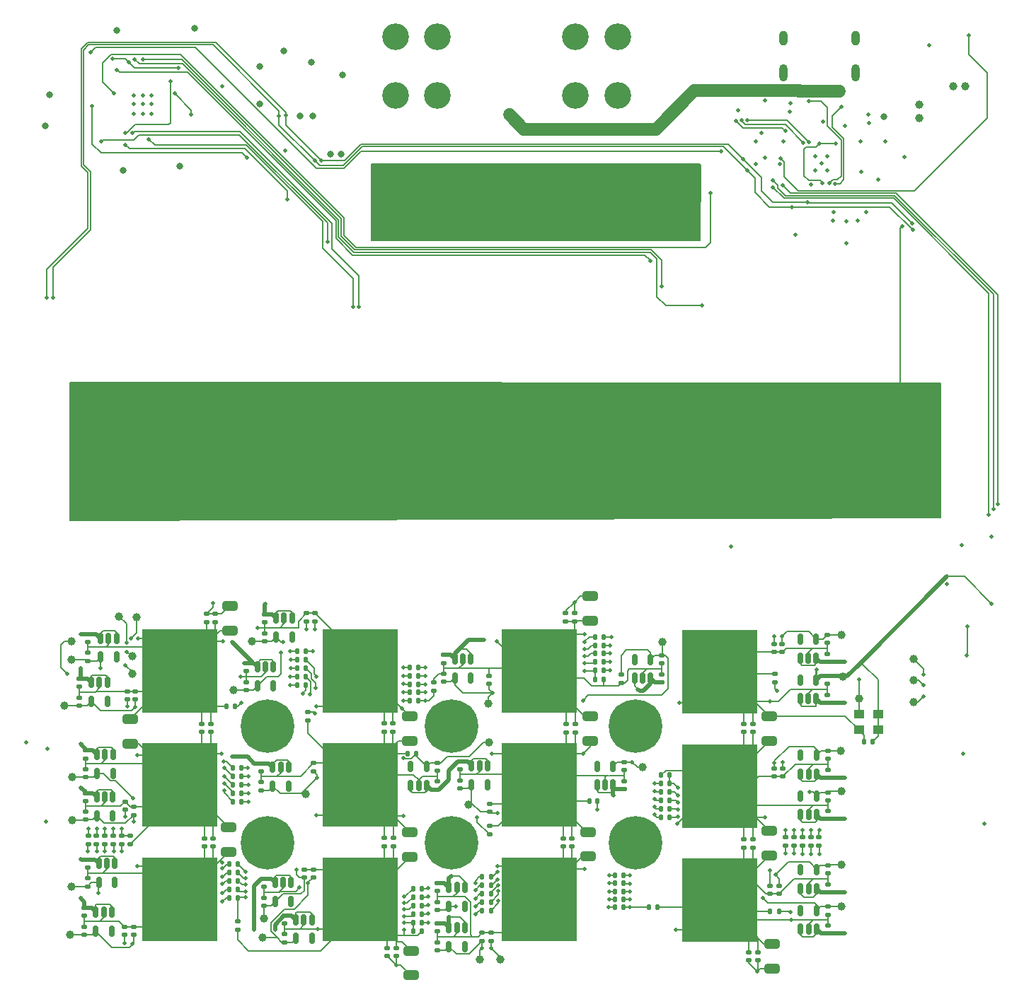
<source format=gbr>
%TF.GenerationSoftware,KiCad,Pcbnew,8.0.5*%
%TF.CreationDate,2024-12-31T14:43:49-08:00*%
%TF.ProjectId,emberone,656d6265-726f-46e6-952e-6b696361645f,rev?*%
%TF.SameCoordinates,Original*%
%TF.FileFunction,Copper,L4,Bot*%
%TF.FilePolarity,Positive*%
%FSLAX46Y46*%
G04 Gerber Fmt 4.6, Leading zero omitted, Abs format (unit mm)*
G04 Created by KiCad (PCBNEW 8.0.5) date 2024-12-31 14:43:49*
%MOMM*%
%LPD*%
G01*
G04 APERTURE LIST*
G04 Aperture macros list*
%AMRoundRect*
0 Rectangle with rounded corners*
0 $1 Rounding radius*
0 $2 $3 $4 $5 $6 $7 $8 $9 X,Y pos of 4 corners*
0 Add a 4 corners polygon primitive as box body*
4,1,4,$2,$3,$4,$5,$6,$7,$8,$9,$2,$3,0*
0 Add four circle primitives for the rounded corners*
1,1,$1+$1,$2,$3*
1,1,$1+$1,$4,$5*
1,1,$1+$1,$6,$7*
1,1,$1+$1,$8,$9*
0 Add four rect primitives between the rounded corners*
20,1,$1+$1,$2,$3,$4,$5,0*
20,1,$1+$1,$4,$5,$6,$7,0*
20,1,$1+$1,$6,$7,$8,$9,0*
20,1,$1+$1,$8,$9,$2,$3,0*%
G04 Aperture macros list end*
%TA.AperFunction,ComponentPad*%
%ADD10C,0.540000*%
%TD*%
%TA.AperFunction,SMDPad,CuDef*%
%ADD11R,9.000000X10.000000*%
%TD*%
%TA.AperFunction,ComponentPad*%
%ADD12C,6.400000*%
%TD*%
%TA.AperFunction,ComponentPad*%
%ADD13C,3.200000*%
%TD*%
%TA.AperFunction,ComponentPad*%
%ADD14O,1.000000X2.100000*%
%TD*%
%TA.AperFunction,ComponentPad*%
%ADD15O,1.000000X1.800000*%
%TD*%
%TA.AperFunction,SMDPad,CuDef*%
%ADD16C,1.000000*%
%TD*%
%TA.AperFunction,SMDPad,CuDef*%
%ADD17RoundRect,0.140000X-0.170000X0.140000X-0.170000X-0.140000X0.170000X-0.140000X0.170000X0.140000X0*%
%TD*%
%TA.AperFunction,SMDPad,CuDef*%
%ADD18RoundRect,0.135000X0.135000X0.185000X-0.135000X0.185000X-0.135000X-0.185000X0.135000X-0.185000X0*%
%TD*%
%TA.AperFunction,SMDPad,CuDef*%
%ADD19RoundRect,0.150000X-0.150000X0.512500X-0.150000X-0.512500X0.150000X-0.512500X0.150000X0.512500X0*%
%TD*%
%TA.AperFunction,SMDPad,CuDef*%
%ADD20RoundRect,0.140000X0.170000X-0.140000X0.170000X0.140000X-0.170000X0.140000X-0.170000X-0.140000X0*%
%TD*%
%TA.AperFunction,SMDPad,CuDef*%
%ADD21RoundRect,0.135000X-0.135000X-0.185000X0.135000X-0.185000X0.135000X0.185000X-0.135000X0.185000X0*%
%TD*%
%TA.AperFunction,SMDPad,CuDef*%
%ADD22RoundRect,0.150000X0.150000X-0.512500X0.150000X0.512500X-0.150000X0.512500X-0.150000X-0.512500X0*%
%TD*%
%TA.AperFunction,SMDPad,CuDef*%
%ADD23RoundRect,0.135000X-0.185000X0.135000X-0.185000X-0.135000X0.185000X-0.135000X0.185000X0.135000X0*%
%TD*%
%TA.AperFunction,SMDPad,CuDef*%
%ADD24RoundRect,0.135000X0.185000X-0.135000X0.185000X0.135000X-0.185000X0.135000X-0.185000X-0.135000X0*%
%TD*%
%TA.AperFunction,SMDPad,CuDef*%
%ADD25RoundRect,0.250000X-0.650000X0.325000X-0.650000X-0.325000X0.650000X-0.325000X0.650000X0.325000X0*%
%TD*%
%TA.AperFunction,SMDPad,CuDef*%
%ADD26RoundRect,0.250000X0.650000X-0.325000X0.650000X0.325000X-0.650000X0.325000X-0.650000X-0.325000X0*%
%TD*%
%TA.AperFunction,SMDPad,CuDef*%
%ADD27RoundRect,0.140000X-0.140000X-0.170000X0.140000X-0.170000X0.140000X0.170000X-0.140000X0.170000X0*%
%TD*%
%TA.AperFunction,SMDPad,CuDef*%
%ADD28R,1.300000X1.100000*%
%TD*%
%TA.AperFunction,SMDPad,CuDef*%
%ADD29RoundRect,0.140000X0.140000X0.170000X-0.140000X0.170000X-0.140000X-0.170000X0.140000X-0.170000X0*%
%TD*%
%TA.AperFunction,ViaPad*%
%ADD30C,0.500000*%
%TD*%
%TA.AperFunction,ViaPad*%
%ADD31C,0.800000*%
%TD*%
%TA.AperFunction,ViaPad*%
%ADD32C,1.000000*%
%TD*%
%TA.AperFunction,Conductor*%
%ADD33C,0.200000*%
%TD*%
%TA.AperFunction,Conductor*%
%ADD34C,0.508000*%
%TD*%
%TA.AperFunction,Conductor*%
%ADD35C,1.500000*%
%TD*%
%TA.AperFunction,Conductor*%
%ADD36C,0.254000*%
%TD*%
%TA.AperFunction,Conductor*%
%ADD37C,0.628000*%
%TD*%
G04 APERTURE END LIST*
D10*
%TO.P,U55,26,VSS*%
%TO.N,/stack5/GND1*%
X162910000Y-174685000D03*
X162908000Y-172815000D03*
X162328000Y-174685000D03*
X162326000Y-172815000D03*
X161746000Y-174685000D03*
X161744000Y-172815000D03*
X161164000Y-174685000D03*
X161162000Y-172815000D03*
X161110000Y-175915000D03*
X161110000Y-175295000D03*
X161110000Y-174061668D03*
X161110000Y-173445002D03*
X161110000Y-172211670D03*
X161110000Y-171595000D03*
X160582000Y-174685000D03*
X160580000Y-172815000D03*
D11*
X160010000Y-174835000D03*
D10*
X160000000Y-174685000D03*
X159998000Y-172815000D03*
X159418000Y-174685000D03*
X159416000Y-172815000D03*
X158890000Y-175305000D03*
X158890000Y-174071668D03*
X158890000Y-173455002D03*
X158890000Y-172221670D03*
X158890000Y-171605000D03*
X158880000Y-175925000D03*
X158836000Y-174685000D03*
X158834000Y-172815000D03*
X158254000Y-174685000D03*
X158252000Y-172815000D03*
X157672000Y-174685000D03*
X157670000Y-172815000D03*
X157090000Y-174685000D03*
X157088000Y-172815000D03*
%TD*%
%TO.P,U65,26,VSS*%
%TO.N,/stack6/GND2*%
X178580000Y-188675000D03*
X178582000Y-190545000D03*
X179162000Y-188675000D03*
X179164000Y-190545000D03*
X179744000Y-188675000D03*
X179746000Y-190545000D03*
X180326000Y-188675000D03*
X180328000Y-190545000D03*
X180380000Y-187445000D03*
X180380000Y-188065000D03*
X180380000Y-189298332D03*
X180380000Y-189914998D03*
X180380000Y-191148330D03*
X180380000Y-191765000D03*
X180908000Y-188675000D03*
X180910000Y-190545000D03*
D11*
X181480000Y-188525000D03*
D10*
X181490000Y-188675000D03*
X181492000Y-190545000D03*
X182072000Y-188675000D03*
X182074000Y-190545000D03*
X182600000Y-188055000D03*
X182600000Y-189288332D03*
X182600000Y-189904998D03*
X182600000Y-191138330D03*
X182600000Y-191755000D03*
X182610000Y-187435000D03*
X182654000Y-188675000D03*
X182656000Y-190545000D03*
X183236000Y-188675000D03*
X183238000Y-190545000D03*
X183818000Y-188675000D03*
X183820000Y-190545000D03*
X184400000Y-188675000D03*
X184402000Y-190545000D03*
%TD*%
%TO.P,U47,26,VSS*%
%TO.N,/stack4/GND2*%
X135540000Y-188645000D03*
X135542000Y-190515000D03*
X136122000Y-188645000D03*
X136124000Y-190515000D03*
X136704000Y-188645000D03*
X136706000Y-190515000D03*
X137286000Y-188645000D03*
X137288000Y-190515000D03*
X137340000Y-187415000D03*
X137340000Y-188035000D03*
X137340000Y-189268332D03*
X137340000Y-189884998D03*
X137340000Y-191118330D03*
X137340000Y-191735000D03*
X137868000Y-188645000D03*
X137870000Y-190515000D03*
D11*
X138440000Y-188495000D03*
D10*
X138450000Y-188645000D03*
X138452000Y-190515000D03*
X139032000Y-188645000D03*
X139034000Y-190515000D03*
X139560000Y-188025000D03*
X139560000Y-189258332D03*
X139560000Y-189874998D03*
X139560000Y-191108330D03*
X139560000Y-191725000D03*
X139570000Y-187405000D03*
X139614000Y-188645000D03*
X139616000Y-190515000D03*
X140196000Y-188645000D03*
X140198000Y-190515000D03*
X140778000Y-188645000D03*
X140780000Y-190515000D03*
X141360000Y-188645000D03*
X141362000Y-190515000D03*
%TD*%
%TO.P,U74,26,VSS*%
%TO.N,GND*%
X205970000Y-161095000D03*
X205968000Y-159225000D03*
X205388000Y-161095000D03*
X205386000Y-159225000D03*
X204806000Y-161095000D03*
X204804000Y-159225000D03*
X204224000Y-161095000D03*
X204222000Y-159225000D03*
X204170000Y-162325000D03*
X204170000Y-161705000D03*
X204170000Y-160471668D03*
X204170000Y-159855002D03*
X204170000Y-158621670D03*
X204170000Y-158005000D03*
X203642000Y-161095000D03*
X203640000Y-159225000D03*
D11*
X203070000Y-161245000D03*
D10*
X203060000Y-161095000D03*
X203058000Y-159225000D03*
X202478000Y-161095000D03*
X202476000Y-159225000D03*
X201950000Y-161715000D03*
X201950000Y-160481668D03*
X201950000Y-159865002D03*
X201950000Y-158631670D03*
X201950000Y-158015000D03*
X201940000Y-162335000D03*
X201896000Y-161095000D03*
X201894000Y-159225000D03*
X201314000Y-161095000D03*
X201312000Y-159225000D03*
X200732000Y-161095000D03*
X200730000Y-159225000D03*
X200150000Y-161095000D03*
X200148000Y-159225000D03*
%TD*%
%TO.P,U54,26,VSS*%
%TO.N,/stack5/GND0*%
X162910000Y-188355000D03*
X162908000Y-186485000D03*
X162328000Y-188355000D03*
X162326000Y-186485000D03*
X161746000Y-188355000D03*
X161744000Y-186485000D03*
X161164000Y-188355000D03*
X161162000Y-186485000D03*
X161110000Y-189585000D03*
X161110000Y-188965000D03*
X161110000Y-187731668D03*
X161110000Y-187115002D03*
X161110000Y-185881670D03*
X161110000Y-185265000D03*
X160582000Y-188355000D03*
X160580000Y-186485000D03*
D11*
X160010000Y-188505000D03*
D10*
X160000000Y-188355000D03*
X159998000Y-186485000D03*
X159418000Y-188355000D03*
X159416000Y-186485000D03*
X158890000Y-188975000D03*
X158890000Y-187741668D03*
X158890000Y-187125002D03*
X158890000Y-185891670D03*
X158890000Y-185275000D03*
X158880000Y-189595000D03*
X158836000Y-188355000D03*
X158834000Y-186485000D03*
X158254000Y-188355000D03*
X158252000Y-186485000D03*
X157672000Y-188355000D03*
X157670000Y-186485000D03*
X157090000Y-188355000D03*
X157088000Y-186485000D03*
%TD*%
%TO.P,U46,26,VSS*%
%TO.N,/stack4/GND1*%
X135540000Y-174965000D03*
X135542000Y-176835000D03*
X136122000Y-174965000D03*
X136124000Y-176835000D03*
X136704000Y-174965000D03*
X136706000Y-176835000D03*
X137286000Y-174965000D03*
X137288000Y-176835000D03*
X137340000Y-173735000D03*
X137340000Y-174355000D03*
X137340000Y-175588332D03*
X137340000Y-176204998D03*
X137340000Y-177438330D03*
X137340000Y-178055000D03*
X137868000Y-174965000D03*
X137870000Y-176835000D03*
D11*
X138440000Y-174815000D03*
D10*
X138450000Y-174965000D03*
X138452000Y-176835000D03*
X139032000Y-174965000D03*
X139034000Y-176835000D03*
X139560000Y-174345000D03*
X139560000Y-175578332D03*
X139560000Y-176194998D03*
X139560000Y-177428330D03*
X139560000Y-178045000D03*
X139570000Y-173725000D03*
X139614000Y-174965000D03*
X139616000Y-176835000D03*
X140196000Y-174965000D03*
X140198000Y-176835000D03*
X140778000Y-174965000D03*
X140780000Y-176835000D03*
X141360000Y-174965000D03*
X141362000Y-176835000D03*
%TD*%
%TO.P,U45,26,VSS*%
%TO.N,/stack4/GND0*%
X135540000Y-161275000D03*
X135542000Y-163145000D03*
X136122000Y-161275000D03*
X136124000Y-163145000D03*
X136704000Y-161275000D03*
X136706000Y-163145000D03*
X137286000Y-161275000D03*
X137288000Y-163145000D03*
X137340000Y-160045000D03*
X137340000Y-160665000D03*
X137340000Y-161898332D03*
X137340000Y-162514998D03*
X137340000Y-163748330D03*
X137340000Y-164365000D03*
X137868000Y-161275000D03*
X137870000Y-163145000D03*
D11*
X138440000Y-161125000D03*
D10*
X138450000Y-161275000D03*
X138452000Y-163145000D03*
X139032000Y-161275000D03*
X139034000Y-163145000D03*
X139560000Y-160655000D03*
X139560000Y-161888332D03*
X139560000Y-162504998D03*
X139560000Y-163738330D03*
X139560000Y-164355000D03*
X139570000Y-160035000D03*
X139614000Y-161275000D03*
X139616000Y-163145000D03*
X140196000Y-161275000D03*
X140198000Y-163145000D03*
X140778000Y-161275000D03*
X140780000Y-163145000D03*
X141360000Y-161275000D03*
X141362000Y-163145000D03*
%TD*%
%TO.P,U72,26,VSS*%
%TO.N,/stack7/GND0*%
X205970000Y-188465000D03*
X205968000Y-186595000D03*
X205388000Y-188465000D03*
X205386000Y-186595000D03*
X204806000Y-188465000D03*
X204804000Y-186595000D03*
X204224000Y-188465000D03*
X204222000Y-186595000D03*
X204170000Y-189695000D03*
X204170000Y-189075000D03*
X204170000Y-187841668D03*
X204170000Y-187225002D03*
X204170000Y-185991670D03*
X204170000Y-185375000D03*
X203642000Y-188465000D03*
X203640000Y-186595000D03*
D11*
X203070000Y-188615000D03*
D10*
X203060000Y-188465000D03*
X203058000Y-186595000D03*
X202478000Y-188465000D03*
X202476000Y-186595000D03*
X201950000Y-189085000D03*
X201950000Y-187851668D03*
X201950000Y-187235002D03*
X201950000Y-186001670D03*
X201950000Y-185385000D03*
X201940000Y-189705000D03*
X201896000Y-188465000D03*
X201894000Y-186595000D03*
X201314000Y-188465000D03*
X201312000Y-186595000D03*
X200732000Y-188465000D03*
X200730000Y-186595000D03*
X200150000Y-188465000D03*
X200148000Y-186595000D03*
%TD*%
%TO.P,U63,26,VSS*%
%TO.N,/stack6/GND0*%
X178580000Y-161305000D03*
X178582000Y-163175000D03*
X179162000Y-161305000D03*
X179164000Y-163175000D03*
X179744000Y-161305000D03*
X179746000Y-163175000D03*
X180326000Y-161305000D03*
X180328000Y-163175000D03*
X180380000Y-160075000D03*
X180380000Y-160695000D03*
X180380000Y-161928332D03*
X180380000Y-162544998D03*
X180380000Y-163778330D03*
X180380000Y-164395000D03*
X180908000Y-161305000D03*
X180910000Y-163175000D03*
D11*
X181480000Y-161155000D03*
D10*
X181490000Y-161305000D03*
X181492000Y-163175000D03*
X182072000Y-161305000D03*
X182074000Y-163175000D03*
X182600000Y-160685000D03*
X182600000Y-161918332D03*
X182600000Y-162534998D03*
X182600000Y-163768330D03*
X182600000Y-164385000D03*
X182610000Y-160065000D03*
X182654000Y-161305000D03*
X182656000Y-163175000D03*
X183236000Y-161305000D03*
X183238000Y-163175000D03*
X183818000Y-161305000D03*
X183820000Y-163175000D03*
X184400000Y-161305000D03*
X184402000Y-163175000D03*
%TD*%
%TO.P,U64,26,VSS*%
%TO.N,/stack6/GND1*%
X178580000Y-174985000D03*
X178582000Y-176855000D03*
X179162000Y-174985000D03*
X179164000Y-176855000D03*
X179744000Y-174985000D03*
X179746000Y-176855000D03*
X180326000Y-174985000D03*
X180328000Y-176855000D03*
X180380000Y-173755000D03*
X180380000Y-174375000D03*
X180380000Y-175608332D03*
X180380000Y-176224998D03*
X180380000Y-177458330D03*
X180380000Y-178075000D03*
X180908000Y-174985000D03*
X180910000Y-176855000D03*
D11*
X181480000Y-174835000D03*
D10*
X181490000Y-174985000D03*
X181492000Y-176855000D03*
X182072000Y-174985000D03*
X182074000Y-176855000D03*
X182600000Y-174365000D03*
X182600000Y-175598332D03*
X182600000Y-176214998D03*
X182600000Y-177448330D03*
X182600000Y-178065000D03*
X182610000Y-173745000D03*
X182654000Y-174985000D03*
X182656000Y-176855000D03*
X183236000Y-174985000D03*
X183238000Y-176855000D03*
X183818000Y-174985000D03*
X183820000Y-176855000D03*
X184400000Y-174985000D03*
X184402000Y-176855000D03*
%TD*%
%TO.P,U73,26,VSS*%
%TO.N,/stack7/GND1*%
X205970000Y-174775000D03*
X205968000Y-172905000D03*
X205388000Y-174775000D03*
X205386000Y-172905000D03*
X204806000Y-174775000D03*
X204804000Y-172905000D03*
X204224000Y-174775000D03*
X204222000Y-172905000D03*
X204170000Y-176005000D03*
X204170000Y-175385000D03*
X204170000Y-174151668D03*
X204170000Y-173535002D03*
X204170000Y-172301670D03*
X204170000Y-171685000D03*
X203642000Y-174775000D03*
X203640000Y-172905000D03*
D11*
X203070000Y-174925000D03*
D10*
X203060000Y-174775000D03*
X203058000Y-172905000D03*
X202478000Y-174775000D03*
X202476000Y-172905000D03*
X201950000Y-175395000D03*
X201950000Y-174161668D03*
X201950000Y-173545002D03*
X201950000Y-172311670D03*
X201950000Y-171695000D03*
X201940000Y-176015000D03*
X201896000Y-174775000D03*
X201894000Y-172905000D03*
X201314000Y-174775000D03*
X201312000Y-172905000D03*
X200732000Y-174775000D03*
X200730000Y-172905000D03*
X200150000Y-174775000D03*
X200148000Y-172905000D03*
%TD*%
%TO.P,U56,26,VSS*%
%TO.N,/stack5/GND2*%
X162930000Y-161005000D03*
X162928000Y-159135000D03*
X162348000Y-161005000D03*
X162346000Y-159135000D03*
X161766000Y-161005000D03*
X161764000Y-159135000D03*
X161184000Y-161005000D03*
X161182000Y-159135000D03*
X161130000Y-162235000D03*
X161130000Y-161615000D03*
X161130000Y-160381668D03*
X161130000Y-159765002D03*
X161130000Y-158531670D03*
X161130000Y-157915000D03*
X160602000Y-161005000D03*
X160600000Y-159135000D03*
D11*
X160030000Y-161155000D03*
D10*
X160020000Y-161005000D03*
X160018000Y-159135000D03*
X159438000Y-161005000D03*
X159436000Y-159135000D03*
X158910000Y-161625000D03*
X158910000Y-160391668D03*
X158910000Y-159775002D03*
X158910000Y-158541670D03*
X158910000Y-157925000D03*
X158900000Y-162245000D03*
X158856000Y-161005000D03*
X158854000Y-159135000D03*
X158274000Y-161005000D03*
X158272000Y-159135000D03*
X157692000Y-161005000D03*
X157690000Y-159135000D03*
X157110000Y-161005000D03*
X157108000Y-159135000D03*
%TD*%
D12*
%TO.P,H6,1,1*%
%TO.N,unconnected-(H6-Pad1)*%
X192930000Y-181770000D03*
%TD*%
%TO.P,H8,1,1*%
%TO.N,unconnected-(H8-Pad1)*%
X170930000Y-181770000D03*
%TD*%
D13*
%TO.P,J1,1,Pin_1*%
%TO.N,/Power/VIN*%
X164295549Y-85250000D03*
X164295549Y-92250000D03*
X169295549Y-85250000D03*
X169295549Y-92250000D03*
%TD*%
D12*
%TO.P,H5,1,1*%
%TO.N,unconnected-(H5-Pad1)*%
X192930000Y-167770000D03*
%TD*%
D14*
%TO.P,J6,S1,SHIELD*%
%TO.N,GND*%
X219300000Y-89535000D03*
D15*
X219300000Y-85355000D03*
D14*
X210660000Y-89535000D03*
D15*
X210660000Y-85355000D03*
%TD*%
D12*
%TO.P,H10,1,1*%
%TO.N,unconnected-(H10-Pad1)*%
X148930000Y-181770000D03*
%TD*%
%TO.P,H7,1,1*%
%TO.N,unconnected-(H7-Pad1)*%
X170930000Y-167770000D03*
%TD*%
D13*
%TO.P,J2,1,Pin_1*%
%TO.N,GND*%
X185805549Y-85250000D03*
X185805549Y-92250000D03*
X190805549Y-85250000D03*
X190805549Y-92250000D03*
%TD*%
D12*
%TO.P,H9,1,1*%
%TO.N,unconnected-(H9-Pad1)*%
X148930000Y-167770000D03*
%TD*%
D16*
%TO.P,TP95,1,1*%
%TO.N,Net-(U45-CO)*%
X133260000Y-154710000D03*
%TD*%
D17*
%TO.P,C118,1*%
%TO.N,/5V*%
X127440000Y-156730000D03*
%TO.P,C118,2*%
%TO.N,/stack4/GND0*%
X127440000Y-157690000D03*
%TD*%
D18*
%TO.P,R129,1*%
%TO.N,Net-(U73-NRSTI)*%
X197060000Y-174630000D03*
%TO.P,R129,2*%
%TO.N,Net-(U74-NRSTO)*%
X196040000Y-174630000D03*
%TD*%
D19*
%TO.P,U28,1,VIN*%
%TO.N,/5V*%
X127870000Y-162530000D03*
%TO.P,U28,2,GND*%
%TO.N,/stack4/GND0*%
X128820000Y-162530000D03*
%TO.P,U28,3,EN*%
%TO.N,/5V*%
X129770000Y-162530000D03*
%TO.P,U28,4,PG*%
%TO.N,unconnected-(U28-PG-Pad4)*%
X129770000Y-164805000D03*
%TO.P,U28,5,VOUT*%
%TO.N,/stack4/1V2-0*%
X127870000Y-164805000D03*
%TD*%
D20*
%TO.P,C159,1*%
%TO.N,/stack4/0V8-0*%
X132130000Y-164550000D03*
%TO.P,C159,2*%
%TO.N,/stack4/GND0*%
X132130000Y-163590000D03*
%TD*%
D17*
%TO.P,C215,1*%
%TO.N,/5V*%
X169272500Y-186550000D03*
%TO.P,C215,2*%
%TO.N,/stack6/GND2*%
X169272500Y-187510000D03*
%TD*%
D20*
%TO.P,C275,1*%
%TO.N,/stack7/GND1*%
X205900000Y-168470000D03*
%TO.P,C275,2*%
%TO.N,GND*%
X205900000Y-167510000D03*
%TD*%
D16*
%TO.P,TP124,1,1*%
%TO.N,/stack6/0V8-0*%
X175360000Y-165050000D03*
%TD*%
%TO.P,TP104,1,1*%
%TO.N,/stack5/0V8-1*%
X175460000Y-169690000D03*
%TD*%
D21*
%TO.P,R97,1*%
%TO.N,Net-(U55-RO)*%
X152520000Y-160828000D03*
%TO.P,R97,2*%
%TO.N,Net-(U56-RI)*%
X153540000Y-160828000D03*
%TD*%
D18*
%TO.P,R12,1*%
%TO.N,Net-(U72-CO)*%
X191500000Y-185640000D03*
%TO.P,R12,2*%
%TO.N,/stack6/CI*%
X190480000Y-185640000D03*
%TD*%
D21*
%TO.P,R115,1*%
%TO.N,Net-(U63-RO)*%
X188100000Y-159086000D03*
%TO.P,R115,2*%
%TO.N,Net-(U64-RI)*%
X189120000Y-159086000D03*
%TD*%
D18*
%TO.P,R15,1*%
%TO.N,Net-(U72-BO)*%
X191500000Y-188520000D03*
%TO.P,R15,2*%
%TO.N,/stack6/BI*%
X190480000Y-188520000D03*
%TD*%
D22*
%TO.P,U52,1,VIN*%
%TO.N,/5V*%
X167970000Y-174885000D03*
%TO.P,U52,2,GND*%
%TO.N,/stack5/GND1*%
X167020000Y-174885000D03*
%TO.P,U52,3,EN*%
%TO.N,/5V*%
X166070000Y-174885000D03*
%TO.P,U52,4,PG*%
%TO.N,unconnected-(U52-PG-Pad4)*%
X166070000Y-172610000D03*
%TO.P,U52,5,VOUT*%
%TO.N,/stack5/0V8-1*%
X167970000Y-172610000D03*
%TD*%
D17*
%TO.P,C242,1*%
%TO.N,/stack6/GND1*%
X185360000Y-181220000D03*
%TO.P,C242,2*%
%TO.N,/stack6/GND2*%
X185360000Y-182180000D03*
%TD*%
%TO.P,C236,1*%
%TO.N,/stack6/GND1*%
X184330000Y-181220000D03*
%TO.P,C236,2*%
%TO.N,/stack6/GND2*%
X184330000Y-182180000D03*
%TD*%
D20*
%TO.P,C191,1*%
%TO.N,/stack5/0V8-2*%
X146392500Y-163440000D03*
%TO.P,C191,2*%
%TO.N,/stack5/GND2*%
X146392500Y-162480000D03*
%TD*%
D21*
%TO.P,R119,1*%
%TO.N,Net-(U63-CI)*%
X188100000Y-157070000D03*
%TO.P,R119,2*%
%TO.N,Net-(U64-CO)*%
X189120000Y-157070000D03*
%TD*%
D17*
%TO.P,C257,1*%
%TO.N,/stack7/0V8-2*%
X215897500Y-156822500D03*
%TO.P,C257,2*%
%TO.N,GND*%
X215897500Y-157782500D03*
%TD*%
D22*
%TO.P,U68,1,VIN*%
%TO.N,/5V*%
X214580000Y-164500000D03*
%TO.P,U68,2,GND*%
%TO.N,GND*%
X213630000Y-164500000D03*
%TO.P,U68,3,EN*%
%TO.N,/5V*%
X212680000Y-164500000D03*
%TO.P,U68,4,PG*%
%TO.N,unconnected-(U68-PG-Pad4)*%
X212680000Y-162225000D03*
%TO.P,U68,5,VOUT*%
%TO.N,/stack7/1V2-2*%
X214580000Y-162225000D03*
%TD*%
D21*
%TO.P,R117,1*%
%TO.N,Net-(U63-CLKI)*%
X188100000Y-158078000D03*
%TO.P,R117,2*%
%TO.N,Net-(U64-CLKO)*%
X189120000Y-158078000D03*
%TD*%
D17*
%TO.P,C240,1*%
%TO.N,/stack5/GND2*%
X185674000Y-154234000D03*
%TO.P,C240,2*%
%TO.N,/stack6/GND0*%
X185674000Y-155194000D03*
%TD*%
D20*
%TO.P,C183,1*%
%TO.N,/stack5/1V2-0*%
X148490000Y-189290000D03*
%TO.P,C183,2*%
%TO.N,/stack5/GND0*%
X148490000Y-188330000D03*
%TD*%
D21*
%TO.P,R89,1*%
%TO.N,Net-(U54-BI)*%
X166350000Y-190266000D03*
%TO.P,R89,2*%
%TO.N,Net-(U55-BO)*%
X167370000Y-190266000D03*
%TD*%
D20*
%TO.P,C196,1*%
%TO.N,/stack5/1V2-1*%
X154480000Y-173170000D03*
%TO.P,C196,2*%
%TO.N,/stack5/GND1*%
X154480000Y-172210000D03*
%TD*%
%TO.P,C218,1*%
%TO.N,/stack6/1V2-2*%
X169292500Y-189810000D03*
%TO.P,C218,2*%
%TO.N,/stack6/GND2*%
X169292500Y-188850000D03*
%TD*%
D17*
%TO.P,C228,1*%
%TO.N,/stack6/1V2-0*%
X191242500Y-161605000D03*
%TO.P,C228,2*%
%TO.N,/stack6/GND0*%
X191242500Y-162565000D03*
%TD*%
D16*
%TO.P,TP100,1,1*%
%TO.N,/stack5/1V2-0*%
X148475000Y-190800000D03*
%TD*%
D22*
%TO.P,U70,1,VIN*%
%TO.N,/5V*%
X214620000Y-173490000D03*
%TO.P,U70,2,GND*%
%TO.N,/stack7/GND1*%
X213670000Y-173490000D03*
%TO.P,U70,3,EN*%
%TO.N,/5V*%
X212720000Y-173490000D03*
%TO.P,U70,4,PG*%
%TO.N,unconnected-(U70-PG-Pad4)*%
X212720000Y-171215000D03*
%TO.P,U70,5,VOUT*%
%TO.N,/stack7/0V8-1*%
X214620000Y-171215000D03*
%TD*%
D17*
%TO.P,C120,1*%
%TO.N,/5V*%
X127390000Y-183740000D03*
%TO.P,C120,2*%
%TO.N,/stack4/GND2*%
X127390000Y-184700000D03*
%TD*%
%TO.P,C258,1*%
%TO.N,/stack7/0V8-0*%
X210120000Y-186870000D03*
%TO.P,C258,2*%
%TO.N,/stack7/GND0*%
X210120000Y-187830000D03*
%TD*%
D19*
%TO.P,U42,1,VIN*%
%TO.N,/5V*%
X128540000Y-171155000D03*
%TO.P,U42,2,GND*%
%TO.N,/stack4/GND1*%
X129490000Y-171155000D03*
%TO.P,U42,3,EN*%
%TO.N,/5V*%
X130440000Y-171155000D03*
%TO.P,U42,4,PG*%
%TO.N,unconnected-(U42-PG-Pad4)*%
X130440000Y-173430000D03*
%TO.P,U42,5,VOUT*%
%TO.N,/stack4/0V8-1*%
X128540000Y-173430000D03*
%TD*%
%TO.P,U48,1,VIN*%
%TO.N,/5V*%
X149847500Y-186510000D03*
%TO.P,U48,2,GND*%
%TO.N,/stack5/GND0*%
X150797500Y-186510000D03*
%TO.P,U48,3,EN*%
%TO.N,/5V*%
X151747500Y-186510000D03*
%TO.P,U48,4,PG*%
%TO.N,unconnected-(U48-PG-Pad4)*%
X151747500Y-188785000D03*
%TO.P,U48,5,VOUT*%
%TO.N,/stack5/1V2-0*%
X149847500Y-188785000D03*
%TD*%
D16*
%TO.P,TP146,1,1*%
%TO.N,/stack7/0V8-1*%
X217525000Y-170700000D03*
%TD*%
D18*
%TO.P,R133,1*%
%TO.N,Net-(U73-CI)*%
X197060000Y-178662000D03*
%TO.P,R133,2*%
%TO.N,Net-(U74-CO)*%
X196040000Y-178662000D03*
%TD*%
D21*
%TO.P,R17,1*%
%TO.N,Net-(U72-NRSTO)*%
X194590000Y-189475000D03*
%TO.P,R17,2*%
%TO.N,/stack7/GND0*%
X195610000Y-189475000D03*
%TD*%
%TO.P,R88,1*%
%TO.N,Net-(U54-NRSTI)*%
X166350000Y-191284000D03*
%TO.P,R88,2*%
%TO.N,Net-(U55-NRSTO)*%
X167370000Y-191284000D03*
%TD*%
D17*
%TO.P,C112,1*%
%TO.N,/5V*%
X127147500Y-175770000D03*
%TO.P,C112,2*%
%TO.N,/stack4/GND1*%
X127147500Y-176730000D03*
%TD*%
D16*
%TO.P,TP55,1,1*%
%TO.N,/stack4/0V8-1*%
X125580000Y-173890000D03*
%TD*%
D17*
%TO.P,C263,1*%
%TO.N,/stack7/1V2-2*%
X209520000Y-157920000D03*
%TO.P,C263,2*%
%TO.N,GND*%
X209520000Y-158880000D03*
%TD*%
%TO.P,C176,1*%
%TO.N,/stack4/GND1*%
X142440000Y-181200000D03*
%TO.P,C176,2*%
%TO.N,/stack4/GND2*%
X142440000Y-182160000D03*
%TD*%
D23*
%TO.P,R58,1*%
%TO.N,Net-(U46-BI)*%
X128488000Y-180870000D03*
%TO.P,R58,2*%
%TO.N,Net-(U47-BO)*%
X128488000Y-181890000D03*
%TD*%
D20*
%TO.P,C192,1*%
%TO.N,/stack5/0V8-0*%
X154410000Y-185900000D03*
%TO.P,C192,2*%
%TO.N,/stack5/GND0*%
X154410000Y-184940000D03*
%TD*%
D17*
%TO.P,C174,1*%
%TO.N,/3V6*%
X141630000Y-154340000D03*
%TO.P,C174,2*%
%TO.N,/stack4/GND0*%
X141630000Y-155300000D03*
%TD*%
%TO.P,C181,1*%
%TO.N,/5V*%
X148190000Y-172215000D03*
%TO.P,C181,2*%
%TO.N,/stack5/GND1*%
X148190000Y-173175000D03*
%TD*%
D20*
%TO.P,C248,1*%
%TO.N,/5V*%
X215937500Y-164982500D03*
%TO.P,C248,2*%
%TO.N,GND*%
X215937500Y-164022500D03*
%TD*%
D17*
%TO.P,C261,1*%
%TO.N,/stack7/1V2-0*%
X209070000Y-186870000D03*
%TO.P,C261,2*%
%TO.N,/stack7/GND0*%
X209070000Y-187830000D03*
%TD*%
D20*
%TO.P,C246,1*%
%TO.N,/5V*%
X216017500Y-192602500D03*
%TO.P,C246,2*%
%TO.N,/stack7/GND0*%
X216017500Y-191642500D03*
%TD*%
D18*
%TO.P,R120,1*%
%TO.N,Net-(U63-CO)*%
X166960000Y-160720000D03*
%TO.P,R120,2*%
%TO.N,/stack5/CI*%
X165940000Y-160720000D03*
%TD*%
%TO.P,R63,1*%
%TO.N,Net-(U45-NRSTI)*%
X145810000Y-172760000D03*
%TO.P,R63,2*%
%TO.N,Net-(U46-NRSTO)*%
X144790000Y-172760000D03*
%TD*%
%TO.P,R83,1*%
%TO.N,Net-(U45-CI)*%
X145810000Y-176784000D03*
%TO.P,R83,2*%
%TO.N,Net-(U46-CO)*%
X144790000Y-176784000D03*
%TD*%
D16*
%TO.P,TP51,1,1*%
%TO.N,/stack4/1V2-0*%
X124650000Y-165275000D03*
%TD*%
D20*
%TO.P,C227,1*%
%TO.N,/stack6/0V8-2*%
X174600000Y-193470000D03*
%TO.P,C227,2*%
%TO.N,/stack6/GND2*%
X174600000Y-192510000D03*
%TD*%
D22*
%TO.P,U67,1,VIN*%
%TO.N,/5V*%
X214620000Y-178390000D03*
%TO.P,U67,2,GND*%
%TO.N,/stack7/GND1*%
X213670000Y-178390000D03*
%TO.P,U67,3,EN*%
%TO.N,/5V*%
X212720000Y-178390000D03*
%TO.P,U67,4,PG*%
%TO.N,unconnected-(U67-PG-Pad4)*%
X212720000Y-176115000D03*
%TO.P,U67,5,VOUT*%
%TO.N,/stack7/1V2-1*%
X214620000Y-176115000D03*
%TD*%
D19*
%TO.P,U50,1,VIN*%
%TO.N,/5V*%
X149970000Y-154835000D03*
%TO.P,U50,2,GND*%
%TO.N,/stack5/GND2*%
X150920000Y-154835000D03*
%TO.P,U50,3,EN*%
%TO.N,/5V*%
X151870000Y-154835000D03*
%TO.P,U50,4,PG*%
%TO.N,unconnected-(U50-PG-Pad4)*%
X151870000Y-157110000D03*
%TO.P,U50,5,VOUT*%
%TO.N,/stack5/1V2-2*%
X149970000Y-157110000D03*
%TD*%
D20*
%TO.P,C201,2*%
%TO.N,/stack5/GND0*%
X164338000Y-194310000D03*
%TO.P,C201,1*%
%TO.N,/stack4/GND2*%
X164338000Y-195270000D03*
%TD*%
%TO.P,C224,1*%
%TO.N,/stack6/0V8-2*%
X169272500Y-194620000D03*
%TO.P,C224,2*%
%TO.N,/stack6/GND2*%
X169272500Y-193660000D03*
%TD*%
D16*
%TO.P,TP54,1,1*%
%TO.N,/stack4/0V8-0*%
X125476000Y-159820000D03*
%TD*%
D24*
%TO.P,R122,1*%
%TO.N,Net-(U63-NRSTO)*%
X168820000Y-163530000D03*
%TO.P,R122,2*%
%TO.N,/stack6/GND0*%
X168820000Y-162510000D03*
%TD*%
D25*
%TO.P,C177,1*%
%TO.N,/3V6*%
X144440000Y-153345000D03*
%TO.P,C177,2*%
%TO.N,/stack4/GND0*%
X144440000Y-156295000D03*
%TD*%
D24*
%TO.P,R125,1*%
%TO.N,Net-(U72-BI)*%
X213922000Y-182110000D03*
%TO.P,R125,2*%
%TO.N,Net-(U73-BO)*%
X213922000Y-181090000D03*
%TD*%
D19*
%TO.P,U58,1,VIN*%
%TO.N,/5V*%
X173350000Y-172500000D03*
%TO.P,U58,2,GND*%
%TO.N,/stack6/GND1*%
X174300000Y-172500000D03*
%TO.P,U58,3,EN*%
%TO.N,/5V*%
X175250000Y-172500000D03*
%TO.P,U58,4,PG*%
%TO.N,unconnected-(U58-PG-Pad4)*%
X175250000Y-174775000D03*
%TO.P,U58,5,VOUT*%
%TO.N,/stack6/1V2-1*%
X173350000Y-174775000D03*
%TD*%
D16*
%TO.P,TP7,1,1*%
%TO.N,/stack7/RO*%
X226220000Y-162260000D03*
%TD*%
D26*
%TO.P,C212,1*%
%TO.N,/stack5/GND1*%
X165980000Y-169535000D03*
%TO.P,C212,2*%
%TO.N,/stack5/GND2*%
X165980000Y-166585000D03*
%TD*%
D18*
%TO.P,R131,1*%
%TO.N,Net-(U73-RO)*%
X197060000Y-176646000D03*
%TO.P,R131,2*%
%TO.N,Net-(U74-RI)*%
X196040000Y-176646000D03*
%TD*%
D16*
%TO.P,TP53,1,1*%
%TO.N,/stack4/1V2-2*%
X125300000Y-192775000D03*
%TD*%
D23*
%TO.P,R104,1*%
%TO.N,Net-(U54-NRSTO)*%
X145350000Y-191115000D03*
%TO.P,R104,2*%
%TO.N,/stack5/GND0*%
X145350000Y-192135000D03*
%TD*%
D19*
%TO.P,U32,1,VIN*%
%TO.N,/5V*%
X128960000Y-157230000D03*
%TO.P,U32,2,GND*%
%TO.N,/stack4/GND0*%
X129910000Y-157230000D03*
%TO.P,U32,3,EN*%
%TO.N,/5V*%
X130860000Y-157230000D03*
%TO.P,U32,4,PG*%
%TO.N,unconnected-(U32-PG-Pad4)*%
X130860000Y-159505000D03*
%TO.P,U32,5,VOUT*%
%TO.N,/stack4/0V8-0*%
X128960000Y-159505000D03*
%TD*%
D17*
%TO.P,C113,1*%
%TO.N,/5V*%
X127030000Y-189520000D03*
%TO.P,C113,2*%
%TO.N,/stack4/GND2*%
X127030000Y-190480000D03*
%TD*%
D16*
%TO.P,TP123,1,1*%
%TO.N,/stack6/1V2-2*%
X176750000Y-195670000D03*
%TD*%
D20*
%TO.P,C189,1*%
%TO.N,/stack5/0V8-0*%
X150970000Y-193650000D03*
%TO.P,C189,2*%
%TO.N,/stack5/GND0*%
X150970000Y-192690000D03*
%TD*%
D17*
%TO.P,C234,1*%
%TO.N,/stack5/GND2*%
X184589000Y-154234000D03*
%TO.P,C234,2*%
%TO.N,/stack6/GND0*%
X184589000Y-155194000D03*
%TD*%
D16*
%TO.P,TP143,1,1*%
%TO.N,/stack7/1V2-1*%
X217570000Y-175530000D03*
%TD*%
D17*
%TO.P,C223,2*%
%TO.N,/stack6/GND1*%
X191598749Y-173023749D03*
%TO.P,C223,1*%
%TO.N,/stack6/0V8-1*%
X191598749Y-172063749D03*
%TD*%
D20*
%TO.P,C185,1*%
%TO.N,/stack5/1V2-2*%
X148632500Y-157595000D03*
%TO.P,C185,2*%
%TO.N,/stack5/GND2*%
X148632500Y-156635000D03*
%TD*%
D17*
%TO.P,C251,1*%
%TO.N,/stack7/1V2-2*%
X215917500Y-161752500D03*
%TO.P,C251,2*%
%TO.N,GND*%
X215917500Y-162712500D03*
%TD*%
D22*
%TO.P,U57,1,VIN*%
%TO.N,/5V*%
X194752500Y-162050000D03*
%TO.P,U57,2,GND*%
%TO.N,/stack6/GND0*%
X193802500Y-162050000D03*
%TO.P,U57,3,EN*%
%TO.N,/5V*%
X192852500Y-162050000D03*
%TO.P,U57,4,PG*%
%TO.N,unconnected-(U57-PG-Pad4)*%
X192852500Y-159775000D03*
%TO.P,U57,5,VOUT*%
%TO.N,/stack6/1V2-0*%
X194752500Y-159775000D03*
%TD*%
D18*
%TO.P,R123,1*%
%TO.N,Net-(U72-NRSTI)*%
X210110000Y-189950000D03*
%TO.P,R123,2*%
%TO.N,/stack7/GND0*%
X209090000Y-189950000D03*
%TD*%
D26*
%TO.P,C278,1*%
%TO.N,/stack7/GND1*%
X208950000Y-169515000D03*
%TO.P,C278,2*%
%TO.N,GND*%
X208950000Y-166565000D03*
%TD*%
D24*
%TO.P,R126,1*%
%TO.N,Net-(U72-RO)*%
X212918000Y-182110000D03*
%TO.P,R126,2*%
%TO.N,Net-(U73-RI)*%
X212918000Y-181090000D03*
%TD*%
D21*
%TO.P,R108,1*%
%TO.N,Net-(U64-RO)*%
X174630000Y-187828000D03*
%TO.P,R108,2*%
%TO.N,Net-(U65-RI)*%
X175650000Y-187828000D03*
%TD*%
D20*
%TO.P,C229,1*%
%TO.N,/stack6/1V2-1*%
X175510000Y-178050000D03*
%TO.P,C229,2*%
%TO.N,/stack6/GND1*%
X175510000Y-177090000D03*
%TD*%
D21*
%TO.P,R121,1*%
%TO.N,Net-(U63-NRSTI)*%
X188110000Y-162142000D03*
%TO.P,R121,2*%
%TO.N,/stack6/GND0*%
X189130000Y-162142000D03*
%TD*%
D20*
%TO.P,C157,1*%
%TO.N,/stack4/0V8-2*%
X127400000Y-186955000D03*
%TO.P,C157,2*%
%TO.N,/stack4/GND2*%
X127400000Y-185995000D03*
%TD*%
D16*
%TO.P,TP52,1,1*%
%TO.N,/stack4/1V2-1*%
X125550000Y-179040000D03*
%TD*%
%TO.P,TP103,1,1*%
%TO.N,/stack5/0V8-0*%
X148375000Y-193050000D03*
%TD*%
D18*
%TO.P,R85,1*%
%TO.N,Net-(U45-CI)*%
X145010000Y-165375000D03*
%TO.P,R85,2*%
%TO.N,/stack4/GND0*%
X143990000Y-165375000D03*
%TD*%
%TO.P,R79,1*%
%TO.N,Net-(U45-CLKI)*%
X145810000Y-175778000D03*
%TO.P,R79,2*%
%TO.N,Net-(U46-CLKO)*%
X144790000Y-175778000D03*
%TD*%
D17*
%TO.P,C219,1*%
%TO.N,/5V*%
X169980000Y-159230000D03*
%TO.P,C219,2*%
%TO.N,/stack6/GND0*%
X169980000Y-160190000D03*
%TD*%
D20*
%TO.P,C116,1*%
%TO.N,/stack4/1V2-1*%
X127167500Y-178970000D03*
%TO.P,C116,2*%
%TO.N,/stack4/GND1*%
X127167500Y-178010000D03*
%TD*%
D17*
%TO.P,C188,1*%
%TO.N,/5V*%
X146402500Y-160200000D03*
%TO.P,C188,2*%
%TO.N,/stack5/GND2*%
X146402500Y-161160000D03*
%TD*%
%TO.P,C170,1*%
%TO.N,/stack4/GND1*%
X141395000Y-181200000D03*
%TO.P,C170,2*%
%TO.N,/stack4/GND2*%
X141395000Y-182160000D03*
%TD*%
D21*
%TO.P,R90,1*%
%TO.N,Net-(U54-RO)*%
X166350000Y-189248000D03*
%TO.P,R90,2*%
%TO.N,Net-(U55-RI)*%
X167370000Y-189248000D03*
%TD*%
D19*
%TO.P,U51,1,VIN*%
%TO.N,/5V*%
X152337500Y-190925000D03*
%TO.P,U51,2,GND*%
%TO.N,/stack5/GND0*%
X153287500Y-190925000D03*
%TO.P,U51,3,EN*%
%TO.N,/5V*%
X154237500Y-190925000D03*
%TO.P,U51,4,PG*%
%TO.N,unconnected-(U51-PG-Pad4)*%
X154237500Y-193200000D03*
%TO.P,U51,5,VOUT*%
%TO.N,/stack5/0V8-0*%
X152337500Y-193200000D03*
%TD*%
D24*
%TO.P,R127,1*%
%TO.N,Net-(U72-CLKI)*%
X211914000Y-182110000D03*
%TO.P,R127,2*%
%TO.N,Net-(U73-CLKO)*%
X211914000Y-181090000D03*
%TD*%
%TO.P,R18,1*%
%TO.N,Net-(U74-BI)*%
X209680000Y-162480000D03*
%TO.P,R18,2*%
%TO.N,GND*%
X209680000Y-161460000D03*
%TD*%
D20*
%TO.P,C184,1*%
%TO.N,/stack5/1V2-1*%
X148190000Y-175435000D03*
%TO.P,C184,2*%
%TO.N,/stack5/GND1*%
X148190000Y-174475000D03*
%TD*%
%TO.P,C187,1*%
%TO.N,/5V*%
X169290000Y-175370000D03*
%TO.P,C187,2*%
%TO.N,/stack5/GND1*%
X169290000Y-174410000D03*
%TD*%
%TO.P,C208,1*%
%TO.N,/stack5/GND0*%
X162880000Y-182130000D03*
%TO.P,C208,2*%
%TO.N,/stack5/GND1*%
X162880000Y-181170000D03*
%TD*%
D16*
%TO.P,TP9,1,1*%
%TO.N,/stack7/CI*%
X226240000Y-159690000D03*
%TD*%
D23*
%TO.P,R59,1*%
%TO.N,Net-(U46-RO)*%
X129492000Y-180870000D03*
%TO.P,R59,2*%
%TO.N,Net-(U47-RI)*%
X129492000Y-181890000D03*
%TD*%
D24*
%TO.P,R128,1*%
%TO.N,Net-(U72-CI)*%
X210910000Y-182110000D03*
%TO.P,R128,2*%
%TO.N,Net-(U73-CO)*%
X210910000Y-181090000D03*
%TD*%
D22*
%TO.P,U66,1,VIN*%
%TO.N,/5V*%
X214620000Y-192100000D03*
%TO.P,U66,2,GND*%
%TO.N,/stack7/GND0*%
X213670000Y-192100000D03*
%TO.P,U66,3,EN*%
%TO.N,/5V*%
X212720000Y-192100000D03*
%TO.P,U66,4,PG*%
%TO.N,unconnected-(U66-PG-Pad4)*%
X212720000Y-189825000D03*
%TO.P,U66,5,VOUT*%
%TO.N,/stack7/1V2-0*%
X214620000Y-189825000D03*
%TD*%
D19*
%TO.P,U62,1,VIN*%
%TO.N,/5V*%
X170650000Y-191865000D03*
%TO.P,U62,2,GND*%
%TO.N,/stack6/GND2*%
X171600000Y-191865000D03*
%TO.P,U62,3,EN*%
%TO.N,/5V*%
X172550000Y-191865000D03*
%TO.P,U62,4,PG*%
%TO.N,unconnected-(U62-PG-Pad4)*%
X172550000Y-194140000D03*
%TO.P,U62,5,VOUT*%
%TO.N,/stack6/0V8-2*%
X170650000Y-194140000D03*
%TD*%
D20*
%TO.P,C207,2*%
%TO.N,/stack5/GND0*%
X163268000Y-194310000D03*
%TO.P,C207,1*%
%TO.N,/stack4/GND2*%
X163268000Y-195270000D03*
%TD*%
%TO.P,C220,2*%
%TO.N,/stack6/GND1*%
X191618749Y-174343749D03*
%TO.P,C220,1*%
%TO.N,/5V*%
X191618749Y-175303749D03*
%TD*%
D21*
%TO.P,R113,1*%
%TO.N,Net-(U63-BI)*%
X188100000Y-160094000D03*
%TO.P,R113,2*%
%TO.N,Net-(U64-BO)*%
X189120000Y-160094000D03*
%TD*%
D20*
%TO.P,C164,1*%
%TO.N,/stack4/1V2-2*%
X132900000Y-192755000D03*
%TO.P,C164,2*%
%TO.N,/stack4/GND2*%
X132900000Y-191795000D03*
%TD*%
%TO.P,C195,1*%
%TO.N,/stack5/1V2-0*%
X153300000Y-185900000D03*
%TO.P,C195,2*%
%TO.N,/stack5/GND0*%
X153300000Y-184940000D03*
%TD*%
D16*
%TO.P,TP101,1,1*%
%TO.N,/stack5/1V2-1*%
X153470000Y-175880000D03*
%TD*%
D19*
%TO.P,U59,1,VIN*%
%TO.N,/5V*%
X170650000Y-187060000D03*
%TO.P,U59,2,GND*%
%TO.N,/stack6/GND2*%
X171600000Y-187060000D03*
%TO.P,U59,3,EN*%
%TO.N,/5V*%
X172550000Y-187060000D03*
%TO.P,U59,4,PG*%
%TO.N,unconnected-(U59-PG-Pad4)*%
X172550000Y-189335000D03*
%TO.P,U59,5,VOUT*%
%TO.N,/stack6/1V2-2*%
X170650000Y-189335000D03*
%TD*%
D20*
%TO.P,C197,1*%
%TO.N,/stack5/1V2-2*%
X154600000Y-155220000D03*
%TO.P,C197,2*%
%TO.N,/stack5/GND2*%
X154600000Y-154260000D03*
%TD*%
%TO.P,C194,1*%
%TO.N,/stack5/0V8-2*%
X153610000Y-155220000D03*
%TO.P,C194,2*%
%TO.N,/stack5/GND2*%
X153610000Y-154260000D03*
%TD*%
D16*
%TO.P,TP97,1,1*%
%TO.N,Net-(U45-RI)*%
X132760000Y-159420000D03*
%TD*%
D20*
%TO.P,C268,1*%
%TO.N,/stack7/GND0*%
X207020000Y-182310000D03*
%TO.P,C268,2*%
%TO.N,/stack7/GND1*%
X207020000Y-181350000D03*
%TD*%
D18*
%TO.P,R75,1*%
%TO.N,Net-(U45-RO)*%
X145810000Y-174772000D03*
%TO.P,R75,2*%
%TO.N,Net-(U46-RI)*%
X144790000Y-174772000D03*
%TD*%
%TO.P,R130,1*%
%TO.N,Net-(U73-BI)*%
X197060000Y-175638000D03*
%TO.P,R130,2*%
%TO.N,Net-(U74-BO)*%
X196040000Y-175638000D03*
%TD*%
D19*
%TO.P,U30,1,VIN*%
%TO.N,/5V*%
X128390000Y-190005000D03*
%TO.P,U30,2,GND*%
%TO.N,/stack4/GND2*%
X129340000Y-190005000D03*
%TO.P,U30,3,EN*%
%TO.N,/5V*%
X130290000Y-190005000D03*
%TO.P,U30,4,PG*%
%TO.N,unconnected-(U30-PG-Pad4)*%
X130290000Y-192280000D03*
%TO.P,U30,5,VOUT*%
%TO.N,/stack4/1V2-2*%
X128390000Y-192280000D03*
%TD*%
%TO.P,U60,1,VIN*%
%TO.N,/5V*%
X171347500Y-159715000D03*
%TO.P,U60,2,GND*%
%TO.N,/stack6/GND0*%
X172297500Y-159715000D03*
%TO.P,U60,3,EN*%
%TO.N,/5V*%
X173247500Y-159715000D03*
%TO.P,U60,4,PG*%
%TO.N,unconnected-(U60-PG-Pad4)*%
X173247500Y-161990000D03*
%TO.P,U60,5,VOUT*%
%TO.N,/stack6/0V8-0*%
X171347500Y-161990000D03*
%TD*%
D21*
%TO.P,R99,1*%
%TO.N,Net-(U55-CLKI)*%
X152520000Y-159814000D03*
%TO.P,R99,2*%
%TO.N,Net-(U56-CLKO)*%
X153540000Y-159814000D03*
%TD*%
D17*
%TO.P,C221,1*%
%TO.N,/5V*%
X169292500Y-191360000D03*
%TO.P,C221,2*%
%TO.N,/stack6/GND2*%
X169292500Y-192320000D03*
%TD*%
D18*
%TO.P,R114,1*%
%TO.N,Net-(U63-BO)*%
X166960000Y-163740000D03*
%TO.P,R114,2*%
%TO.N,/stack5/BI*%
X165940000Y-163740000D03*
%TD*%
D16*
%TO.P,TP121,1,1*%
%TO.N,/stack6/1V2-0*%
X196200000Y-157690000D03*
%TD*%
D18*
%TO.P,R16,1*%
%TO.N,Net-(U72-NRSTO)*%
X191500000Y-189480000D03*
%TO.P,R16,2*%
%TO.N,/stack6/NRSTI*%
X190480000Y-189480000D03*
%TD*%
%TO.P,R112,1*%
%TO.N,Net-(U63-NRSTO)*%
X166960000Y-164750000D03*
%TO.P,R112,2*%
%TO.N,/stack5/NRSTI*%
X165940000Y-164750000D03*
%TD*%
D21*
%TO.P,R91,1*%
%TO.N,Net-(U54-CLKI)*%
X166350000Y-188230000D03*
%TO.P,R91,2*%
%TO.N,Net-(U55-CLKO)*%
X167370000Y-188230000D03*
%TD*%
D18*
%TO.P,R65,1*%
%TO.N,Net-(U45-BI)*%
X145810000Y-173766000D03*
%TO.P,R65,2*%
%TO.N,Net-(U46-BO)*%
X144790000Y-173766000D03*
%TD*%
%TO.P,R118,1*%
%TO.N,Net-(U63-CLKO)*%
X166960000Y-161720000D03*
%TO.P,R118,2*%
%TO.N,/stack5/CLKI*%
X165940000Y-161720000D03*
%TD*%
D23*
%TO.P,R103,1*%
%TO.N,Net-(U55-NRSTI)*%
X153760000Y-166100000D03*
%TO.P,R103,2*%
%TO.N,/stack5/GND1*%
X153760000Y-167120000D03*
%TD*%
D20*
%TO.P,C202,1*%
%TO.N,/stack5/GND0*%
X163970000Y-182130000D03*
%TO.P,C202,2*%
%TO.N,/stack5/GND1*%
X163970000Y-181170000D03*
%TD*%
D16*
%TO.P,TP122,1,1*%
%TO.N,/stack6/1V2-1*%
X173010000Y-177130000D03*
%TD*%
D20*
%TO.P,C213,1*%
%TO.N,/5V*%
X196120000Y-162530000D03*
%TO.P,C213,2*%
%TO.N,/stack6/GND0*%
X196120000Y-161570000D03*
%TD*%
D25*
%TO.P,C244,1*%
%TO.N,/stack6/GND0*%
X187580000Y-166575000D03*
%TO.P,C244,2*%
%TO.N,/stack6/GND1*%
X187580000Y-169525000D03*
%TD*%
D17*
%TO.P,C186,1*%
%TO.N,/5V*%
X150980000Y-190430000D03*
%TO.P,C186,2*%
%TO.N,/stack5/GND0*%
X150980000Y-191390000D03*
%TD*%
%TO.P,C190,1*%
%TO.N,/stack5/0V8-1*%
X169290000Y-172140000D03*
%TO.P,C190,2*%
%TO.N,/stack5/GND1*%
X169290000Y-173100000D03*
%TD*%
D23*
%TO.P,R60,1*%
%TO.N,Net-(U46-CLKI)*%
X130496000Y-180870000D03*
%TO.P,R60,2*%
%TO.N,Net-(U47-CLKO)*%
X130496000Y-181890000D03*
%TD*%
D17*
%TO.P,C241,1*%
%TO.N,/stack6/GND0*%
X184700000Y-167540000D03*
%TO.P,C241,2*%
%TO.N,/stack6/GND1*%
X184700000Y-168500000D03*
%TD*%
D20*
%TO.P,C225,1*%
%TO.N,/stack6/0V8-0*%
X175410000Y-162680000D03*
%TO.P,C225,2*%
%TO.N,/stack6/GND0*%
X175410000Y-161720000D03*
%TD*%
%TO.P,C209,1*%
%TO.N,/stack5/GND1*%
X162880000Y-168410000D03*
%TO.P,C209,2*%
%TO.N,/stack5/GND2*%
X162880000Y-167450000D03*
%TD*%
D16*
%TO.P,TP102,1,1*%
%TO.N,/stack5/1V2-2*%
X147040000Y-157590000D03*
%TD*%
D19*
%TO.P,U43,1,VIN*%
%TO.N,/5V*%
X128750000Y-184215000D03*
%TO.P,U43,2,GND*%
%TO.N,/stack4/GND2*%
X129700000Y-184215000D03*
%TO.P,U43,3,EN*%
%TO.N,/5V*%
X130650000Y-184215000D03*
%TO.P,U43,4,PG*%
%TO.N,unconnected-(U43-PG-Pad4)*%
X130650000Y-186490000D03*
%TO.P,U43,5,VOUT*%
%TO.N,/stack4/0V8-2*%
X128750000Y-186490000D03*
%TD*%
D27*
%TO.P,C23,1*%
%TO.N,GND*%
X220338410Y-169666590D03*
%TO.P,C23,2*%
%TO.N,/stack7/1V2-2*%
X221298410Y-169666590D03*
%TD*%
D16*
%TO.P,TP142,1,1*%
%TO.N,/stack7/1V2-0*%
X217630000Y-189330000D03*
%TD*%
D17*
%TO.P,C249,1*%
%TO.N,/stack7/1V2-0*%
X215997500Y-189372500D03*
%TO.P,C249,2*%
%TO.N,/stack7/GND0*%
X215997500Y-190332500D03*
%TD*%
D20*
%TO.P,C161,1*%
%TO.N,/stack4/0V8-2*%
X131820000Y-192755000D03*
%TO.P,C161,2*%
%TO.N,/stack4/GND2*%
X131820000Y-191795000D03*
%TD*%
D17*
%TO.P,C255,1*%
%TO.N,/stack7/0V8-0*%
X216017500Y-184452500D03*
%TO.P,C255,2*%
%TO.N,/stack7/GND0*%
X216017500Y-185412500D03*
%TD*%
D28*
%TO.P,U5,1,EN*%
%TO.N,/stack7/1V2-2*%
X221980000Y-168210000D03*
%TO.P,U5,2,GND*%
%TO.N,GND*%
X219680000Y-168210000D03*
%TO.P,U5,3,OUT*%
%TO.N,/stack7/CLKI*%
X219680000Y-166310000D03*
%TO.P,U5,4,VIN*%
%TO.N,/stack7/1V2-2*%
X221980000Y-166310000D03*
%TD*%
D21*
%TO.P,R92,1*%
%TO.N,Net-(U54-CI)*%
X166350000Y-187212000D03*
%TO.P,R92,2*%
%TO.N,Net-(U55-CO)*%
X167370000Y-187212000D03*
%TD*%
D17*
%TO.P,C235,1*%
%TO.N,/stack6/GND0*%
X185730000Y-167550000D03*
%TO.P,C235,2*%
%TO.N,/stack6/GND1*%
X185730000Y-168510000D03*
%TD*%
D20*
%TO.P,C269,1*%
%TO.N,/stack7/GND1*%
X207005000Y-168470000D03*
%TO.P,C269,2*%
%TO.N,GND*%
X207005000Y-167510000D03*
%TD*%
D16*
%TO.P,TP98,1,1*%
%TO.N,Net-(U45-BO)*%
X132740000Y-161490000D03*
%TD*%
D21*
%TO.P,R101,1*%
%TO.N,Net-(U55-CI)*%
X152520000Y-158800000D03*
%TO.P,R101,2*%
%TO.N,Net-(U56-CO)*%
X153540000Y-158800000D03*
%TD*%
D18*
%TO.P,R98,1*%
%TO.N,Net-(U54-RI)*%
X145390000Y-186294000D03*
%TO.P,R98,2*%
%TO.N,/stack4/RO*%
X144370000Y-186294000D03*
%TD*%
D17*
%TO.P,C180,1*%
%TO.N,/5V*%
X148490000Y-186030000D03*
%TO.P,C180,2*%
%TO.N,/stack5/GND0*%
X148490000Y-186990000D03*
%TD*%
%TO.P,C250,1*%
%TO.N,/stack7/1V2-1*%
X216000000Y-175682500D03*
%TO.P,C250,2*%
%TO.N,/stack7/GND1*%
X216000000Y-176642500D03*
%TD*%
D16*
%TO.P,TP147,1,1*%
%TO.N,/stack7/0V8-2*%
X217625000Y-156850000D03*
%TD*%
D22*
%TO.P,U61,5,VOUT*%
%TO.N,/stack6/0V8-1*%
X190258749Y-172553749D03*
%TO.P,U61,4,PG*%
%TO.N,unconnected-(U61-PG-Pad4)*%
X188358749Y-172553749D03*
%TO.P,U61,3,EN*%
%TO.N,/5V*%
X188358749Y-174828749D03*
%TO.P,U61,2,GND*%
%TO.N,/stack6/GND1*%
X189308749Y-174828749D03*
%TO.P,U61,1,VIN*%
%TO.N,/5V*%
X190258749Y-174828749D03*
%TD*%
D26*
%TO.P,C276,1*%
%TO.N,/stack6/GND2*%
X209312000Y-196778000D03*
%TO.P,C276,2*%
%TO.N,/stack7/GND0*%
X209312000Y-193828000D03*
%TD*%
D20*
%TO.P,C253,1*%
%TO.N,/5V*%
X215980000Y-173952500D03*
%TO.P,C253,2*%
%TO.N,/stack7/GND1*%
X215980000Y-172992500D03*
%TD*%
D23*
%TO.P,R57,1*%
%TO.N,Net-(U46-NRSTI)*%
X127484000Y-180870000D03*
%TO.P,R57,2*%
%TO.N,Net-(U47-NRSTO)*%
X127484000Y-181890000D03*
%TD*%
D21*
%TO.P,R106,1*%
%TO.N,Net-(U64-NRSTI)*%
X174630000Y-189832000D03*
%TO.P,R106,2*%
%TO.N,Net-(U65-NRSTO)*%
X175650000Y-189832000D03*
%TD*%
D18*
%TO.P,R96,1*%
%TO.N,Net-(U54-CLKO)*%
X145390000Y-185292000D03*
%TO.P,R96,2*%
%TO.N,/stack4/CLKI*%
X144370000Y-185292000D03*
%TD*%
D17*
%TO.P,C111,1*%
%TO.N,/5V*%
X126440000Y-162095000D03*
%TO.P,C111,2*%
%TO.N,/stack4/GND0*%
X126440000Y-163055000D03*
%TD*%
D20*
%TO.P,C163,1*%
%TO.N,/stack4/1V2-1*%
X132930000Y-178400000D03*
%TO.P,C163,2*%
%TO.N,/stack4/GND1*%
X132930000Y-177440000D03*
%TD*%
D17*
%TO.P,C175,2*%
%TO.N,/stack4/GND1*%
X142140000Y-168450000D03*
%TO.P,C175,1*%
%TO.N,/stack4/GND0*%
X142140000Y-167490000D03*
%TD*%
%TO.P,C119,1*%
%TO.N,/5V*%
X127210000Y-170670000D03*
%TO.P,C119,2*%
%TO.N,/stack4/GND1*%
X127210000Y-171630000D03*
%TD*%
D26*
%TO.P,C211,1*%
%TO.N,/stack5/GND0*%
X165990000Y-183410000D03*
%TO.P,C211,2*%
%TO.N,/stack5/GND1*%
X165990000Y-180460000D03*
%TD*%
D17*
%TO.P,C168,1*%
%TO.N,/3V6*%
X142690000Y-154340000D03*
%TO.P,C168,2*%
%TO.N,/stack4/GND0*%
X142690000Y-155300000D03*
%TD*%
%TO.P,C259,1*%
%TO.N,/stack7/0V8-1*%
X209525000Y-172845000D03*
%TO.P,C259,2*%
%TO.N,/stack7/GND1*%
X209525000Y-173805000D03*
%TD*%
D20*
%TO.P,C117,1*%
%TO.N,/stack4/1V2-2*%
X127040000Y-192770000D03*
%TO.P,C117,2*%
%TO.N,/stack4/GND2*%
X127040000Y-191810000D03*
%TD*%
D16*
%TO.P,TP99,1,1*%
%TO.N,Net-(U45-NRSTO)*%
X125510000Y-157570000D03*
%TD*%
%TO.P,TP126,1,1*%
%TO.N,/stack6/0V8-2*%
X174370000Y-195720000D03*
%TD*%
D20*
%TO.P,C273,1*%
%TO.N,/stack6/GND2*%
X206502000Y-195778000D03*
%TO.P,C273,2*%
%TO.N,/stack7/GND0*%
X206502000Y-194818000D03*
%TD*%
D24*
%TO.P,R124,1*%
%TO.N,Net-(U72-NRSTI)*%
X214926000Y-182110000D03*
%TO.P,R124,2*%
%TO.N,Net-(U73-NRSTO)*%
X214926000Y-181090000D03*
%TD*%
D21*
%TO.P,R110,1*%
%TO.N,Net-(U64-CI)*%
X174630000Y-185824000D03*
%TO.P,R110,2*%
%TO.N,Net-(U65-CO)*%
X175650000Y-185824000D03*
%TD*%
D20*
%TO.P,C115,1*%
%TO.N,/stack4/1V2-0*%
X126430000Y-165305000D03*
%TO.P,C115,2*%
%TO.N,/stack4/GND0*%
X126430000Y-164345000D03*
%TD*%
D17*
%TO.P,C262,1*%
%TO.N,/stack7/1V2-1*%
X210580000Y-172845000D03*
%TO.P,C262,2*%
%TO.N,/stack7/GND1*%
X210580000Y-173805000D03*
%TD*%
D23*
%TO.P,R62,1*%
%TO.N,Net-(U46-CI)*%
X131500000Y-180870000D03*
%TO.P,R62,2*%
%TO.N,Net-(U47-CO)*%
X131500000Y-181890000D03*
%TD*%
D18*
%TO.P,R13,1*%
%TO.N,Net-(U72-CLKO)*%
X191500000Y-186600000D03*
%TO.P,R13,2*%
%TO.N,/stack6/CLKI*%
X190480000Y-186600000D03*
%TD*%
D26*
%TO.P,C210,2*%
%TO.N,/stack5/GND0*%
X166128000Y-194651000D03*
%TO.P,C210,1*%
%TO.N,/stack4/GND2*%
X166128000Y-197601000D03*
%TD*%
D22*
%TO.P,U69,1,VIN*%
%TO.N,/5V*%
X214620000Y-187200000D03*
%TO.P,U69,2,GND*%
%TO.N,/stack7/GND0*%
X213670000Y-187200000D03*
%TO.P,U69,3,EN*%
%TO.N,/5V*%
X212720000Y-187200000D03*
%TO.P,U69,4,PG*%
%TO.N,unconnected-(U69-PG-Pad4)*%
X212720000Y-184925000D03*
%TO.P,U69,5,VOUT*%
%TO.N,/stack7/0V8-0*%
X214620000Y-184925000D03*
%TD*%
D16*
%TO.P,TP8,1,1*%
%TO.N,/stack7/CLKI*%
X219750000Y-164500000D03*
%TD*%
%TO.P,TP6,1,1*%
%TO.N,/stack7/RST_N*%
X226210000Y-164860000D03*
%TD*%
D18*
%TO.P,R14,1*%
%TO.N,Net-(U72-RI)*%
X191500000Y-187560000D03*
%TO.P,R14,2*%
%TO.N,/stack6/RO*%
X190480000Y-187560000D03*
%TD*%
D25*
%TO.P,C179,1*%
%TO.N,/stack4/GND1*%
X144320000Y-179845000D03*
%TO.P,C179,2*%
%TO.N,/stack4/GND2*%
X144320000Y-182795000D03*
%TD*%
D16*
%TO.P,TP56,1,1*%
%TO.N,/stack4/0V8-2*%
X125500000Y-186970000D03*
%TD*%
D26*
%TO.P,C277,1*%
%TO.N,/stack7/GND0*%
X208950000Y-183285000D03*
%TO.P,C277,2*%
%TO.N,/stack7/GND1*%
X208950000Y-180335000D03*
%TD*%
D20*
%TO.P,C162,1*%
%TO.N,/stack4/1V2-0*%
X133130000Y-164550000D03*
%TO.P,C162,2*%
%TO.N,/stack4/GND0*%
X133130000Y-163590000D03*
%TD*%
%TO.P,C267,1*%
%TO.N,/stack6/GND2*%
X207572000Y-195783000D03*
%TO.P,C267,2*%
%TO.N,/stack7/GND0*%
X207572000Y-194823000D03*
%TD*%
D17*
%TO.P,C214,1*%
%TO.N,/5V*%
X171990000Y-172010000D03*
%TO.P,C214,2*%
%TO.N,/stack6/GND1*%
X171990000Y-172970000D03*
%TD*%
D20*
%TO.P,C254,1*%
%TO.N,/5V*%
X215917500Y-160082500D03*
%TO.P,C254,2*%
%TO.N,GND*%
X215917500Y-159122500D03*
%TD*%
%TO.P,C247,1*%
%TO.N,/5V*%
X216000000Y-178862500D03*
%TO.P,C247,2*%
%TO.N,/stack7/GND1*%
X216000000Y-177902500D03*
%TD*%
%TO.P,C122,1*%
%TO.N,/stack4/0V8-0*%
X127440000Y-159950000D03*
%TO.P,C122,2*%
%TO.N,/stack4/GND0*%
X127440000Y-158990000D03*
%TD*%
D22*
%TO.P,U71,1,VIN*%
%TO.N,/5V*%
X214580000Y-159600000D03*
%TO.P,U71,2,GND*%
%TO.N,GND*%
X213630000Y-159600000D03*
%TO.P,U71,3,EN*%
%TO.N,/5V*%
X212680000Y-159600000D03*
%TO.P,U71,4,PG*%
%TO.N,unconnected-(U71-PG-Pad4)*%
X212680000Y-157325000D03*
%TO.P,U71,5,VOUT*%
%TO.N,/stack7/0V8-2*%
X214580000Y-157325000D03*
%TD*%
D25*
%TO.P,C243,1*%
%TO.N,/stack5/GND2*%
X187524000Y-152187000D03*
%TO.P,C243,2*%
%TO.N,/stack6/GND0*%
X187524000Y-155137000D03*
%TD*%
D16*
%TO.P,TP105,1,1*%
%TO.N,/stack5/0V8-2*%
X144840000Y-163470000D03*
%TD*%
D18*
%TO.P,R100,1*%
%TO.N,Net-(U54-BO)*%
X145390000Y-187296000D03*
%TO.P,R100,2*%
%TO.N,/stack4/BI*%
X144370000Y-187296000D03*
%TD*%
D20*
%TO.P,C160,1*%
%TO.N,/stack4/0V8-1*%
X131900000Y-177750000D03*
%TO.P,C160,2*%
%TO.N,/stack4/GND1*%
X131900000Y-176790000D03*
%TD*%
D17*
%TO.P,C216,1*%
%TO.N,/stack6/1V2-0*%
X196120000Y-159290000D03*
%TO.P,C216,2*%
%TO.N,/stack6/GND0*%
X196120000Y-160250000D03*
%TD*%
D18*
%TO.P,R132,1*%
%TO.N,Net-(U73-CLKI)*%
X197060000Y-177654000D03*
%TO.P,R132,2*%
%TO.N,Net-(U74-CLKO)*%
X196040000Y-177654000D03*
%TD*%
D29*
%TO.P,C226,1*%
%TO.N,/stack6/0V8-1*%
X188430000Y-176700000D03*
%TO.P,C226,2*%
%TO.N,/stack6/GND1*%
X187470000Y-176700000D03*
%TD*%
D20*
%TO.P,C217,1*%
%TO.N,/stack6/1V2-1*%
X171990000Y-175250000D03*
%TO.P,C217,2*%
%TO.N,/stack6/GND1*%
X171990000Y-174290000D03*
%TD*%
D21*
%TO.P,R109,1*%
%TO.N,Net-(U64-CLKI)*%
X174630000Y-186826000D03*
%TO.P,R109,2*%
%TO.N,Net-(U65-CLKO)*%
X175650000Y-186826000D03*
%TD*%
D19*
%TO.P,U53,1,VIN*%
%TO.N,/5V*%
X147740000Y-160695000D03*
%TO.P,U53,2,GND*%
%TO.N,/stack5/GND2*%
X148690000Y-160695000D03*
%TO.P,U53,3,EN*%
%TO.N,/5V*%
X149640000Y-160695000D03*
%TO.P,U53,4,PG*%
%TO.N,unconnected-(U53-PG-Pad4)*%
X149640000Y-162970000D03*
%TO.P,U53,5,VOUT*%
%TO.N,/stack5/0V8-2*%
X147740000Y-162970000D03*
%TD*%
D20*
%TO.P,C252,1*%
%TO.N,/5V*%
X215997500Y-187682500D03*
%TO.P,C252,2*%
%TO.N,/stack7/GND0*%
X215997500Y-186722500D03*
%TD*%
D19*
%TO.P,U49,1,VIN*%
%TO.N,/5V*%
X149570000Y-172695000D03*
%TO.P,U49,2,GND*%
%TO.N,/stack5/GND1*%
X150520000Y-172695000D03*
%TO.P,U49,3,EN*%
%TO.N,/5V*%
X151470000Y-172695000D03*
%TO.P,U49,4,PG*%
%TO.N,unconnected-(U49-PG-Pad4)*%
X151470000Y-174970000D03*
%TO.P,U49,5,VOUT*%
%TO.N,/stack5/1V2-1*%
X149570000Y-174970000D03*
%TD*%
D16*
%TO.P,TP144,1,1*%
%TO.N,/stack7/1V2-2*%
X217750000Y-161825000D03*
%TD*%
D18*
%TO.P,R102,1*%
%TO.N,Net-(U54-NRSTO)*%
X145390000Y-188298000D03*
%TO.P,R102,2*%
%TO.N,/stack4/NRSTI*%
X144370000Y-188298000D03*
%TD*%
D20*
%TO.P,C156,1*%
%TO.N,/stack4/0V8-1*%
X127207500Y-173895000D03*
%TO.P,C156,2*%
%TO.N,/stack4/GND1*%
X127207500Y-172935000D03*
%TD*%
D16*
%TO.P,TP145,1,1*%
%TO.N,/stack7/0V8-0*%
X217600000Y-184325000D03*
%TD*%
D24*
%TO.P,R105,1*%
%TO.N,Net-(U64-NRSTI)*%
X175500000Y-180760000D03*
%TO.P,R105,2*%
%TO.N,/stack6/GND1*%
X175500000Y-179740000D03*
%TD*%
D20*
%TO.P,C230,1*%
%TO.N,/stack6/1V2-2*%
X175670000Y-193480000D03*
%TO.P,C230,2*%
%TO.N,/stack6/GND2*%
X175670000Y-192520000D03*
%TD*%
D16*
%TO.P,TP125,1,1*%
%TO.N,/stack6/0V8-1*%
X193850000Y-172700000D03*
%TD*%
D25*
%TO.P,C245,1*%
%TO.N,/stack6/GND1*%
X187290000Y-180435000D03*
%TO.P,C245,2*%
%TO.N,/stack6/GND2*%
X187290000Y-183385000D03*
%TD*%
D20*
%TO.P,C203,1*%
%TO.N,/stack5/GND1*%
X163935000Y-168410000D03*
%TO.P,C203,2*%
%TO.N,/stack5/GND2*%
X163935000Y-167450000D03*
%TD*%
D18*
%TO.P,R134,1*%
%TO.N,Net-(U73-NRSTI)*%
X197060000Y-173610000D03*
%TO.P,R134,2*%
%TO.N,/stack7/GND1*%
X196040000Y-173610000D03*
%TD*%
D25*
%TO.P,C178,1*%
%TO.N,/stack4/GND0*%
X132525000Y-166925000D03*
%TO.P,C178,2*%
%TO.N,/stack4/GND1*%
X132525000Y-169875000D03*
%TD*%
D17*
%TO.P,C256,1*%
%TO.N,/stack7/0V8-1*%
X215980000Y-170702500D03*
%TO.P,C256,2*%
%TO.N,/stack7/GND1*%
X215980000Y-171662500D03*
%TD*%
D23*
%TO.P,R56,1*%
%TO.N,Net-(U46-CI)*%
X132550000Y-180890000D03*
%TO.P,R56,2*%
%TO.N,/stack4/GND1*%
X132550000Y-181910000D03*
%TD*%
D21*
%TO.P,R111,1*%
%TO.N,Net-(U63-NRSTI)*%
X188110000Y-161082000D03*
%TO.P,R111,2*%
%TO.N,Net-(U64-NRSTO)*%
X189130000Y-161082000D03*
%TD*%
%TO.P,R87,1*%
%TO.N,Net-(U54-NRSTI)*%
X166350000Y-192330000D03*
%TO.P,R87,2*%
%TO.N,/stack5/GND0*%
X167370000Y-192330000D03*
%TD*%
D18*
%TO.P,R94,1*%
%TO.N,Net-(U54-CO)*%
X145390000Y-184290000D03*
%TO.P,R94,2*%
%TO.N,/stack4/CI*%
X144370000Y-184290000D03*
%TD*%
D17*
%TO.P,C169,2*%
%TO.N,/stack4/GND1*%
X141095000Y-168450000D03*
%TO.P,C169,1*%
%TO.N,/stack4/GND0*%
X141095000Y-167490000D03*
%TD*%
D18*
%TO.P,R116,1*%
%TO.N,Net-(U63-RI)*%
X166960000Y-162730000D03*
%TO.P,R116,2*%
%TO.N,/stack5/RO*%
X165940000Y-162730000D03*
%TD*%
D21*
%TO.P,R93,1*%
%TO.N,Net-(U55-NRSTI)*%
X152520000Y-162856000D03*
%TO.P,R93,2*%
%TO.N,Net-(U56-NRSTO)*%
X153540000Y-162856000D03*
%TD*%
D17*
%TO.P,C260,1*%
%TO.N,/stack7/0V8-2*%
X210520000Y-157920000D03*
%TO.P,C260,2*%
%TO.N,GND*%
X210520000Y-158880000D03*
%TD*%
D29*
%TO.P,C193,1*%
%TO.N,/stack5/0V8-1*%
X166690000Y-171040000D03*
%TO.P,C193,2*%
%TO.N,/stack5/GND1*%
X165730000Y-171040000D03*
%TD*%
D21*
%TO.P,R95,1*%
%TO.N,Net-(U55-BI)*%
X152520000Y-161842000D03*
%TO.P,R95,2*%
%TO.N,Net-(U56-BO)*%
X153540000Y-161842000D03*
%TD*%
D20*
%TO.P,C222,1*%
%TO.N,/stack6/0V8-0*%
X169990000Y-162470000D03*
%TO.P,C222,2*%
%TO.N,/stack6/GND0*%
X169990000Y-161510000D03*
%TD*%
D19*
%TO.P,U29,1,VIN*%
%TO.N,/5V*%
X128520000Y-176245000D03*
%TO.P,U29,2,GND*%
%TO.N,/stack4/GND1*%
X129470000Y-176245000D03*
%TO.P,U29,3,EN*%
%TO.N,/5V*%
X130420000Y-176245000D03*
%TO.P,U29,4,PG*%
%TO.N,unconnected-(U29-PG-Pad4)*%
X130420000Y-178520000D03*
%TO.P,U29,5,VOUT*%
%TO.N,/stack4/1V2-1*%
X128520000Y-178520000D03*
%TD*%
D16*
%TO.P,TP96,1,1*%
%TO.N,Net-(U45-CLKO)*%
X131190000Y-154650000D03*
%TD*%
D17*
%TO.P,C182,1*%
%TO.N,/5V*%
X148622500Y-154355000D03*
%TO.P,C182,2*%
%TO.N,/stack5/GND2*%
X148622500Y-155315000D03*
%TD*%
D20*
%TO.P,C274,1*%
%TO.N,/stack7/GND0*%
X205920000Y-182310000D03*
%TO.P,C274,2*%
%TO.N,/stack7/GND1*%
X205920000Y-181350000D03*
%TD*%
D21*
%TO.P,R107,1*%
%TO.N,Net-(U64-BI)*%
X174630000Y-188830000D03*
%TO.P,R107,2*%
%TO.N,Net-(U65-BO)*%
X175650000Y-188830000D03*
%TD*%
D30*
%TO.N,Net-(U72-NRSTI)*%
X211500000Y-190000000D03*
%TO.N,Net-(U45-CI)*%
X145800000Y-164950000D03*
%TO.N,Net-(U64-NRSTI)*%
X174000000Y-178725000D03*
%TO.N,/stack4/GND2*%
X164338000Y-196342000D03*
%TO.N,/stack6/GND2*%
X207518000Y-197104000D03*
%TO.N,/stack5/GND2*%
X185674000Y-152908000D03*
%TO.N,/stack5/0V8-2*%
X150512500Y-159000000D03*
%TO.N,Net-(U55-CI)*%
X151680000Y-158810000D03*
%TO.N,Net-(U55-CLKI)*%
X151700000Y-159810000D03*
%TO.N,Net-(U55-RO)*%
X151700000Y-160840000D03*
%TO.N,Net-(U55-BI)*%
X151660000Y-161870000D03*
%TO.N,Net-(U55-NRSTI)*%
X151640000Y-162870000D03*
%TO.N,Net-(U56-CO)*%
X154350000Y-158820000D03*
%TO.N,Net-(U56-CLKO)*%
X154820000Y-161820000D03*
%TO.N,Net-(U56-RI)*%
X154700000Y-163200000D03*
%TO.N,Net-(U56-BO)*%
X154040000Y-163980000D03*
%TO.N,Net-(U56-NRSTO)*%
X153140000Y-163840000D03*
%TO.N,Net-(U55-NRSTI)*%
X154620000Y-166260000D03*
%TO.N,Net-(U27-GPIO1)*%
X232800000Y-85070000D03*
D31*
%TO.N,GND*%
X222660000Y-94780000D03*
D32*
X230970000Y-91130000D03*
X232375000Y-91135000D03*
%TO.N,/3V3*%
X226930000Y-93330000D03*
X226930000Y-94930000D03*
D30*
%TO.N,GND*%
X225140000Y-99630000D03*
X132913949Y-93291049D03*
X135050000Y-92220000D03*
X214480000Y-99550000D03*
D31*
X154150000Y-88260000D03*
D30*
X208060000Y-96740000D03*
D31*
X157951600Y-89788400D03*
D30*
X215900000Y-99550000D03*
X132910000Y-94430000D03*
X198230000Y-165000000D03*
X132910000Y-92220000D03*
X122405000Y-179190000D03*
D31*
X157711600Y-99268400D03*
D30*
X135053949Y-93291049D03*
D31*
X131700000Y-101200000D03*
D30*
X207360000Y-97785000D03*
D31*
X138430000Y-100680000D03*
D30*
X143490000Y-91150000D03*
X220860000Y-94490000D03*
X216600000Y-107230000D03*
X213980000Y-102940000D03*
D31*
X122890000Y-92130000D03*
D30*
X219530000Y-107230000D03*
D31*
X122330000Y-95850000D03*
D30*
X215200000Y-100377500D03*
X218200000Y-109960000D03*
X214470000Y-101220000D03*
D31*
X152800000Y-94695200D03*
D30*
X134010000Y-92210000D03*
X212100000Y-108940000D03*
X135050000Y-94430000D03*
X134013949Y-93281049D03*
X211500000Y-93140000D03*
X228060000Y-86210000D03*
X215890000Y-101220000D03*
X222010000Y-102360000D03*
X230240000Y-150730000D03*
X204380000Y-146280000D03*
X220870000Y-95540000D03*
X234740000Y-179440000D03*
D31*
X147980000Y-93270000D03*
D30*
X122565000Y-170505000D03*
X218230000Y-107280000D03*
X151080000Y-98820000D03*
X134010000Y-94420000D03*
X222850000Y-97780000D03*
X209030000Y-164830000D03*
D31*
X140200000Y-84200000D03*
D30*
X208440000Y-99670000D03*
D31*
X130870000Y-84420000D03*
D30*
X208420000Y-92840000D03*
D32*
%TO.N,/Power/VIN_M*%
X167990000Y-103730000D03*
X194920000Y-108410000D03*
X199080000Y-102770000D03*
X169390000Y-102290000D03*
X193440000Y-102780000D03*
X165270000Y-102290000D03*
X166640000Y-102290000D03*
X162170000Y-102300000D03*
X169380000Y-103730000D03*
D30*
X146470000Y-99730000D03*
D32*
X165260000Y-103730000D03*
D30*
X127968951Y-93531049D03*
D32*
X163763949Y-106473949D03*
X194920000Y-102780000D03*
X196280000Y-101190000D03*
X162170000Y-105103949D03*
X193440000Y-101190000D03*
X168000000Y-102290000D03*
X197670000Y-102780000D03*
X166630000Y-103730000D03*
X193440000Y-104290000D03*
X199080000Y-101180000D03*
X193440000Y-108410000D03*
X197670000Y-101190000D03*
X163763949Y-102300000D03*
X163763949Y-105103949D03*
X194920000Y-107020000D03*
X194920000Y-105660000D03*
X193440000Y-107020000D03*
X194920000Y-101190000D03*
X162170000Y-103740000D03*
X194920000Y-104290000D03*
X162170000Y-106473949D03*
X196280000Y-102780000D03*
X163763949Y-103740000D03*
X193440000Y-105660000D03*
D30*
%TO.N,Net-(D1-A)*%
X137370000Y-90530000D03*
X131960000Y-96750000D03*
%TO.N,Net-(U1-COMP1)*%
X137810000Y-92030000D03*
X139833951Y-94531049D03*
%TO.N,Net-(D2-A)*%
X138230000Y-88970000D03*
X130400000Y-87860000D03*
X132320000Y-88248792D03*
D32*
%TO.N,/3V6*%
X132570000Y-135590000D03*
X228680000Y-137210000D03*
X134160000Y-134220000D03*
X218200000Y-134170000D03*
X218200000Y-132580000D03*
X219640000Y-134150000D03*
X221194284Y-140220000D03*
X134160000Y-135590000D03*
X129500000Y-136960000D03*
X135670000Y-139770000D03*
X129500000Y-135600000D03*
X126570000Y-134220000D03*
X228680000Y-141940000D03*
X169430000Y-135880000D03*
X222691426Y-140220000D03*
X228680000Y-138800000D03*
X134150000Y-139780000D03*
X218200000Y-138880000D03*
X228680000Y-135690000D03*
X129530000Y-132820000D03*
X218200000Y-142020000D03*
X168040000Y-135880000D03*
X202500000Y-129490000D03*
X199390000Y-128050000D03*
X227200000Y-135690000D03*
X227200000Y-132500000D03*
X127980000Y-136980000D03*
X227200000Y-137210000D03*
X218200000Y-140300000D03*
X135680000Y-134210000D03*
X128010000Y-132840000D03*
X135680000Y-135580000D03*
X227182852Y-141940000D03*
X126560000Y-141170000D03*
X202500000Y-128100000D03*
X135680000Y-136940000D03*
X132560000Y-139780000D03*
X155980000Y-133950000D03*
X155980000Y-132560000D03*
X127970000Y-139810000D03*
X227200000Y-138800000D03*
X154390000Y-133950000D03*
X129490000Y-141180000D03*
X225685710Y-141940000D03*
X227182852Y-140220000D03*
X135710000Y-132800000D03*
X132570000Y-136950000D03*
X132600000Y-132810000D03*
X126600000Y-132810000D03*
X219697142Y-142000000D03*
X222691426Y-141940000D03*
X126570000Y-136950000D03*
X134160000Y-136950000D03*
X228680000Y-134090000D03*
X224188568Y-140220000D03*
X218200000Y-137290000D03*
X134150000Y-141170000D03*
X127980000Y-134250000D03*
X129500000Y-138350000D03*
X154390000Y-132560000D03*
X127980000Y-138370000D03*
X131050000Y-138360000D03*
X126560000Y-139780000D03*
X132560000Y-141170000D03*
X169430000Y-137470000D03*
X131040000Y-141190000D03*
X219640000Y-135750000D03*
X221194284Y-141940000D03*
X168040000Y-137470000D03*
X135680000Y-138330000D03*
X129490000Y-139790000D03*
X225685710Y-140220000D03*
X131080000Y-132830000D03*
X218200000Y-135770000D03*
X202440000Y-130930000D03*
X127980000Y-135620000D03*
X135670000Y-141160000D03*
X219697142Y-140280000D03*
X131050000Y-136970000D03*
D30*
X142400000Y-153030000D03*
D32*
X219640000Y-137270000D03*
X131040000Y-139800000D03*
X134190000Y-132810000D03*
X126570000Y-138340000D03*
X228680000Y-132500000D03*
X228680000Y-140220000D03*
X227200000Y-134090000D03*
X131050000Y-135610000D03*
X132570000Y-138340000D03*
X219640000Y-138860000D03*
X200910000Y-128100000D03*
X219640000Y-132560000D03*
D30*
X224900000Y-107900000D03*
D32*
X127970000Y-141200000D03*
X132570000Y-134220000D03*
X134160000Y-138340000D03*
X126570000Y-135590000D03*
X129500000Y-134230000D03*
X131050000Y-134240000D03*
X224188568Y-141940000D03*
D30*
%TO.N,Net-(Q1-G)*%
X156110000Y-109770000D03*
X129000000Y-97770000D03*
%TO.N,Net-(Q2-G)*%
X159860000Y-117600000D03*
X132763949Y-96740000D03*
%TO.N,Net-(Q3-G)*%
X130590000Y-92010000D03*
X201940000Y-103890000D03*
%TO.N,Net-(Q4-G)*%
X133020000Y-87890000D03*
X200890000Y-117400000D03*
%TO.N,/3V3*%
X220560000Y-106230000D03*
X216690000Y-106220000D03*
X215390000Y-95410000D03*
X207350000Y-100480000D03*
D31*
X154390000Y-94680000D03*
D30*
X235560000Y-145110000D03*
D31*
X147990000Y-88810000D03*
D30*
X211380000Y-94220000D03*
X218000000Y-95855000D03*
X232200000Y-171100000D03*
D31*
X156461600Y-99268400D03*
D30*
X219870000Y-97785000D03*
X232000000Y-146130000D03*
X219960000Y-101385000D03*
X120100000Y-169750000D03*
D31*
X150900000Y-86900000D03*
D30*
X205260000Y-94055000D03*
X210680000Y-97785000D03*
X210250000Y-100470000D03*
%TO.N,/Data/1V1*%
X214990000Y-97995000D03*
X215350000Y-102765000D03*
X216930000Y-97995000D03*
%TO.N,/stack4/GND0*%
X133420000Y-157230000D03*
X143630000Y-157610000D03*
%TO.N,/stack4/GND1*%
X133350000Y-171210000D03*
X143440000Y-171040000D03*
%TO.N,/stack4/GND2*%
X143520000Y-184090000D03*
X133380000Y-184540000D03*
%TO.N,/stack4/1V2-0*%
X133120000Y-165470000D03*
%TO.N,/Power/SW1*%
X131940000Y-98140000D03*
X151290000Y-104650000D03*
%TO.N,/Power/SW2*%
X194730000Y-112020000D03*
X130930000Y-89160000D03*
%TO.N,/Power/LOOP1*%
X134710000Y-97470000D03*
X159200000Y-117590000D03*
%TO.N,/Power/LOOP2*%
X196065137Y-115084863D03*
X134040000Y-87900000D03*
%TO.N,/stack4/1V2-1*%
X132950000Y-179160000D03*
%TO.N,/stack4/1V2-2*%
X132790000Y-193870000D03*
%TO.N,/stack4/0V8-0*%
X132130000Y-165420000D03*
X128970000Y-160830000D03*
%TO.N,/stack4/0V8-1*%
X132850000Y-176370000D03*
X131930000Y-178570000D03*
%TO.N,/stack4/0V8-2*%
X128740000Y-187750000D03*
X131820000Y-193740000D03*
%TO.N,/stack5/GND0*%
X152730000Y-187110000D03*
X154970000Y-192060000D03*
X165240000Y-192140000D03*
%TO.N,/stack5/GND1*%
X165210000Y-178550000D03*
X154800000Y-178410000D03*
%TO.N,/stack5/GND2*%
X165002500Y-165607500D03*
X154770000Y-165410000D03*
X147722500Y-155955000D03*
X145720000Y-161820000D03*
%TO.N,/stack5/1V2-0*%
X152380000Y-184960000D03*
%TO.N,/stack5/1V2-1*%
X154880000Y-173920000D03*
%TO.N,/stack5/1V2-2*%
X150840000Y-157720000D03*
X154630000Y-156180000D03*
%TO.N,/stack5/0V8-0*%
X153800000Y-186575000D03*
%TO.N,/stack5/0V8-1*%
X165150000Y-171610000D03*
%TO.N,/stack5/0V8-2*%
X153560000Y-156200000D03*
%TO.N,/stack6/GND0*%
X186900000Y-156720000D03*
X176370000Y-157590000D03*
%TO.N,/stack6/GND1*%
X186710000Y-171070000D03*
X175800000Y-171100000D03*
%TO.N,/stack6/GND2*%
X186860000Y-184900000D03*
X176470000Y-184490000D03*
%TO.N,/stack6/1V2-0*%
X186660000Y-164720000D03*
%TO.N,/stack6/1V2-1*%
X176450000Y-178160000D03*
%TO.N,/stack6/1V2-2*%
X171480000Y-189320000D03*
X175650000Y-194370000D03*
%TO.N,/stack6/0V8-0*%
X175870000Y-163790000D03*
%TO.N,/stack6/0V8-1*%
X192528749Y-172053749D03*
X188425000Y-177750000D03*
%TO.N,/stack6/0V8-2*%
X174600000Y-194360000D03*
%TO.N,/stack7/GND0*%
X197820000Y-192140000D03*
X211600000Y-190930000D03*
%TO.N,/stack7/GND1*%
X197960000Y-179470000D03*
X208440000Y-178730000D03*
%TO.N,/stack7/1V2-0*%
X209080000Y-185050000D03*
X208200000Y-188330000D03*
%TO.N,/stack7/1V2-1*%
X213820000Y-175670000D03*
X210580000Y-172125000D03*
%TO.N,/stack7/1V2-2*%
X230195104Y-149850000D03*
X209520000Y-156990000D03*
X214600000Y-160960000D03*
X235570000Y-153120000D03*
%TO.N,/stack7/0V8-0*%
X209690000Y-185580000D03*
%TO.N,/stack7/0V8-1*%
X209560000Y-172150000D03*
%TO.N,/stack7/0V8-2*%
X210530000Y-156990000D03*
%TO.N,/Data/SWD*%
X216810000Y-102795000D03*
X217640000Y-93600000D03*
%TO.N,/Data/SWCLK*%
X213700000Y-92950000D03*
X216130000Y-102765000D03*
%TO.N,/Data/QSPI_SS*%
X205000960Y-95272707D03*
X210870000Y-96515000D03*
%TO.N,Net-(U46-NRSTO)*%
X143680000Y-171960000D03*
%TO.N,Net-(U46-CO)*%
X143738000Y-175488702D03*
%TO.N,Net-(U46-CLKO)*%
X143765000Y-174625000D03*
%TO.N,Net-(U46-RI)*%
X143759000Y-173741000D03*
%TO.N,Net-(U46-BO)*%
X143777000Y-172753000D03*
%TO.N,Net-(U45-BI)*%
X146620000Y-173760000D03*
%TO.N,Net-(U45-CO)*%
X132600000Y-157230000D03*
%TO.N,Net-(U46-CI)*%
X131500000Y-180030000D03*
%TO.N,Net-(U47-CO)*%
X131520000Y-182780000D03*
%TO.N,Net-(U46-CLKI)*%
X130490000Y-180010000D03*
%TO.N,Net-(U45-CLKO)*%
X132050000Y-157750000D03*
%TO.N,Net-(U47-CLKO)*%
X130540000Y-182780000D03*
%TO.N,Net-(U46-RO)*%
X129480000Y-180010000D03*
%TO.N,Net-(U45-RI)*%
X132120000Y-158840000D03*
%TO.N,Net-(U47-RI)*%
X129480000Y-182780000D03*
%TO.N,Net-(U46-BI)*%
X128490000Y-180010000D03*
%TO.N,Net-(U45-BO)*%
X131960000Y-160450000D03*
%TO.N,Net-(U47-BO)*%
X128530000Y-182780000D03*
%TO.N,Net-(U46-NRSTI)*%
X127500000Y-180010000D03*
%TO.N,Net-(U45-NRSTO)*%
X125000000Y-161500000D03*
%TO.N,Net-(U47-NRSTO)*%
X127470000Y-182780000D03*
%TO.N,Net-(U55-NRSTO)*%
X168190000Y-191270000D03*
%TO.N,Net-(U55-CO)*%
X168190000Y-187120000D03*
%TO.N,Net-(U55-CLKO)*%
X168190000Y-188140000D03*
%TO.N,Net-(U55-RI)*%
X168190000Y-189210000D03*
%TO.N,Net-(U55-BO)*%
X168190000Y-190200000D03*
%TO.N,Net-(U54-CO)*%
X146340000Y-185190000D03*
%TO.N,Net-(U54-CLKO)*%
X146350000Y-185990000D03*
%TO.N,Net-(U54-RI)*%
X146330000Y-186770000D03*
%TO.N,Net-(U54-BO)*%
X146350000Y-187570000D03*
%TO.N,Net-(U54-NRSTO)*%
X146340000Y-188290000D03*
%TO.N,Net-(U64-NRSTO)*%
X189920000Y-161070000D03*
%TO.N,Net-(U64-CO)*%
X190100000Y-157090000D03*
%TO.N,Net-(U64-CLKO)*%
X189890000Y-158110000D03*
%TO.N,Net-(U64-RI)*%
X189890000Y-159060000D03*
%TO.N,Net-(U64-BO)*%
X189890000Y-160050000D03*
%TO.N,Net-(U64-CI)*%
X173800000Y-186525000D03*
%TO.N,Net-(U63-CO)*%
X167780000Y-160730000D03*
%TO.N,Net-(U65-CO)*%
X176460000Y-185230000D03*
%TO.N,Net-(U63-CLKO)*%
X167780000Y-161720000D03*
%TO.N,Net-(U64-CLKI)*%
X173800000Y-187400000D03*
%TO.N,Net-(U65-CLKO)*%
X176460000Y-186120000D03*
%TO.N,Net-(U63-RI)*%
X167780000Y-162730000D03*
%TO.N,Net-(U64-RO)*%
X173800000Y-188400000D03*
%TO.N,Net-(U65-RI)*%
X176520000Y-186780000D03*
%TO.N,Net-(U64-BI)*%
X173800000Y-189325000D03*
%TO.N,Net-(U63-BO)*%
X167780000Y-163730000D03*
%TO.N,Net-(U65-BO)*%
X176570000Y-187510000D03*
%TO.N,Net-(U63-NRSTO)*%
X167780000Y-164740000D03*
%TO.N,Net-(U64-NRSTI)*%
X173800000Y-190250000D03*
%TO.N,Net-(U65-NRSTO)*%
X176520000Y-188670000D03*
%TO.N,Net-(U73-NRSTO)*%
X214940000Y-180240000D03*
%TO.N,Net-(U73-CO)*%
X210910000Y-180240000D03*
%TO.N,Net-(U73-CLKO)*%
X211920000Y-180240000D03*
%TO.N,Net-(U73-RI)*%
X212930000Y-180240000D03*
%TO.N,Net-(U73-BO)*%
X213920000Y-180230000D03*
%TO.N,Net-(U74-BI)*%
X209910000Y-163500000D03*
%TO.N,Net-(U72-CO)*%
X192260000Y-185660000D03*
%TO.N,Net-(U73-CI)*%
X198020000Y-178640000D03*
%TO.N,Net-(U72-CLKO)*%
X192260000Y-186610000D03*
%TO.N,Net-(U73-CLKI)*%
X198020000Y-177767500D03*
%TO.N,Net-(U72-RI)*%
X192280000Y-187570000D03*
%TO.N,Net-(U73-RO)*%
X198020000Y-176895000D03*
%TO.N,Net-(U73-BI)*%
X198020000Y-176022500D03*
%TO.N,Net-(U72-BO)*%
X192310000Y-188520000D03*
%TO.N,Net-(U73-NRSTI)*%
X198020000Y-175150000D03*
%TO.N,Net-(U72-NRSTO)*%
X192310000Y-189450000D03*
%TO.N,/stack4/RO*%
X143550000Y-186680000D03*
%TO.N,/stack4/CLKI*%
X143550000Y-185800000D03*
%TO.N,/stack4/CI*%
X143550000Y-184820000D03*
%TO.N,Net-(U74-NRSTO)*%
X195230000Y-174630000D03*
%TO.N,Net-(U74-BO)*%
X195230000Y-175567500D03*
%TO.N,Net-(U74-RI)*%
X195230000Y-176505000D03*
%TO.N,Net-(U74-CLKO)*%
X195230000Y-177442500D03*
%TO.N,Net-(U74-CO)*%
X195230000Y-178380000D03*
%TO.N,/Data/SCL*%
X205793263Y-99856737D03*
X213510000Y-105060000D03*
X151130000Y-94650000D03*
X226090000Y-107570000D03*
X155350000Y-100000000D03*
X122490000Y-116470000D03*
%TO.N,/Data/SDA*%
X123290000Y-116470000D03*
X154566600Y-100053400D03*
X206345000Y-101225000D03*
X150320000Y-94670000D03*
X211650000Y-105600000D03*
X226140000Y-108340000D03*
%TO.N,/Data/QSPI_SD1*%
X213023119Y-97878628D03*
X205650200Y-95241245D03*
%TO.N,/Data/QSPI_SD2*%
X213670000Y-97815000D03*
X206300000Y-95225000D03*
%TO.N,/RST*%
X236300000Y-141150000D03*
X210580000Y-102990000D03*
%TO.N,/RX*%
X235250000Y-142460000D03*
X209430000Y-103220000D03*
%TO.N,Net-(U27-GPIO1)*%
X210280000Y-99750000D03*
%TO.N,/TX*%
X235770000Y-141770000D03*
X209420000Y-102410000D03*
%TO.N,/stack6/CI*%
X189800000Y-185630000D03*
%TO.N,/stack6/CLKI*%
X189820000Y-186590000D03*
%TO.N,/stack6/RO*%
X189800000Y-187540000D03*
%TO.N,/stack6/BI*%
X189800000Y-188500000D03*
%TO.N,/stack6/NRSTI*%
X189770000Y-189480000D03*
%TO.N,Net-(U45-NRSTI)*%
X146600000Y-172760000D03*
%TO.N,Net-(U45-RO)*%
X146640000Y-174770000D03*
%TO.N,Net-(U45-CLKI)*%
X146650000Y-175780000D03*
%TO.N,Net-(U45-CI)*%
X146650000Y-176790000D03*
%TO.N,Net-(U54-NRSTI)*%
X165260000Y-191320000D03*
%TO.N,Net-(U54-BI)*%
X165260000Y-190500000D03*
%TO.N,Net-(U54-RO)*%
X165260000Y-189720000D03*
%TO.N,Net-(U54-CLKI)*%
X165260000Y-188950000D03*
%TO.N,Net-(U54-CI)*%
X165260000Y-188190000D03*
%TO.N,/stack4/BI*%
X143550000Y-187730000D03*
%TO.N,/stack4/NRSTI*%
X143550000Y-188750000D03*
%TO.N,Net-(U63-NRSTI)*%
X186860000Y-161170000D03*
%TO.N,/stack5/NRSTI*%
X165190000Y-164710000D03*
%TO.N,Net-(U63-BI)*%
X186880000Y-160260000D03*
%TO.N,/stack5/BI*%
X165190000Y-163710000D03*
%TO.N,Net-(U63-RO)*%
X186860000Y-159400000D03*
%TO.N,/stack5/RO*%
X165190000Y-162700000D03*
%TO.N,Net-(U63-CLKI)*%
X186860000Y-158530000D03*
%TO.N,/stack5/CLKI*%
X165190000Y-161750000D03*
%TO.N,Net-(U63-CI)*%
X186880000Y-157670000D03*
%TO.N,/stack5/CI*%
X165190000Y-160720000D03*
%TO.N,Net-(U72-NRSTI)*%
X214940000Y-183060000D03*
%TO.N,Net-(U72-BI)*%
X213930000Y-183060000D03*
%TO.N,Net-(U72-RO)*%
X212920000Y-183060000D03*
%TO.N,Net-(U72-CLKI)*%
X211930000Y-183040000D03*
%TO.N,Net-(U72-CI)*%
X210910000Y-183040000D03*
%TO.N,/stack7/RST_N*%
X232640000Y-155860000D03*
X227400000Y-164230000D03*
X232600000Y-159300000D03*
%TO.N,/stack7/RO*%
X227400000Y-162850000D03*
%TO.N,/stack7/CLKI*%
X219680000Y-162210000D03*
%TO.N,/stack7/CI*%
X227430000Y-161570000D03*
%TO.N,/5V*%
X218010000Y-173960000D03*
X218010000Y-160100000D03*
X126570000Y-169880000D03*
X218010000Y-192610000D03*
X126570000Y-188380000D03*
X126570000Y-183670000D03*
X218010000Y-187650000D03*
D32*
X177880000Y-94560000D03*
D30*
X190338749Y-176083749D03*
X126570000Y-175090000D03*
X149830000Y-192140000D03*
X126570000Y-156720000D03*
X147310000Y-192140000D03*
X144680000Y-157700000D03*
X218010000Y-178850000D03*
D32*
X217390000Y-91810000D03*
D30*
X126570000Y-160850000D03*
X144680000Y-171410000D03*
X174860000Y-157460000D03*
X193210000Y-163330000D03*
X170610000Y-174190000D03*
X170690000Y-190600000D03*
X170910000Y-185720000D03*
D32*
X212560000Y-91760000D03*
D30*
X218010000Y-164990000D03*
X148720000Y-153100000D03*
%TO.N,/Data/PWR_EN*%
X203180000Y-98910000D03*
X127780000Y-87090000D03*
%TD*%
D33*
%TO.N,/stack6/GND1*%
X187290000Y-180435000D02*
X187080000Y-180435000D01*
X187080000Y-180435000D02*
X181480000Y-174835000D01*
%TO.N,/stack6/GND2*%
X187290000Y-183385000D02*
X186620000Y-183385000D01*
X186620000Y-183385000D02*
X181480000Y-188525000D01*
%TO.N,/stack6/0V8-0*%
X171347500Y-161990000D02*
X171347500Y-162872500D01*
X171347500Y-162872500D02*
X172265000Y-163790000D01*
X172265000Y-163790000D02*
X175870000Y-163790000D01*
X175870000Y-163790000D02*
X175865000Y-163790000D01*
X175865000Y-163790000D02*
X175410000Y-163335000D01*
X175410000Y-163335000D02*
X175410000Y-162680000D01*
%TO.N,/stack6/GND0*%
X187580000Y-166575000D02*
X186900000Y-166575000D01*
X186900000Y-166575000D02*
X181480000Y-161155000D01*
%TO.N,/stack6/1V2-0*%
X186660000Y-164720000D02*
X187300000Y-164080000D01*
X187300000Y-164080000D02*
X196070000Y-164080000D01*
X196850000Y-163300000D02*
X196850000Y-159650000D01*
X196850000Y-159650000D02*
X196490000Y-159290000D01*
X196070000Y-164080000D02*
X196850000Y-163300000D01*
X196490000Y-159290000D02*
X196120000Y-159290000D01*
X194752500Y-159775000D02*
X194752500Y-159002500D01*
X194752500Y-159002500D02*
X194400000Y-158650000D01*
X194400000Y-158650000D02*
X191875000Y-158650000D01*
X191875000Y-158650000D02*
X191242500Y-159282500D01*
X191242500Y-159282500D02*
X191242500Y-161605000D01*
%TO.N,/stack6/GND0*%
X191242500Y-162565000D02*
X191660000Y-162565000D01*
X191660000Y-162565000D02*
X192000000Y-162225000D01*
X192235000Y-160890000D02*
X194300001Y-160890000D01*
X192000000Y-162225000D02*
X192000000Y-161125000D01*
X192000000Y-161125000D02*
X192235000Y-160890000D01*
X189130000Y-162142000D02*
X189130000Y-162780000D01*
X189130000Y-162780000D02*
X189250000Y-162900000D01*
X189250000Y-162900000D02*
X188893600Y-162900000D01*
X191242500Y-162565000D02*
X190907500Y-162900000D01*
X190907500Y-162900000D02*
X188893600Y-162900000D01*
X186760000Y-161980000D02*
X182305000Y-161980000D01*
X182305000Y-161980000D02*
X181480000Y-161155000D01*
X188893600Y-162900000D02*
X187680000Y-162900000D01*
X187680000Y-162900000D02*
X186760000Y-161980000D01*
%TO.N,/stack4/1V2-2*%
X132900000Y-192755000D02*
X132900000Y-193760000D01*
X132900000Y-193760000D02*
X132420000Y-194240000D01*
X132420000Y-194240000D02*
X130350000Y-194240000D01*
X130350000Y-194240000D02*
X128390000Y-192280000D01*
X132790000Y-192865000D02*
X132900000Y-192755000D01*
%TO.N,/stack4/GND2*%
X131820000Y-191795000D02*
X132900000Y-191795000D01*
X132900000Y-191795000D02*
X135140000Y-191795000D01*
X135140000Y-191795000D02*
X138440000Y-188495000D01*
%TO.N,/stack4/0V8-2*%
X131820000Y-193740000D02*
X131820000Y-192755000D01*
%TO.N,/stack4/GND2*%
X128907499Y-191100000D02*
X131125000Y-191100000D01*
X131125000Y-191100000D02*
X131820000Y-191795000D01*
%TO.N,/stack5/GND0*%
X160010000Y-188505000D02*
X160010000Y-189915000D01*
X155275000Y-194650000D02*
X146675000Y-194650000D01*
X146675000Y-194650000D02*
X145350000Y-193325000D01*
X160010000Y-189915000D02*
X155275000Y-194650000D01*
X145350000Y-193325000D02*
X145350000Y-192135000D01*
%TO.N,/stack4/1V2-2*%
X125300000Y-192775000D02*
X127035000Y-192775000D01*
X127035000Y-192775000D02*
X127040000Y-192770000D01*
%TO.N,/stack5/0V8-0*%
X149330000Y-192347107D02*
X150003947Y-193021053D01*
X148375000Y-193050000D02*
X149975000Y-193050000D01*
X150003947Y-193021053D02*
X150632893Y-193650000D01*
X149975000Y-193050000D02*
X150003947Y-193021053D01*
%TO.N,/stack5/1V2-0*%
X148475000Y-190800000D02*
X148475000Y-189305000D01*
X148475000Y-189305000D02*
X148490000Y-189290000D01*
%TO.N,/stack6/0V8-1*%
X188425000Y-177750000D02*
X188315000Y-177640000D01*
X188425000Y-177750000D02*
X188430000Y-177745000D01*
X188430000Y-177745000D02*
X188430000Y-176700000D01*
X193850000Y-172700000D02*
X193175000Y-172700000D01*
X193175000Y-172700000D02*
X192528749Y-172053749D01*
%TO.N,/stack7/0V8-2*%
X217625000Y-156850000D02*
X215925000Y-156850000D01*
X215925000Y-156850000D02*
X215897500Y-156822500D01*
%TO.N,/stack7/0V8-1*%
X217525000Y-170700000D02*
X215982500Y-170700000D01*
X215982500Y-170700000D02*
X215980000Y-170702500D01*
%TO.N,/stack7/1V2-1*%
X210580000Y-172125000D02*
X210580000Y-172845000D01*
%TO.N,/stack7/0V8-1*%
X211302893Y-170190000D02*
X211580000Y-170190000D01*
X209560000Y-172150000D02*
X209560000Y-172810000D01*
X209560000Y-172810000D02*
X209525000Y-172845000D01*
X209560000Y-171932893D02*
X211302893Y-170190000D01*
X209560000Y-172150000D02*
X209560000Y-171932893D01*
%TO.N,/stack7/GND1*%
X209525000Y-173805000D02*
X207705000Y-173805000D01*
X207705000Y-173805000D02*
X206585000Y-174925000D01*
X206585000Y-174925000D02*
X203070000Y-174925000D01*
X214187501Y-172310000D02*
X212075000Y-172310000D01*
X212075000Y-172310000D02*
X210580000Y-173805000D01*
X210580000Y-173805000D02*
X209525000Y-173805000D01*
%TO.N,/stack7/GND0*%
X214177501Y-186030000D02*
X214172501Y-186025000D01*
X214172501Y-186025000D02*
X211925000Y-186025000D01*
X211925000Y-186025000D02*
X210120000Y-187830000D01*
X209070000Y-187830000D02*
X208555000Y-187830000D01*
X208555000Y-187830000D02*
X206925000Y-186200000D01*
X205485000Y-186200000D02*
X203070000Y-188615000D01*
X206925000Y-186200000D02*
X205485000Y-186200000D01*
%TO.N,/stack7/1V2-0*%
X209080000Y-185050000D02*
X209080000Y-186860000D01*
X209080000Y-186860000D02*
X209070000Y-186870000D01*
%TO.N,/stack7/0V8-0*%
X209690000Y-185580000D02*
X210125000Y-186015000D01*
X210125000Y-186015000D02*
X210125000Y-186865000D01*
X210125000Y-186865000D02*
X210120000Y-186870000D01*
X217600000Y-184325000D02*
X216145000Y-184325000D01*
X216145000Y-184325000D02*
X216017500Y-184452500D01*
%TO.N,Net-(U72-NRSTI)*%
X211450000Y-189950000D02*
X211500000Y-190000000D01*
X210110000Y-189950000D02*
X211450000Y-189950000D01*
%TO.N,/stack7/GND0*%
X209090000Y-189950000D02*
X204405000Y-189950000D01*
X204405000Y-189950000D02*
X203070000Y-188615000D01*
%TO.N,Net-(U63-NRSTO)*%
X168820000Y-163530000D02*
X168820000Y-164130000D01*
X168820000Y-164130000D02*
X168210000Y-164740000D01*
X168210000Y-164740000D02*
X167780000Y-164740000D01*
%TO.N,/stack6/GND0*%
X169990000Y-161510000D02*
X169415000Y-161510000D01*
X169415000Y-161510000D02*
X168820000Y-162105000D01*
X168820000Y-162105000D02*
X168820000Y-162510000D01*
%TO.N,/stack6/0V8-0*%
X171347500Y-161990000D02*
X170867500Y-162470000D01*
X170867500Y-162470000D02*
X169990000Y-162470000D01*
%TO.N,/stack7/GND0*%
X195610000Y-189475000D02*
X202210000Y-189475000D01*
X202210000Y-189475000D02*
X203070000Y-188615000D01*
%TO.N,Net-(U72-NRSTO)*%
X194590000Y-189475000D02*
X192335000Y-189475000D01*
X192335000Y-189475000D02*
X192310000Y-189450000D01*
D34*
%TO.N,/5V*%
X173350000Y-172500000D02*
X172860000Y-172010000D01*
X172860000Y-172010000D02*
X171990000Y-172010000D01*
D33*
%TO.N,/stack6/GND1*%
X187580000Y-170200000D02*
X186710000Y-171070000D01*
X187580000Y-169525000D02*
X187580000Y-170200000D01*
X182945000Y-174835000D02*
X181480000Y-174835000D01*
X189466251Y-173683749D02*
X189308749Y-173841251D01*
X189308749Y-173841251D02*
X189308749Y-174828749D01*
X191598749Y-173683749D02*
X191590000Y-173675000D01*
X191590000Y-173675000D02*
X189799999Y-173675000D01*
X181480000Y-174835000D02*
X182640000Y-173675000D01*
X182640000Y-173675000D02*
X189782501Y-173675000D01*
X187470000Y-176700000D02*
X183345000Y-176700000D01*
X183345000Y-176700000D02*
X181480000Y-174835000D01*
D34*
%TO.N,/5V*%
X144680000Y-171410000D02*
X146560000Y-171410000D01*
X147365000Y-172215000D02*
X148190000Y-172215000D01*
X146560000Y-171410000D02*
X147365000Y-172215000D01*
D33*
%TO.N,/stack4/GND0*%
X143990000Y-165375000D02*
X142690000Y-165375000D01*
X142690000Y-165375000D02*
X138440000Y-161125000D01*
%TO.N,Net-(U45-CI)*%
X145375000Y-165375000D02*
X145800000Y-164950000D01*
X145010000Y-165375000D02*
X145375000Y-165375000D01*
%TO.N,/stack4/GND1*%
X132525000Y-169875000D02*
X133500000Y-169875000D01*
X133500000Y-169875000D02*
X138440000Y-174815000D01*
%TO.N,/stack4/GND0*%
X132525000Y-166925000D02*
X138325000Y-161125000D01*
X138325000Y-161125000D02*
X138440000Y-161125000D01*
%TO.N,/stack4/1V2-0*%
X124650000Y-165275000D02*
X126400000Y-165275000D01*
X126400000Y-165275000D02*
X126430000Y-165305000D01*
X133120000Y-165470000D02*
X132670000Y-165920000D01*
X132670000Y-165920000D02*
X128985000Y-165920000D01*
X128985000Y-165920000D02*
X127870000Y-164805000D01*
%TO.N,/stack4/GND0*%
X132130000Y-163590000D02*
X128422499Y-163590000D01*
X128422499Y-163590000D02*
X128327499Y-163685000D01*
D34*
%TO.N,/5V*%
X126570000Y-160850000D02*
X126570000Y-161965000D01*
X126570000Y-161965000D02*
X126440000Y-162095000D01*
D33*
%TO.N,Net-(U64-CI)*%
X173800000Y-186525000D02*
X173800000Y-186300000D01*
X173800000Y-186300000D02*
X174276000Y-185824000D01*
X174276000Y-185824000D02*
X174630000Y-185824000D01*
%TO.N,Net-(U64-CLKI)*%
X173800000Y-187400000D02*
X174374000Y-186826000D01*
X174374000Y-186826000D02*
X174630000Y-186826000D01*
%TO.N,Net-(U64-RO)*%
X173800000Y-188400000D02*
X174372000Y-187828000D01*
X174372000Y-187828000D02*
X174630000Y-187828000D01*
%TO.N,Net-(U64-BI)*%
X173800000Y-189325000D02*
X174295000Y-188830000D01*
X174295000Y-188830000D02*
X174630000Y-188830000D01*
%TO.N,Net-(U64-NRSTI)*%
X173800000Y-190250000D02*
X174218000Y-189832000D01*
X174218000Y-189832000D02*
X174630000Y-189832000D01*
%TO.N,/stack6/GND2*%
X171142499Y-188180000D02*
X172558894Y-188180000D01*
X172558894Y-188180000D02*
X173225000Y-188846106D01*
X173225000Y-192755000D02*
X173430000Y-192960000D01*
X173225000Y-188846106D02*
X173225000Y-192755000D01*
%TO.N,/stack6/GND1*%
X175500000Y-179740000D02*
X176575000Y-179740000D01*
X176575000Y-179740000D02*
X181480000Y-174835000D01*
%TO.N,Net-(U64-NRSTI)*%
X174000000Y-179260000D02*
X174000000Y-178725000D01*
X175500000Y-180760000D02*
X174000000Y-179260000D01*
%TO.N,/stack5/0V8-0*%
X149330000Y-191283024D02*
X149330000Y-192347107D01*
X153800000Y-186575000D02*
X153800000Y-186510000D01*
X153800000Y-186510000D02*
X154410000Y-185900000D01*
X153800000Y-186575000D02*
X153800000Y-187990000D01*
X152130000Y-189660000D02*
X150953024Y-189660000D01*
X150953024Y-189660000D02*
X149330000Y-191283024D01*
X153800000Y-187990000D02*
X152130000Y-189660000D01*
X150632893Y-193650000D02*
X150970000Y-193650000D01*
%TO.N,Net-(U54-NRSTO)*%
X145390000Y-188298000D02*
X145390000Y-191075000D01*
X145390000Y-191075000D02*
X145350000Y-191115000D01*
%TO.N,/stack4/GND2*%
X163268000Y-195270000D02*
X163268000Y-195272000D01*
X163268000Y-195272000D02*
X164338000Y-196342000D01*
X164338000Y-195270000D02*
X164338000Y-196342000D01*
X164869000Y-196342000D02*
X164338000Y-196342000D01*
X166128000Y-197601000D02*
X164869000Y-196342000D01*
%TO.N,/stack5/GND0*%
X164338000Y-194310000D02*
X164338000Y-193548000D01*
X165025000Y-193548000D02*
X164338000Y-193548000D01*
X164338000Y-193548000D02*
X164338000Y-192833000D01*
X166128000Y-194651000D02*
X165025000Y-193548000D01*
X164338000Y-192833000D02*
X160010000Y-188505000D01*
X163268000Y-194310000D02*
X163268000Y-191763000D01*
X163268000Y-191763000D02*
X160010000Y-188505000D01*
%TO.N,/stack6/GND2*%
X209312000Y-196778000D02*
X207844000Y-196778000D01*
X207844000Y-196778000D02*
X207518000Y-197104000D01*
X206502000Y-195778000D02*
X206502000Y-196088000D01*
X206502000Y-196088000D02*
X207518000Y-197104000D01*
X207572000Y-197050000D02*
X207518000Y-197104000D01*
X207572000Y-195783000D02*
X207572000Y-197050000D01*
%TO.N,/stack7/GND0*%
X206502000Y-194818000D02*
X206502000Y-192047000D01*
X206502000Y-192047000D02*
X203070000Y-188615000D01*
X207572000Y-194823000D02*
X207572000Y-193117000D01*
X207572000Y-193117000D02*
X203070000Y-188615000D01*
X209312000Y-193828000D02*
X208283000Y-193828000D01*
X208283000Y-193828000D02*
X203070000Y-188615000D01*
%TO.N,/stack5/GND2*%
X184589000Y-154234000D02*
X184589000Y-153993000D01*
X184589000Y-153993000D02*
X185674000Y-152908000D01*
X187524000Y-152187000D02*
X186395000Y-152187000D01*
X186395000Y-152187000D02*
X185674000Y-152908000D01*
X185674000Y-154234000D02*
X185674000Y-152908000D01*
%TO.N,/stack6/GND0*%
X184589000Y-155194000D02*
X185674000Y-155194000D01*
X185674000Y-155194000D02*
X185674000Y-156961000D01*
X185674000Y-156961000D02*
X181480000Y-161155000D01*
X187524000Y-155137000D02*
X185731000Y-155137000D01*
X185731000Y-155137000D02*
X185674000Y-155194000D01*
%TO.N,Net-(U45-NRSTO)*%
X125000000Y-161500000D02*
X124206000Y-160706000D01*
X124206000Y-160706000D02*
X124206000Y-157988000D01*
X124206000Y-157988000D02*
X124624000Y-157570000D01*
X124624000Y-157570000D02*
X125510000Y-157570000D01*
%TO.N,/stack4/0V8-0*%
X127310000Y-159820000D02*
X127440000Y-159950000D01*
X125476000Y-159820000D02*
X127310000Y-159820000D01*
%TO.N,/stack5/0V8-2*%
X144840000Y-163470000D02*
X146362500Y-163470000D01*
X146362500Y-163470000D02*
X146392500Y-163440000D01*
%TO.N,Net-(U55-NRSTI)*%
X154620000Y-166260000D02*
X154460000Y-166100000D01*
X154460000Y-166100000D02*
X153760000Y-166100000D01*
%TO.N,Net-(U56-CLKO)*%
X154820000Y-161820000D02*
X154510000Y-161510000D01*
X154510000Y-161510000D02*
X154510000Y-160784000D01*
X154510000Y-160784000D02*
X153540000Y-159814000D01*
%TO.N,Net-(U56-CO)*%
X153560000Y-158820000D02*
X153540000Y-158800000D01*
X154350000Y-158820000D02*
X153560000Y-158820000D01*
%TO.N,Net-(U56-RI)*%
X154700000Y-163200000D02*
X154700000Y-162575474D01*
X154180000Y-162055474D02*
X154180000Y-161468000D01*
X154700000Y-162575474D02*
X154180000Y-162055474D01*
X154180000Y-161468000D02*
X153540000Y-160828000D01*
%TO.N,Net-(U56-BO)*%
X154040000Y-163980000D02*
X154090000Y-163930000D01*
X154090000Y-163930000D02*
X154090000Y-162392000D01*
X154090000Y-162392000D02*
X153540000Y-161842000D01*
%TO.N,Net-(U56-NRSTO)*%
X153140000Y-163840000D02*
X153540000Y-163440000D01*
X153540000Y-163440000D02*
X153540000Y-162856000D01*
%TO.N,/stack5/GND2*%
X145720000Y-161820000D02*
X146362500Y-161820000D01*
X146362500Y-161820000D02*
X146402500Y-161860000D01*
%TO.N,Net-(U55-BI)*%
X151688000Y-161842000D02*
X152520000Y-161842000D01*
X151660000Y-161870000D02*
X151688000Y-161842000D01*
%TO.N,Net-(U55-NRSTI)*%
X151640000Y-162870000D02*
X151654000Y-162856000D01*
X151654000Y-162856000D02*
X152520000Y-162856000D01*
%TO.N,Net-(U55-RO)*%
X151700000Y-160840000D02*
X152508000Y-160840000D01*
X152508000Y-160840000D02*
X152520000Y-160828000D01*
%TO.N,Net-(U55-CLKI)*%
X152516000Y-159810000D02*
X152520000Y-159814000D01*
X151700000Y-159810000D02*
X152516000Y-159810000D01*
%TO.N,Net-(U55-CI)*%
X152510000Y-158810000D02*
X152520000Y-158800000D01*
X151680000Y-158810000D02*
X152510000Y-158810000D01*
%TO.N,/stack5/GND1*%
X153760000Y-167120000D02*
X153760000Y-168585000D01*
X153760000Y-168585000D02*
X160010000Y-174835000D01*
%TO.N,Net-(U27-GPIO1)*%
X210750000Y-100220000D02*
X210750000Y-101960000D01*
X226284800Y-103645200D02*
X235000000Y-94930000D01*
X232800000Y-87320000D02*
X232800000Y-85070000D01*
X212435200Y-103645200D02*
X226284800Y-103645200D01*
X210280000Y-99750000D02*
X210750000Y-100220000D01*
X210750000Y-101960000D02*
X212435200Y-103645200D01*
X235000000Y-94930000D02*
X235000000Y-89520000D01*
X235000000Y-89520000D02*
X232800000Y-87320000D01*
%TO.N,/Data/PWR_EN*%
X127780000Y-87090000D02*
X128380137Y-86489863D01*
X158091453Y-100961600D02*
X160143053Y-98910000D01*
X128380137Y-86489863D02*
X140295956Y-86489863D01*
X140295956Y-86489863D02*
X154767693Y-100961600D01*
X154767693Y-100961600D02*
X158091453Y-100961600D01*
X160143053Y-98910000D02*
X203180000Y-98910000D01*
%TO.N,/Data/SDA*%
X123290000Y-112850000D02*
X127770000Y-108370000D01*
X126940000Y-100540000D02*
X126940000Y-86786526D01*
X127770000Y-108370000D02*
X127770000Y-101370000D01*
X127770000Y-101370000D02*
X126940000Y-100540000D01*
X123290000Y-116470000D02*
X123290000Y-112850000D01*
X126940000Y-86786526D02*
X127538263Y-86188263D01*
X127538263Y-86188263D02*
X142378263Y-86188263D01*
X142378263Y-86188263D02*
X150320000Y-94130000D01*
X150320000Y-94130000D02*
X150320000Y-94670000D01*
%TO.N,/Data/SCL*%
X122490000Y-113070000D02*
X127430000Y-108130000D01*
X127430000Y-108130000D02*
X127430000Y-101470000D01*
X127430000Y-101470000D02*
X126638400Y-100678400D01*
X127420000Y-85880000D02*
X142777107Y-85880000D01*
X126638400Y-100678400D02*
X126638400Y-86661600D01*
X122490000Y-116470000D02*
X122490000Y-113070000D01*
X142777107Y-85880000D02*
X151130000Y-94232893D01*
X126638400Y-86661600D02*
X127420000Y-85880000D01*
X151130000Y-94232893D02*
X151130000Y-94650000D01*
X151130000Y-94650000D02*
X151130000Y-95780000D01*
X151130000Y-95780000D02*
X155350000Y-100000000D01*
%TO.N,/Data/SDA*%
X150320000Y-94670000D02*
X150320000Y-95806800D01*
X150320000Y-95806800D02*
X154566600Y-100053400D01*
%TO.N,Net-(Q2-G)*%
X156650000Y-110630000D02*
X159860000Y-113840000D01*
X132943949Y-96560000D02*
X145603053Y-96560000D01*
X145603053Y-96560000D02*
X156650000Y-107606947D01*
X132763949Y-96740000D02*
X132943949Y-96560000D01*
X156650000Y-107606947D02*
X156650000Y-110630000D01*
X159860000Y-113840000D02*
X159860000Y-117600000D01*
%TO.N,/Power/LOOP2*%
X134040000Y-87900000D02*
X138649159Y-87900000D01*
X157736400Y-106987241D02*
X157736400Y-109090296D01*
X138649159Y-87900000D02*
X145271600Y-94522441D01*
X194848400Y-110728400D02*
X196065137Y-111945137D01*
X145271600Y-94522441D02*
X157559727Y-106810567D01*
X157559727Y-106810567D02*
X157736400Y-106987241D01*
X157736400Y-109090296D02*
X159374504Y-110728400D01*
X159374504Y-110728400D02*
X194848400Y-110728400D01*
X196065137Y-111945137D02*
X196065137Y-115084863D01*
%TO.N,Net-(Q3-G)*%
X129210000Y-88342893D02*
X130192893Y-87360000D01*
X129210000Y-90630000D02*
X129210000Y-88342893D01*
X201363200Y-110426800D02*
X201940000Y-109850000D01*
X130192893Y-87360000D02*
X138535686Y-87360000D01*
X130590000Y-92010000D02*
X129210000Y-90630000D01*
X138535686Y-87360000D02*
X158038000Y-106862314D01*
X158038000Y-106862314D02*
X158038000Y-108965370D01*
X158038000Y-108965370D02*
X159499430Y-110426800D01*
X201940000Y-109850000D02*
X201940000Y-103890000D01*
X159499430Y-110426800D02*
X201363200Y-110426800D01*
%TO.N,Net-(D2-A)*%
X138230000Y-88970000D02*
X133041208Y-88970000D01*
X133041208Y-88970000D02*
X132320000Y-88248792D01*
%TO.N,Net-(Q4-G)*%
X196570000Y-117400000D02*
X195510000Y-116340000D01*
X133600000Y-88470000D02*
X133020000Y-87890000D01*
X195510000Y-111816526D02*
X194723474Y-111030000D01*
X200890000Y-117400000D02*
X196570000Y-117400000D01*
X194723474Y-111030000D02*
X159249578Y-111030000D01*
X195510000Y-116340000D02*
X195510000Y-111816526D01*
X159249578Y-111030000D02*
X157434800Y-109215222D01*
X157434800Y-109215222D02*
X157434800Y-107112167D01*
X157434800Y-107112167D02*
X138792633Y-88470000D01*
X138792633Y-88470000D02*
X133600000Y-88470000D01*
%TO.N,Net-(Q1-G)*%
X129225157Y-97544843D02*
X132945157Y-97544843D01*
X129000000Y-97770000D02*
X129225157Y-97544843D01*
X132945157Y-97544843D02*
X133520000Y-96970000D01*
X133520000Y-96970000D02*
X145586527Y-96970000D01*
X145586527Y-96970000D02*
X156110000Y-107493473D01*
X156110000Y-107493473D02*
X156110000Y-109770000D01*
%TO.N,Net-(D1-A)*%
X137310000Y-95520000D02*
X137310000Y-90590000D01*
X133066842Y-95730000D02*
X137100000Y-95730000D01*
X137310000Y-90590000D02*
X137370000Y-90530000D01*
X137100000Y-95730000D02*
X137310000Y-95520000D01*
X131960000Y-96750000D02*
X132046842Y-96750000D01*
X132046842Y-96750000D02*
X133066842Y-95730000D01*
%TO.N,/Power/SW1*%
X131940000Y-98140000D02*
X132410000Y-98610000D01*
X132410000Y-98610000D02*
X146260000Y-98610000D01*
X146260000Y-98610000D02*
X151290000Y-103640000D01*
X151290000Y-103640000D02*
X151290000Y-104650000D01*
D35*
%TO.N,/5V*%
X177880000Y-94560000D02*
X179610000Y-96290000D01*
X179610000Y-96290000D02*
X195420000Y-96290000D01*
X195420000Y-96290000D02*
X200020000Y-91690000D01*
X200020000Y-91690000D02*
X212490000Y-91690000D01*
X212490000Y-91690000D02*
X212560000Y-91760000D01*
D33*
%TO.N,/Data/SCL*%
X208000000Y-102063473D02*
X204014927Y-98078400D01*
X213490000Y-105040000D02*
X209380000Y-105040000D01*
X208000000Y-103660000D02*
X208000000Y-102063473D01*
X213510000Y-105060000D02*
X213490000Y-105040000D01*
X209380000Y-105040000D02*
X208000000Y-103660000D01*
X204014927Y-98078400D02*
X160121600Y-98078400D01*
X160121600Y-98078400D02*
X158200000Y-100000000D01*
X158200000Y-100000000D02*
X155350000Y-100000000D01*
%TO.N,/Data/SDA*%
X154566600Y-100053400D02*
X155173200Y-100660000D01*
X155173200Y-100660000D02*
X157966527Y-100660000D01*
X207270000Y-103860000D02*
X208990000Y-105580000D01*
X157966527Y-100660000D02*
X160246527Y-98380000D01*
X160246527Y-98380000D02*
X203500000Y-98380000D01*
X203500000Y-98380000D02*
X207270000Y-102150000D01*
X207270000Y-102150000D02*
X207270000Y-103860000D01*
X208990000Y-105580000D02*
X211630000Y-105580000D01*
X211630000Y-105580000D02*
X211650000Y-105600000D01*
%TO.N,/Data/SWD*%
X216530000Y-96088474D02*
X217871600Y-97430074D01*
X217871600Y-97430074D02*
X217871600Y-102343400D01*
X217871600Y-102343400D02*
X217420000Y-102795000D01*
X217640000Y-93600000D02*
X216530000Y-94710000D01*
X216530000Y-94710000D02*
X216530000Y-96088474D01*
X217420000Y-102795000D02*
X216810000Y-102795000D01*
%TO.N,GND*%
X213630000Y-163837501D02*
X213630000Y-164500000D01*
X208950000Y-166565000D02*
X203630000Y-161245000D01*
X199315000Y-165000000D02*
X203070000Y-161245000D01*
X215897500Y-159102500D02*
X215917500Y-159122500D01*
X205435000Y-158880000D02*
X203070000Y-161245000D01*
X207005000Y-167510000D02*
X207005000Y-165180000D01*
X214137501Y-158430000D02*
X213630000Y-158937501D01*
X219680000Y-168210000D02*
X218035000Y-166565000D01*
X215897500Y-157782500D02*
X215897500Y-158430000D01*
X220338410Y-169666590D02*
X220338410Y-168868410D01*
X210030000Y-164830000D02*
X209030000Y-164830000D01*
X215917500Y-163340000D02*
X214127501Y-163340000D01*
X215917500Y-164002500D02*
X215937500Y-164022500D01*
X210970000Y-158430000D02*
X214137501Y-158430000D01*
X203285000Y-161460000D02*
X203070000Y-161245000D01*
X207005000Y-165180000D02*
X203070000Y-161245000D01*
X209030000Y-164830000D02*
X206655000Y-164830000D01*
X198230000Y-165000000D02*
X199315000Y-165000000D01*
X215917500Y-163340000D02*
X215917500Y-164002500D01*
X209680000Y-161460000D02*
X203285000Y-161460000D01*
X205900000Y-164075000D02*
X203070000Y-161245000D01*
X210520000Y-158880000D02*
X209520000Y-158880000D01*
X220338410Y-168868410D02*
X219680000Y-168210000D01*
X215897500Y-158430000D02*
X214137501Y-158430000D01*
X215897500Y-158430000D02*
X215897500Y-159102500D01*
X218035000Y-166565000D02*
X208950000Y-166565000D01*
X210520000Y-158880000D02*
X210970000Y-158430000D01*
X214127501Y-163340000D02*
X213630000Y-163837501D01*
X209520000Y-158880000D02*
X205435000Y-158880000D01*
X203630000Y-161245000D02*
X203070000Y-161245000D01*
X215917500Y-162712500D02*
X215917500Y-163340000D01*
X213630000Y-158937501D02*
X213630000Y-159600000D01*
X211520000Y-163340000D02*
X210030000Y-164830000D01*
X206655000Y-164830000D02*
X203070000Y-161245000D01*
X214127501Y-163340000D02*
X211520000Y-163340000D01*
X205900000Y-167510000D02*
X205900000Y-164075000D01*
%TO.N,/Power/VIN_M*%
X127968951Y-93531049D02*
X127968951Y-98106058D01*
X146470000Y-99710000D02*
X146470000Y-99730000D01*
X127968951Y-98106058D02*
X129002893Y-99140000D01*
X129002893Y-99140000D02*
X145900000Y-99140000D01*
X145900000Y-99140000D02*
X146470000Y-99710000D01*
%TO.N,Net-(U1-COMP1)*%
X137810000Y-92030000D02*
X139833951Y-94053951D01*
X139833951Y-94053951D02*
X139833951Y-94531049D01*
%TO.N,Net-(D2-A)*%
X130400000Y-87860000D02*
X131931208Y-87860000D01*
X131931208Y-87860000D02*
X132320000Y-88248792D01*
%TO.N,/3V6*%
X143445000Y-154340000D02*
X142690000Y-154340000D01*
X142690000Y-154340000D02*
X141630000Y-154340000D01*
X144440000Y-153345000D02*
X143445000Y-154340000D01*
X224900000Y-107900000D02*
X224600000Y-108200000D01*
X224600000Y-108200000D02*
X224600000Y-127200000D01*
X142400000Y-153030000D02*
X142400000Y-153570000D01*
X142400000Y-153570000D02*
X141630000Y-154340000D01*
%TO.N,/Data/1V1*%
X215350000Y-102765000D02*
X215350000Y-102715000D01*
X215025000Y-102440000D02*
X215350000Y-102765000D01*
X213140000Y-101900000D02*
X213150000Y-101900000D01*
X216080000Y-97995000D02*
X214990000Y-97995000D01*
X214990000Y-97995000D02*
X214530000Y-98455000D01*
X213150000Y-101900000D02*
X213690000Y-102440000D01*
X213140000Y-98720000D02*
X213140000Y-101900000D01*
X216960000Y-97995000D02*
X216080000Y-97995000D01*
X213405000Y-98455000D02*
X213140000Y-98720000D01*
X213690000Y-102440000D02*
X215025000Y-102440000D01*
X216930000Y-97995000D02*
X216080000Y-97995000D01*
X214530000Y-98455000D02*
X213405000Y-98455000D01*
%TO.N,/stack4/GND0*%
X128820000Y-162530000D02*
X128820000Y-163192499D01*
X141955000Y-157610000D02*
X138440000Y-161125000D01*
X142690000Y-155300000D02*
X142690000Y-156875000D01*
X141630000Y-157935000D02*
X138440000Y-161125000D01*
X134545000Y-157230000D02*
X138440000Y-161125000D01*
X143270000Y-156295000D02*
X138440000Y-161125000D01*
X143630000Y-157610000D02*
X141955000Y-157610000D01*
X133130000Y-163590000D02*
X132130000Y-163590000D01*
X129640000Y-158280000D02*
X129910000Y-158010000D01*
X126430000Y-163065000D02*
X126440000Y-163055000D01*
X127440000Y-157690000D02*
X127440000Y-158280000D01*
X126430000Y-164345000D02*
X126430000Y-163685000D01*
X133130000Y-163590000D02*
X135975000Y-163590000D01*
X128820000Y-163192499D02*
X128327499Y-163685000D01*
X139050000Y-161125000D02*
X138440000Y-161125000D01*
X133150000Y-163570000D02*
X133130000Y-163590000D01*
X127440000Y-158280000D02*
X127440000Y-158990000D01*
X129640000Y-158280000D02*
X135595000Y-158280000D01*
X135595000Y-158280000D02*
X138440000Y-161125000D01*
X135975000Y-163590000D02*
X138440000Y-161125000D01*
X141630000Y-155300000D02*
X141630000Y-157935000D01*
X133420000Y-157230000D02*
X134545000Y-157230000D01*
X144440000Y-156295000D02*
X143270000Y-156295000D01*
X128467499Y-163545000D02*
X128327499Y-163685000D01*
X128327499Y-163685000D02*
X126430000Y-163685000D01*
X142690000Y-156875000D02*
X138440000Y-161125000D01*
X126430000Y-163685000D02*
X126430000Y-163065000D01*
X127440000Y-158280000D02*
X129640000Y-158280000D01*
X129910000Y-158010000D02*
X129910000Y-157230000D01*
%TO.N,/stack4/GND1*%
X141395000Y-177770000D02*
X138440000Y-174815000D01*
X135815000Y-177440000D02*
X138440000Y-174815000D01*
X129470000Y-176245000D02*
X129470000Y-176907499D01*
X127147500Y-176730000D02*
X127147500Y-177370000D01*
X127210000Y-172932500D02*
X127207500Y-172935000D01*
X142440000Y-178815000D02*
X138440000Y-174815000D01*
X127210000Y-171630000D02*
X127210000Y-172280000D01*
X131320000Y-177370000D02*
X131900000Y-176790000D01*
X142440000Y-181200000D02*
X142440000Y-178815000D01*
X127147500Y-177990000D02*
X127167500Y-178010000D01*
X132930000Y-177440000D02*
X135815000Y-177440000D01*
X132550000Y-177440000D02*
X131900000Y-176790000D01*
X138440000Y-176020000D02*
X138440000Y-174815000D01*
X127147500Y-177370000D02*
X127147500Y-177990000D01*
X141395000Y-181200000D02*
X141395000Y-177770000D01*
X143440000Y-171040000D02*
X142215000Y-171040000D01*
X133350000Y-171210000D02*
X134835000Y-171210000D01*
X127210000Y-172280000D02*
X127210000Y-172932500D01*
X144320000Y-179845000D02*
X139290000Y-174815000D01*
X139290000Y-174815000D02*
X138440000Y-174815000D01*
X138790000Y-174815000D02*
X138440000Y-174815000D01*
X142215000Y-171040000D02*
X138440000Y-174815000D01*
X129007499Y-177370000D02*
X131320000Y-177370000D01*
X134835000Y-171210000D02*
X138440000Y-174815000D01*
X129027499Y-172280000D02*
X127210000Y-172280000D01*
X129490000Y-171817499D02*
X129027499Y-172280000D01*
X129490000Y-171155000D02*
X129490000Y-171817499D01*
X129007499Y-177370000D02*
X127147500Y-177370000D01*
X132550000Y-181910000D02*
X138440000Y-176020000D01*
X129027499Y-172280000D02*
X135905000Y-172280000D01*
X132930000Y-177440000D02*
X132550000Y-177440000D01*
X135905000Y-172280000D02*
X138440000Y-174815000D01*
X129470000Y-176907499D02*
X129007499Y-177370000D01*
%TO.N,/stack4/GND2*%
X133380000Y-184540000D02*
X134485000Y-184540000D01*
X142440000Y-182160000D02*
X142440000Y-184495000D01*
X127030000Y-190480000D02*
X127030000Y-191100000D01*
X127030000Y-191100000D02*
X127030000Y-191800000D01*
X129340000Y-190667499D02*
X128907499Y-191100000D01*
X143520000Y-184090000D02*
X143277500Y-183847500D01*
X138500000Y-188495000D02*
X138440000Y-188495000D01*
X129340000Y-190005000D02*
X129340000Y-190667499D01*
X138620000Y-188495000D02*
X138440000Y-188495000D01*
X128907499Y-191100000D02*
X127030000Y-191100000D01*
X127390000Y-184700000D02*
X127390000Y-185340000D01*
X127390000Y-185985000D02*
X127400000Y-185995000D01*
X134485000Y-184540000D02*
X138440000Y-188495000D01*
X141395000Y-182160000D02*
X141395000Y-185540000D01*
X141395000Y-185540000D02*
X138440000Y-188495000D01*
X129700000Y-184877499D02*
X129237499Y-185340000D01*
X129700000Y-184215000D02*
X129700000Y-184877499D01*
X143277500Y-183847500D02*
X143267500Y-183847500D01*
X143267500Y-183847500D02*
X138620000Y-188495000D01*
X129237499Y-185340000D02*
X127390000Y-185340000D01*
X135285000Y-185340000D02*
X138440000Y-188495000D01*
X142440000Y-184495000D02*
X138440000Y-188495000D01*
X129237499Y-185340000D02*
X135285000Y-185340000D01*
X144320000Y-182795000D02*
X143267500Y-183847500D01*
X127390000Y-185340000D02*
X127390000Y-185985000D01*
X127030000Y-191800000D02*
X127040000Y-191810000D01*
%TO.N,/stack4/1V2-0*%
X126430000Y-165305000D02*
X127370000Y-165305000D01*
X133120000Y-165470000D02*
X133120000Y-164560000D01*
X133120000Y-164560000D02*
X133130000Y-164550000D01*
X127370000Y-165305000D02*
X127870000Y-164805000D01*
%TO.N,/Power/SW2*%
X194080000Y-111340000D02*
X194730000Y-111990000D01*
X159133052Y-111340000D02*
X194080000Y-111340000D01*
X131241600Y-89471600D02*
X139367706Y-89471600D01*
X139367706Y-89471600D02*
X157133200Y-107237094D01*
X194730000Y-111990000D02*
X194730000Y-112020000D01*
X157133200Y-107237094D02*
X157133200Y-109340148D01*
X130930000Y-89160000D02*
X131241600Y-89471600D01*
X157133200Y-109340148D02*
X159133052Y-111340000D01*
%TO.N,/Power/LOOP1*%
X155510000Y-110490000D02*
X155510000Y-107320000D01*
X159200000Y-114180000D02*
X155510000Y-110490000D01*
X146390000Y-98200000D02*
X135440000Y-98200000D01*
X155510000Y-107320000D02*
X146390000Y-98200000D01*
X159200000Y-117590000D02*
X159200000Y-114180000D01*
X135440000Y-98200000D02*
X134710000Y-97470000D01*
%TO.N,/stack4/1V2-1*%
X132930000Y-178400000D02*
X131945900Y-179384100D01*
X129384100Y-179384100D02*
X128520000Y-178520000D01*
X127580000Y-178970000D02*
X127167500Y-178970000D01*
X128520000Y-178520000D02*
X128060000Y-178980000D01*
X132950000Y-179160000D02*
X132950000Y-178420000D01*
X127590000Y-178980000D02*
X127580000Y-178970000D01*
X132950000Y-178420000D02*
X132930000Y-178400000D01*
X125550000Y-179040000D02*
X127097500Y-179040000D01*
X131945900Y-179384100D02*
X129384100Y-179384100D01*
X128060000Y-178980000D02*
X127590000Y-178980000D01*
X127097500Y-179040000D02*
X127167500Y-178970000D01*
%TO.N,/stack4/1V2-2*%
X127900000Y-192770000D02*
X128390000Y-192280000D01*
X127040000Y-192770000D02*
X127900000Y-192770000D01*
%TO.N,/stack4/0V8-0*%
X128515000Y-159950000D02*
X128960000Y-159505000D01*
X132130000Y-165420000D02*
X132130000Y-164550000D01*
X128970000Y-160830000D02*
X128970000Y-159515000D01*
X127440000Y-159950000D02*
X128515000Y-159950000D01*
X128970000Y-159515000D02*
X128960000Y-159505000D01*
%TO.N,/stack4/0V8-1*%
X127202500Y-173890000D02*
X127207500Y-173895000D01*
X127620000Y-173890000D02*
X127615000Y-173895000D01*
X125580000Y-173890000D02*
X127202500Y-173890000D01*
X129276106Y-173430000D02*
X130140206Y-174294100D01*
X130774100Y-174294100D02*
X132850000Y-176370000D01*
X131930000Y-177780000D02*
X131900000Y-177750000D01*
X127615000Y-173895000D02*
X127207500Y-173895000D01*
X131930000Y-178570000D02*
X131930000Y-177780000D01*
X128540000Y-173430000D02*
X128080000Y-173890000D01*
X130140206Y-174294100D02*
X130774100Y-174294100D01*
X128540000Y-173430000D02*
X129276106Y-173430000D01*
X128080000Y-173890000D02*
X127620000Y-173890000D01*
%TO.N,/stack4/0V8-2*%
X127385000Y-186970000D02*
X127400000Y-186955000D01*
X128740000Y-186500000D02*
X128750000Y-186490000D01*
X128750000Y-186490000D02*
X127865000Y-186490000D01*
X128740000Y-187750000D02*
X128740000Y-186500000D01*
X125500000Y-186970000D02*
X127385000Y-186970000D01*
X127865000Y-186490000D02*
X127400000Y-186955000D01*
%TO.N,/stack5/GND0*%
X167370000Y-192330000D02*
X166848400Y-192851600D01*
X162880000Y-182130000D02*
X162880000Y-185635000D01*
X150481600Y-187558400D02*
X152281600Y-187558400D01*
X148490000Y-187660000D02*
X150309999Y-187660000D01*
X165240000Y-192140000D02*
X165290000Y-192190000D01*
X152814999Y-192060000D02*
X153287500Y-191587499D01*
X150980000Y-192060000D02*
X152814999Y-192060000D01*
X165290000Y-192190000D02*
X165290000Y-192851600D01*
X150980000Y-191390000D02*
X150980000Y-192060000D01*
X160680000Y-188505000D02*
X160010000Y-188505000D01*
X165290000Y-192851600D02*
X164356600Y-192851600D01*
X150380000Y-187660000D02*
X150481600Y-187558400D01*
X156445000Y-184940000D02*
X160010000Y-188505000D01*
X156455000Y-192060000D02*
X160010000Y-188505000D01*
X150797500Y-187172499D02*
X150797500Y-186510000D01*
X166848400Y-192851600D02*
X165290000Y-192851600D01*
X154410000Y-184940000D02*
X156445000Y-184940000D01*
X150980000Y-192060000D02*
X150980000Y-192680000D01*
X163970000Y-184545000D02*
X160010000Y-188505000D01*
X150309999Y-187660000D02*
X150797500Y-187172499D01*
X153287500Y-191587499D02*
X153287500Y-190925000D01*
X148490000Y-187660000D02*
X148490000Y-188330000D01*
X152281600Y-187558400D02*
X152730000Y-187110000D01*
X163970000Y-182130000D02*
X163970000Y-184545000D01*
X148490000Y-186990000D02*
X148490000Y-187660000D01*
X150309999Y-187660000D02*
X150380000Y-187660000D01*
X162880000Y-185635000D02*
X160010000Y-188505000D01*
X153300000Y-184940000D02*
X154410000Y-184940000D01*
X160895000Y-188505000D02*
X160010000Y-188505000D01*
X152814999Y-192060000D02*
X154970000Y-192060000D01*
X164356600Y-192851600D02*
X160010000Y-188505000D01*
X150980000Y-192680000D02*
X150970000Y-192690000D01*
X154970000Y-192060000D02*
X156455000Y-192060000D01*
X165990000Y-183410000D02*
X160895000Y-188505000D01*
%TO.N,/stack5/GND1*%
X165980000Y-169535000D02*
X164585000Y-169535000D01*
X163805000Y-171040000D02*
X160010000Y-174835000D01*
X163935000Y-170910000D02*
X160010000Y-174835000D01*
X150520000Y-173357499D02*
X150520000Y-172695000D01*
X165210000Y-178550000D02*
X163725000Y-178550000D01*
X166407499Y-173610000D02*
X161235000Y-173610000D01*
X162880000Y-171965000D02*
X160010000Y-174835000D01*
X162880000Y-168410000D02*
X162880000Y-171965000D01*
X167020000Y-174885000D02*
X167020000Y-174222501D01*
X152880000Y-173810000D02*
X150067499Y-173810000D01*
X169290000Y-173750000D02*
X167492501Y-173750000D01*
X148190000Y-173810000D02*
X150067499Y-173810000D01*
X163970000Y-178795000D02*
X160010000Y-174835000D01*
X160010000Y-174110000D02*
X160010000Y-174835000D01*
X167020000Y-174222501D02*
X166407499Y-173610000D01*
X157385000Y-172210000D02*
X160010000Y-174835000D01*
X156435000Y-178410000D02*
X160010000Y-174835000D01*
X163725000Y-178550000D02*
X160010000Y-174835000D01*
X165730000Y-171040000D02*
X163805000Y-171040000D01*
X150067499Y-173810000D02*
X150520000Y-173357499D01*
X148190000Y-173175000D02*
X148190000Y-173810000D01*
X160365000Y-174835000D02*
X160010000Y-174835000D01*
X165990000Y-180460000D02*
X160365000Y-174835000D01*
X162880000Y-177705000D02*
X160010000Y-174835000D01*
X161235000Y-173610000D02*
X160010000Y-174835000D01*
X169290000Y-173750000D02*
X169290000Y-174410000D01*
X154800000Y-178410000D02*
X156435000Y-178410000D01*
X148190000Y-173810000D02*
X148190000Y-174475000D01*
X164585000Y-169535000D02*
X160010000Y-174110000D01*
X162880000Y-181170000D02*
X162880000Y-177705000D01*
X169290000Y-173100000D02*
X169290000Y-173750000D01*
X154480000Y-172210000D02*
X152880000Y-173810000D01*
X154480000Y-172210000D02*
X157385000Y-172210000D01*
X163935000Y-168410000D02*
X163935000Y-170910000D01*
X167492501Y-173750000D02*
X167020000Y-174222501D01*
X163970000Y-181170000D02*
X163970000Y-178795000D01*
%TO.N,/stack5/GND2*%
X148602500Y-155955000D02*
X148622500Y-155975000D01*
X148622500Y-155975000D02*
X150442499Y-155975000D01*
X146402500Y-161860000D02*
X148187499Y-161860000D01*
X150442499Y-155975000D02*
X150920000Y-155497499D01*
X153610000Y-154260000D02*
X154600000Y-154260000D01*
X146402500Y-161860000D02*
X146402500Y-162470000D01*
X160030000Y-159690000D02*
X160030000Y-161155000D01*
X162880000Y-167450000D02*
X162880000Y-164005000D01*
X150920000Y-155497499D02*
X150920000Y-154835000D01*
X155775000Y-165410000D02*
X160030000Y-161155000D01*
X160550000Y-161155000D02*
X160030000Y-161155000D01*
X163935000Y-165060000D02*
X160030000Y-161155000D01*
X148187499Y-161860000D02*
X148690000Y-161357499D01*
X152657500Y-155212500D02*
X153610000Y-154260000D01*
X165002500Y-165607500D02*
X160550000Y-161155000D01*
X165980000Y-166585000D02*
X165002500Y-165607500D01*
X146402500Y-162470000D02*
X146392500Y-162480000D01*
X150442499Y-155975000D02*
X152657500Y-155975000D01*
X152657500Y-155975000D02*
X152657500Y-155212500D01*
X161365000Y-161155000D02*
X160030000Y-161155000D01*
X162880000Y-164005000D02*
X160030000Y-161155000D01*
X148622500Y-155975000D02*
X148622500Y-156625000D01*
X154600000Y-154260000D02*
X160030000Y-159690000D01*
X148622500Y-156625000D02*
X148632500Y-156635000D01*
X146402500Y-161160000D02*
X146402500Y-161860000D01*
X163935000Y-167450000D02*
X163935000Y-165060000D01*
X154770000Y-165410000D02*
X155775000Y-165410000D01*
X148690000Y-161357499D02*
X148690000Y-160695000D01*
X148622500Y-155315000D02*
X148622500Y-155975000D01*
X147722500Y-155955000D02*
X148602500Y-155955000D01*
%TO.N,/stack5/1V2-0*%
X152750000Y-185900000D02*
X153300000Y-185900000D01*
X149342500Y-189290000D02*
X149847500Y-188785000D01*
X152380000Y-185530000D02*
X152750000Y-185900000D01*
X152920000Y-187860000D02*
X150772500Y-187860000D01*
X153300000Y-185900000D02*
X153300000Y-187480000D01*
X152380000Y-184960000D02*
X152380000Y-185530000D01*
X150772500Y-187860000D02*
X149847500Y-188785000D01*
X148490000Y-189290000D02*
X149342500Y-189290000D01*
X153300000Y-187480000D02*
X152920000Y-187860000D01*
%TO.N,/stack5/1V2-1*%
X149570000Y-174970000D02*
X150434100Y-175834100D01*
X152965900Y-175834100D02*
X154880000Y-173920000D01*
X150434100Y-175834100D02*
X152965900Y-175834100D01*
X149105000Y-175435000D02*
X149570000Y-174970000D01*
X148190000Y-175435000D02*
X149105000Y-175435000D01*
X154880000Y-173570000D02*
X154480000Y-173170000D01*
X154880000Y-173920000D02*
X154880000Y-173570000D01*
%TO.N,/stack5/1V2-2*%
X154600000Y-155220000D02*
X154600000Y-156150000D01*
X154600000Y-156150000D02*
X154630000Y-156180000D01*
X150580000Y-157720000D02*
X149970000Y-157110000D01*
X147040000Y-157590000D02*
X148627500Y-157590000D01*
X148627500Y-157590000D02*
X148632500Y-157595000D01*
X150840000Y-157720000D02*
X150580000Y-157720000D01*
X149485000Y-157595000D02*
X149970000Y-157110000D01*
X148632500Y-157595000D02*
X149485000Y-157595000D01*
X154510000Y-156180000D02*
X154630000Y-156180000D01*
%TO.N,/stack5/0V8-0*%
X151887500Y-193650000D02*
X152337500Y-193200000D01*
X150970000Y-193650000D02*
X151887500Y-193650000D01*
%TO.N,/stack5/0V8-1*%
X174752894Y-169690000D02*
X173072894Y-171370000D01*
X170420000Y-171370000D02*
X169650000Y-172140000D01*
X165150000Y-171610000D02*
X165160000Y-171620000D01*
X166690000Y-171330000D02*
X166690000Y-171040000D01*
X175460000Y-169690000D02*
X174752894Y-169690000D01*
X169650000Y-172140000D02*
X169290000Y-172140000D01*
X167970000Y-172610000D02*
X166690000Y-171330000D01*
X168440000Y-172140000D02*
X167970000Y-172610000D01*
X166110000Y-171620000D02*
X166690000Y-171040000D01*
X169290000Y-172140000D02*
X168440000Y-172140000D01*
X173072894Y-171370000D02*
X170420000Y-171370000D01*
X165160000Y-171620000D02*
X166110000Y-171620000D01*
%TO.N,/stack5/0V8-2*%
X148860000Y-161850000D02*
X147740000Y-162970000D01*
X147270000Y-163440000D02*
X147740000Y-162970000D01*
X146392500Y-163440000D02*
X147270000Y-163440000D01*
X153610000Y-155220000D02*
X153610000Y-156150000D01*
X150512500Y-161510000D02*
X150172500Y-161850000D01*
X150172500Y-161850000D02*
X148860000Y-161850000D01*
X150512500Y-159000000D02*
X150512500Y-161510000D01*
X153610000Y-156150000D02*
X153560000Y-156200000D01*
%TO.N,/stack6/GND0*%
X179935000Y-161155000D02*
X181480000Y-161155000D01*
X169980000Y-160850000D02*
X171824999Y-160850000D01*
X175410000Y-161720000D02*
X175410000Y-160870000D01*
X196120000Y-160250000D02*
X196120000Y-160890000D01*
X169980000Y-160850000D02*
X169980000Y-161500000D01*
X181480000Y-160985000D02*
X181480000Y-161155000D01*
X191242500Y-162496106D02*
X191242500Y-162565000D01*
X193802500Y-161387501D02*
X193802500Y-162050000D01*
X184700000Y-164375000D02*
X181480000Y-161155000D01*
X175390000Y-160850000D02*
X181175000Y-160850000D01*
X175410000Y-160870000D02*
X175390000Y-160850000D01*
X196120000Y-160890000D02*
X194300001Y-160890000D01*
X171824999Y-160850000D02*
X175390000Y-160850000D01*
X185915000Y-156720000D02*
X181480000Y-161155000D01*
X196120000Y-160890000D02*
X196120000Y-161570000D01*
X185730000Y-167550000D02*
X185730000Y-165405000D01*
X185730000Y-165405000D02*
X181480000Y-161155000D01*
X171824999Y-160850000D02*
X172297500Y-160377499D01*
X176370000Y-157590000D02*
X179935000Y-161155000D01*
X184700000Y-167540000D02*
X184700000Y-164375000D01*
X186900000Y-156720000D02*
X185915000Y-156720000D01*
X172297500Y-160377499D02*
X172297500Y-159715000D01*
X169980000Y-161500000D02*
X169990000Y-161510000D01*
X169980000Y-160190000D02*
X169980000Y-160850000D01*
X181175000Y-160850000D02*
X181480000Y-161155000D01*
X194300001Y-160890000D02*
X193802500Y-161387501D01*
%TO.N,/stack6/GND1*%
X185245000Y-171070000D02*
X181480000Y-174835000D01*
X171990000Y-172970000D02*
X171990000Y-173550000D01*
X173912499Y-173550000D02*
X180195000Y-173550000D01*
X174300000Y-173162499D02*
X174300000Y-172500000D01*
X185360000Y-178715000D02*
X181480000Y-174835000D01*
X184330000Y-177685000D02*
X181480000Y-174835000D01*
X191598749Y-174323749D02*
X191618749Y-174343749D01*
X171990000Y-173550000D02*
X173912499Y-173550000D01*
X184330000Y-181220000D02*
X184330000Y-177685000D01*
X191598749Y-173023749D02*
X191598749Y-173683749D01*
X183705000Y-177060000D02*
X181480000Y-174835000D01*
X191598749Y-173683749D02*
X191598749Y-174323749D01*
X171990000Y-173550000D02*
X171990000Y-174290000D01*
X185730000Y-170585000D02*
X181480000Y-174835000D01*
X185360000Y-181220000D02*
X185360000Y-178715000D01*
X186710000Y-171070000D02*
X185245000Y-171070000D01*
X184700000Y-168500000D02*
X184700000Y-171615000D01*
X175800000Y-171100000D02*
X177745000Y-171100000D01*
X185730000Y-168510000D02*
X185730000Y-170585000D01*
X184700000Y-171615000D02*
X181480000Y-174835000D01*
X173912499Y-173550000D02*
X174300000Y-173162499D01*
X179225000Y-177090000D02*
X181480000Y-174835000D01*
X177745000Y-171100000D02*
X181480000Y-174835000D01*
X175510000Y-177090000D02*
X179225000Y-177090000D01*
X180195000Y-173550000D02*
X181480000Y-174835000D01*
%TO.N,/stack6/GND2*%
X184330000Y-185675000D02*
X181480000Y-188525000D01*
X169292500Y-192960000D02*
X171167499Y-192960000D01*
X184235000Y-188525000D02*
X181480000Y-188525000D01*
X175660000Y-192510000D02*
X175670000Y-192520000D01*
X177485000Y-192520000D02*
X181480000Y-188525000D01*
X169292500Y-192960000D02*
X169292500Y-193640000D01*
X169272500Y-188830000D02*
X169292500Y-188850000D01*
X185105000Y-184900000D02*
X181480000Y-188525000D01*
X169272500Y-188180000D02*
X171142499Y-188180000D01*
X185360000Y-182180000D02*
X185360000Y-184645000D01*
X177445000Y-184490000D02*
X181480000Y-188525000D01*
X185360000Y-184645000D02*
X181480000Y-188525000D01*
X176470000Y-184490000D02*
X177445000Y-184490000D01*
X171600000Y-187722499D02*
X171600000Y-187060000D01*
X171142499Y-188180000D02*
X171600000Y-187722499D01*
X171600000Y-192527499D02*
X171600000Y-191865000D01*
X169292500Y-192320000D02*
X169292500Y-192960000D01*
X175670000Y-192520000D02*
X177485000Y-192520000D01*
X169272500Y-188180000D02*
X169272500Y-188830000D01*
X174150000Y-192960000D02*
X174600000Y-192510000D01*
X173430000Y-192960000D02*
X174150000Y-192960000D01*
X171167499Y-192960000D02*
X173430000Y-192960000D01*
X174600000Y-192510000D02*
X175660000Y-192510000D01*
X186860000Y-184900000D02*
X185105000Y-184900000D01*
X169292500Y-193640000D02*
X169272500Y-193660000D01*
X171167499Y-192960000D02*
X171600000Y-192527499D01*
X184330000Y-182180000D02*
X184330000Y-185675000D01*
X169272500Y-187510000D02*
X169272500Y-188180000D01*
%TO.N,/stack6/1V2-0*%
X196200000Y-157690000D02*
X196200000Y-159210000D01*
X196120000Y-159290000D02*
X195237500Y-159290000D01*
X196200000Y-159210000D02*
X196120000Y-159290000D01*
X195237500Y-159290000D02*
X194752500Y-159775000D01*
%TO.N,/stack6/1V2-1*%
X175620000Y-178160000D02*
X175510000Y-178050000D01*
X176450000Y-178160000D02*
X175620000Y-178160000D01*
X171990000Y-175250000D02*
X172875000Y-175250000D01*
X174440000Y-178050000D02*
X173350000Y-176960000D01*
X172875000Y-175250000D02*
X173350000Y-174775000D01*
X173350000Y-176960000D02*
X173350000Y-174775000D01*
X175510000Y-178050000D02*
X174440000Y-178050000D01*
%TO.N,/stack6/1V2-2*%
X169292500Y-189810000D02*
X170175000Y-189810000D01*
X175650000Y-194370000D02*
X175650000Y-193500000D01*
X170175000Y-189810000D02*
X170650000Y-189335000D01*
X175650000Y-193500000D02*
X175670000Y-193480000D01*
X170665000Y-189320000D02*
X170650000Y-189335000D01*
X176750000Y-195470000D02*
X175650000Y-194370000D01*
X171480000Y-189320000D02*
X170665000Y-189320000D01*
X176750000Y-195670000D02*
X176750000Y-195470000D01*
%TO.N,/stack6/0V8-0*%
X175360000Y-164300000D02*
X175870000Y-163790000D01*
X175360000Y-165050000D02*
X175360000Y-164300000D01*
X169950000Y-162510000D02*
X169990000Y-162470000D01*
%TO.N,/stack6/0V8-1*%
X191608749Y-172053749D02*
X191598749Y-172063749D01*
X190748749Y-172063749D02*
X190258749Y-172553749D01*
X192528749Y-172053749D02*
X191608749Y-172053749D01*
X191598749Y-172063749D02*
X190748749Y-172063749D01*
%TO.N,/stack6/0V8-2*%
X174370000Y-194590000D02*
X174600000Y-194360000D01*
X174370000Y-195720000D02*
X174370000Y-194590000D01*
X174600000Y-193470000D02*
X173065900Y-195004100D01*
X169272500Y-194620000D02*
X170170000Y-194620000D01*
X173065900Y-195004100D02*
X171514100Y-195004100D01*
X171514100Y-195004100D02*
X170650000Y-194140000D01*
X170170000Y-194620000D02*
X170650000Y-194140000D01*
X174600000Y-194360000D02*
X174600000Y-193470000D01*
%TO.N,/stack7/GND0*%
X203620000Y-188615000D02*
X203070000Y-188615000D01*
X213670000Y-186537501D02*
X213670000Y-187200000D01*
X214177501Y-186030000D02*
X213670000Y-186537501D01*
X205920000Y-182310000D02*
X205920000Y-185765000D01*
X214177501Y-190930000D02*
X211600000Y-190930000D01*
X215997500Y-190930000D02*
X215997500Y-191622500D01*
X214177501Y-190930000D02*
X213670000Y-191437501D01*
X207020000Y-182310000D02*
X207020000Y-184665000D01*
X216017500Y-186030000D02*
X214177501Y-186030000D01*
X207020000Y-184665000D02*
X203070000Y-188615000D01*
X205385000Y-190930000D02*
X203070000Y-188615000D01*
X211600000Y-190930000D02*
X205385000Y-190930000D01*
X215997500Y-191622500D02*
X216017500Y-191642500D01*
X208950000Y-183285000D02*
X203620000Y-188615000D01*
X213670000Y-191437501D02*
X213670000Y-192100000D01*
X210120000Y-187830000D02*
X209070000Y-187830000D01*
X215997500Y-190332500D02*
X215997500Y-190930000D01*
X216017500Y-186702500D02*
X215997500Y-186722500D01*
X197820000Y-192140000D02*
X199545000Y-192140000D01*
X215997500Y-190930000D02*
X214177501Y-190930000D01*
X199545000Y-192140000D02*
X203070000Y-188615000D01*
X216017500Y-185412500D02*
X216017500Y-186030000D01*
X200225000Y-188615000D02*
X203070000Y-188615000D01*
X205920000Y-185765000D02*
X203070000Y-188615000D01*
X216017500Y-186030000D02*
X216017500Y-186702500D01*
%TO.N,/stack7/GND1*%
X205920000Y-177775000D02*
X203070000Y-174925000D01*
X203540000Y-174925000D02*
X203070000Y-174925000D01*
X213670000Y-172827501D02*
X213670000Y-173490000D01*
X216000000Y-176642500D02*
X216000000Y-177220000D01*
X208950000Y-180335000D02*
X203540000Y-174925000D01*
X206875000Y-178730000D02*
X203070000Y-174925000D01*
X205900000Y-168470000D02*
X205900000Y-172095000D01*
X202505000Y-174925000D02*
X203070000Y-174925000D01*
X196561600Y-173088400D02*
X201233400Y-173088400D01*
X216000000Y-177220000D02*
X214177501Y-177220000D01*
X205900000Y-172095000D02*
X203070000Y-174925000D01*
X208950000Y-169515000D02*
X203540000Y-174925000D01*
X207005000Y-170990000D02*
X203070000Y-174925000D01*
X214177501Y-177220000D02*
X205365000Y-177220000D01*
X214187501Y-172310000D02*
X213670000Y-172827501D01*
X207005000Y-168470000D02*
X207005000Y-170990000D01*
X201233400Y-173088400D02*
X203070000Y-174925000D01*
X213670000Y-177727501D02*
X213670000Y-178390000D01*
X205365000Y-177220000D02*
X203070000Y-174925000D01*
X207020000Y-178875000D02*
X203070000Y-174925000D01*
X196040000Y-173610000D02*
X196561600Y-173088400D01*
X216000000Y-177220000D02*
X216000000Y-177902500D01*
X207020000Y-181350000D02*
X207020000Y-178875000D01*
X205920000Y-181350000D02*
X205920000Y-177775000D01*
X197960000Y-179470000D02*
X202505000Y-174925000D01*
X215980000Y-172310000D02*
X215980000Y-172992500D01*
X215980000Y-171662500D02*
X215980000Y-172310000D01*
X208440000Y-178730000D02*
X206875000Y-178730000D01*
X214177501Y-177220000D02*
X213670000Y-177727501D01*
X215980000Y-172310000D02*
X214187501Y-172310000D01*
%TO.N,/stack7/1V2-0*%
X214370900Y-188960900D02*
X214940000Y-189530000D01*
X215997500Y-189372500D02*
X215097500Y-189372500D01*
X208830900Y-188960900D02*
X214370900Y-188960900D01*
X214645000Y-189825000D02*
X214620000Y-189825000D01*
X217630000Y-189330000D02*
X216040000Y-189330000D01*
X214940000Y-189530000D02*
X214645000Y-189825000D01*
X216040000Y-189330000D02*
X215997500Y-189372500D01*
X215097500Y-189372500D02*
X214940000Y-189530000D01*
X208200000Y-188330000D02*
X208830900Y-188960900D01*
%TO.N,/stack7/1V2-1*%
X214175000Y-175670000D02*
X214620000Y-176115000D01*
X213820000Y-175670000D02*
X214175000Y-175670000D01*
X217570000Y-175530000D02*
X216152500Y-175530000D01*
X215052500Y-175682500D02*
X214620000Y-176115000D01*
X216152500Y-175530000D02*
X216000000Y-175682500D01*
X216000000Y-175682500D02*
X215052500Y-175682500D01*
D34*
%TO.N,/stack7/1V2-2*%
X230195104Y-149850000D02*
X219687552Y-160357552D01*
D33*
X221980000Y-168210000D02*
X221980000Y-168985000D01*
D34*
X215052500Y-161752500D02*
X215917500Y-161752500D01*
X218292604Y-161752500D02*
X219687552Y-160357552D01*
D33*
X209520000Y-156990000D02*
X209520000Y-157920000D01*
X230195104Y-149850000D02*
X232300000Y-149850000D01*
X221980000Y-168210000D02*
X221980000Y-166310000D01*
D36*
X214580000Y-162225000D02*
X214580000Y-160980000D01*
D33*
X232300000Y-149850000D02*
X235570000Y-153120000D01*
X221980000Y-168985000D02*
X221298410Y-169666590D01*
D34*
X214580000Y-162225000D02*
X215052500Y-161752500D01*
D33*
X221980000Y-162220000D02*
X220117552Y-160357552D01*
X220117552Y-160357552D02*
X219687552Y-160357552D01*
D34*
X215917500Y-161752500D02*
X218292604Y-161752500D01*
D33*
X221980000Y-166310000D02*
X221980000Y-162220000D01*
%TO.N,/stack7/0V8-0*%
X213755900Y-184060900D02*
X214620000Y-184925000D01*
X211209100Y-184060900D02*
X213755900Y-184060900D01*
X216017500Y-184452500D02*
X215092500Y-184452500D01*
X215092500Y-184452500D02*
X214620000Y-184925000D01*
X209690000Y-185580000D02*
X211209100Y-184060900D01*
%TO.N,/stack7/0V8-1*%
X211580000Y-170190000D02*
X214280000Y-170190000D01*
X215980000Y-170702500D02*
X215132500Y-170702500D01*
X215132500Y-170702500D02*
X214620000Y-171215000D01*
X214620000Y-170530000D02*
X214620000Y-171215000D01*
X214280000Y-170190000D02*
X214620000Y-170530000D01*
%TO.N,/stack7/0V8-2*%
X214580000Y-157325000D02*
X215395000Y-157325000D01*
X215395000Y-157325000D02*
X215897500Y-156822500D01*
X210420000Y-156880000D02*
X210530000Y-156990000D01*
X211059100Y-156460900D02*
X210530000Y-156990000D01*
X213715900Y-156460900D02*
X211059100Y-156460900D01*
X210530000Y-156990000D02*
X210530000Y-157910000D01*
X214580000Y-157325000D02*
X213715900Y-156460900D01*
X210530000Y-157910000D02*
X210520000Y-157920000D01*
%TO.N,/Data/SWCLK*%
X217570000Y-101855000D02*
X217130000Y-102295000D01*
X215890000Y-93720000D02*
X215890000Y-95875000D01*
X217570000Y-97555000D02*
X217570000Y-101855000D01*
X215890000Y-95875000D02*
X217570000Y-97555000D01*
X217130000Y-102295000D02*
X216600000Y-102295000D01*
X216600000Y-102295000D02*
X216130000Y-102765000D01*
X215120000Y-92950000D02*
X215890000Y-93720000D01*
X213700000Y-92950000D02*
X215120000Y-92950000D01*
%TO.N,/Data/QSPI_SS*%
X205871848Y-96170000D02*
X205150200Y-95448352D01*
X210870000Y-96515000D02*
X210525000Y-96170000D01*
X205150200Y-95421947D02*
X205000960Y-95272707D01*
X205150200Y-95448352D02*
X205150200Y-95421947D01*
X210525000Y-96170000D02*
X205871848Y-96170000D01*
%TO.N,Net-(U46-NRSTO)*%
X143680000Y-171960000D02*
X143990000Y-171960000D01*
X143990000Y-171960000D02*
X144790000Y-172760000D01*
%TO.N,Net-(U46-CO)*%
X143738000Y-175488702D02*
X143738000Y-175732000D01*
X143738000Y-175732000D02*
X144790000Y-176784000D01*
%TO.N,Net-(U46-CLKO)*%
X144790000Y-175650000D02*
X144790000Y-175778000D01*
X143765000Y-174625000D02*
X144790000Y-175650000D01*
%TO.N,Net-(U46-RI)*%
X143759000Y-173741000D02*
X144790000Y-174772000D01*
%TO.N,Net-(U46-BO)*%
X143777000Y-172753000D02*
X144790000Y-173766000D01*
%TO.N,Net-(U45-BI)*%
X146614000Y-173766000D02*
X146620000Y-173760000D01*
X145810000Y-173766000D02*
X146614000Y-173766000D01*
%TO.N,Net-(U45-CO)*%
X133260000Y-156570000D02*
X133260000Y-154710000D01*
X132600000Y-157230000D02*
X133260000Y-156570000D01*
%TO.N,Net-(U46-CI)*%
X131500000Y-180030000D02*
X131500000Y-180870000D01*
X131500000Y-180870000D02*
X132530000Y-180870000D01*
X132530000Y-180870000D02*
X132550000Y-180890000D01*
%TO.N,Net-(U47-CO)*%
X131520000Y-181910000D02*
X131500000Y-181890000D01*
X131520000Y-182780000D02*
X131520000Y-181910000D01*
%TO.N,Net-(U46-CLKI)*%
X130490000Y-180010000D02*
X130490000Y-180864000D01*
X130490000Y-180864000D02*
X130496000Y-180870000D01*
%TO.N,Net-(U45-CLKO)*%
X132050000Y-157750000D02*
X132050000Y-155510000D01*
X132050000Y-155510000D02*
X131190000Y-154650000D01*
%TO.N,Net-(U47-CLKO)*%
X130540000Y-181934000D02*
X130496000Y-181890000D01*
X130540000Y-182780000D02*
X130540000Y-181934000D01*
%TO.N,Net-(U46-RO)*%
X129480000Y-180010000D02*
X129480000Y-180858000D01*
X129480000Y-180858000D02*
X129492000Y-180870000D01*
%TO.N,Net-(U45-RI)*%
X132760000Y-159420000D02*
X132700000Y-159420000D01*
X132700000Y-159420000D02*
X132120000Y-158840000D01*
%TO.N,Net-(U47-RI)*%
X129480000Y-181902000D02*
X129492000Y-181890000D01*
X129480000Y-182780000D02*
X129480000Y-181902000D01*
%TO.N,Net-(U46-BI)*%
X128490000Y-180868000D02*
X128488000Y-180870000D01*
X128490000Y-180010000D02*
X128490000Y-180868000D01*
%TO.N,Net-(U45-BO)*%
X132740000Y-161490000D02*
X132740000Y-161230000D01*
X132740000Y-161230000D02*
X131960000Y-160450000D01*
%TO.N,Net-(U47-BO)*%
X128530000Y-181932000D02*
X128488000Y-181890000D01*
X128530000Y-182780000D02*
X128530000Y-181932000D01*
%TO.N,Net-(U46-NRSTI)*%
X127500000Y-180854000D02*
X127484000Y-180870000D01*
X127500000Y-180010000D02*
X127500000Y-180854000D01*
%TO.N,Net-(U47-NRSTO)*%
X127470000Y-181904000D02*
X127484000Y-181890000D01*
X127470000Y-182820000D02*
X127470000Y-181904000D01*
%TO.N,Net-(U55-NRSTO)*%
X168176000Y-191284000D02*
X168190000Y-191270000D01*
X167370000Y-191284000D02*
X168176000Y-191284000D01*
%TO.N,Net-(U55-CO)*%
X167370000Y-187212000D02*
X168128000Y-187212000D01*
X168128000Y-187212000D02*
X168220000Y-187120000D01*
%TO.N,Net-(U55-CLKO)*%
X168110000Y-188230000D02*
X168200000Y-188140000D01*
X167370000Y-188230000D02*
X168110000Y-188230000D01*
%TO.N,Net-(U55-RI)*%
X167370000Y-189248000D02*
X168182000Y-189248000D01*
X168182000Y-189248000D02*
X168220000Y-189210000D01*
%TO.N,Net-(U55-BO)*%
X168154000Y-190266000D02*
X168220000Y-190200000D01*
X167370000Y-190266000D02*
X168154000Y-190266000D01*
%TO.N,Net-(U54-CO)*%
X146340000Y-185190000D02*
X146290000Y-185190000D01*
X146290000Y-185190000D02*
X145390000Y-184290000D01*
%TO.N,Net-(U54-CLKO)*%
X146350000Y-185990000D02*
X146088000Y-185990000D01*
X146088000Y-185990000D02*
X145390000Y-185292000D01*
%TO.N,Net-(U54-RI)*%
X145866000Y-186770000D02*
X145390000Y-186294000D01*
X146330000Y-186770000D02*
X145866000Y-186770000D01*
%TO.N,Net-(U54-BO)*%
X145664000Y-187570000D02*
X145390000Y-187296000D01*
X146350000Y-187570000D02*
X145664000Y-187570000D01*
%TO.N,Net-(U54-NRSTO)*%
X145398000Y-188290000D02*
X145390000Y-188298000D01*
X146340000Y-188290000D02*
X145398000Y-188290000D01*
%TO.N,Net-(U64-NRSTO)*%
X189908000Y-161082000D02*
X189920000Y-161070000D01*
X189130000Y-161082000D02*
X189908000Y-161082000D01*
%TO.N,Net-(U64-CO)*%
X190080000Y-157070000D02*
X190100000Y-157090000D01*
X189120000Y-157070000D02*
X190080000Y-157070000D01*
%TO.N,Net-(U64-CLKO)*%
X189858000Y-158078000D02*
X189890000Y-158110000D01*
X189120000Y-158078000D02*
X189858000Y-158078000D01*
%TO.N,Net-(U64-RI)*%
X189120000Y-159086000D02*
X189864000Y-159086000D01*
X189864000Y-159086000D02*
X189890000Y-159060000D01*
%TO.N,Net-(U64-BO)*%
X189120000Y-160094000D02*
X189846000Y-160094000D01*
X189846000Y-160094000D02*
X189890000Y-160050000D01*
%TO.N,Net-(U63-CO)*%
X166960000Y-160720000D02*
X167770000Y-160720000D01*
X167770000Y-160720000D02*
X167780000Y-160730000D01*
%TO.N,Net-(U65-CO)*%
X175650000Y-185824000D02*
X175866000Y-185824000D01*
X175866000Y-185824000D02*
X176460000Y-185230000D01*
%TO.N,Net-(U63-CLKO)*%
X166960000Y-161720000D02*
X167800000Y-161720000D01*
%TO.N,Net-(U65-CLKO)*%
X175650000Y-186826000D02*
X175754000Y-186826000D01*
X175754000Y-186826000D02*
X176460000Y-186120000D01*
%TO.N,Net-(U63-RI)*%
X166960000Y-162730000D02*
X167810000Y-162730000D01*
%TO.N,Net-(U65-RI)*%
X175650000Y-187650000D02*
X176520000Y-186780000D01*
X175650000Y-187828000D02*
X175650000Y-187650000D01*
%TO.N,Net-(U63-BO)*%
X167820000Y-163740000D02*
X167830000Y-163730000D01*
X166960000Y-163740000D02*
X167820000Y-163740000D01*
%TO.N,Net-(U65-BO)*%
X175650000Y-188830000D02*
X176570000Y-187910000D01*
X176570000Y-187910000D02*
X176570000Y-187510000D01*
%TO.N,Net-(U63-NRSTO)*%
X166960000Y-164750000D02*
X167860000Y-164750000D01*
X167860000Y-164750000D02*
X167870000Y-164740000D01*
%TO.N,Net-(U64-NRSTI)*%
X174620000Y-189842000D02*
X174630000Y-189832000D01*
%TO.N,Net-(U65-NRSTO)*%
X175650000Y-189832000D02*
X176520000Y-188962000D01*
X176520000Y-188962000D02*
X176520000Y-188670000D01*
%TO.N,Net-(U73-NRSTO)*%
X214926000Y-181090000D02*
X214926000Y-180254000D01*
X214926000Y-180254000D02*
X214940000Y-180240000D01*
%TO.N,Net-(U73-CO)*%
X210910000Y-181090000D02*
X210910000Y-180240000D01*
%TO.N,Net-(U73-CLKO)*%
X211914000Y-181090000D02*
X211914000Y-180246000D01*
X211914000Y-180246000D02*
X211920000Y-180240000D01*
%TO.N,Net-(U73-RI)*%
X212918000Y-181090000D02*
X212918000Y-180252000D01*
X212918000Y-180252000D02*
X212930000Y-180240000D01*
%TO.N,Net-(U73-BO)*%
X213922000Y-180232000D02*
X213920000Y-180230000D01*
X213922000Y-181090000D02*
X213922000Y-180232000D01*
%TO.N,Net-(U74-BI)*%
X209680000Y-163270000D02*
X209680000Y-162480000D01*
X209910000Y-163500000D02*
X209680000Y-163270000D01*
%TO.N,Net-(U72-CO)*%
X192260000Y-185660000D02*
X191520000Y-185660000D01*
X191520000Y-185660000D02*
X191500000Y-185640000D01*
%TO.N,Net-(U73-CI)*%
X197230000Y-178832000D02*
X197060000Y-178662000D01*
X197938000Y-178662000D02*
X197960000Y-178640000D01*
X197060000Y-178662000D02*
X197938000Y-178662000D01*
%TO.N,Net-(U72-CLKO)*%
X192260000Y-186610000D02*
X191510000Y-186610000D01*
X191510000Y-186610000D02*
X191500000Y-186600000D01*
%TO.N,Net-(U73-CLKI)*%
X197060000Y-177654000D02*
X197824000Y-177654000D01*
X197824000Y-177654000D02*
X197970000Y-177800000D01*
%TO.N,Net-(U72-RI)*%
X192280000Y-187570000D02*
X191510000Y-187570000D01*
X191510000Y-187570000D02*
X191500000Y-187560000D01*
%TO.N,Net-(U73-RO)*%
X197060000Y-176646000D02*
X197806000Y-176646000D01*
X197806000Y-176646000D02*
X197970000Y-176810000D01*
%TO.N,Net-(U73-BI)*%
X197628000Y-175638000D02*
X197960000Y-175970000D01*
X197060000Y-175638000D02*
X197628000Y-175638000D01*
%TO.N,Net-(U72-BO)*%
X192310000Y-188520000D02*
X191500000Y-188520000D01*
%TO.N,Net-(U73-NRSTI)*%
X197060000Y-174630000D02*
X197500000Y-174630000D01*
X197500000Y-174630000D02*
X198020000Y-175150000D01*
X197060000Y-173610000D02*
X197060000Y-174630000D01*
%TO.N,Net-(U72-NRSTO)*%
X191530000Y-189450000D02*
X191500000Y-189480000D01*
X192310000Y-189450000D02*
X191530000Y-189450000D01*
%TO.N,/stack4/RO*%
X143956000Y-186294000D02*
X144370000Y-186294000D01*
X143570000Y-186680000D02*
X143956000Y-186294000D01*
%TO.N,/stack4/CLKI*%
X143610000Y-185800000D02*
X144118000Y-185292000D01*
X144118000Y-185292000D02*
X144370000Y-185292000D01*
%TO.N,/stack4/CI*%
X144140000Y-184290000D02*
X144370000Y-184290000D01*
X143610000Y-184820000D02*
X144140000Y-184290000D01*
%TO.N,Net-(U74-NRSTO)*%
X196040000Y-174630000D02*
X195250000Y-174630000D01*
%TO.N,Net-(U74-BO)*%
X195258000Y-175638000D02*
X195250000Y-175630000D01*
X196040000Y-175638000D02*
X195258000Y-175638000D01*
%TO.N,Net-(U74-RI)*%
X195326000Y-176646000D02*
X195250000Y-176570000D01*
X196040000Y-176646000D02*
X195326000Y-176646000D01*
%TO.N,Net-(U74-CLKO)*%
X196040000Y-177654000D02*
X195441500Y-177654000D01*
X195441500Y-177654000D02*
X195230000Y-177442500D01*
%TO.N,Net-(U74-CO)*%
X195512000Y-178662000D02*
X195230000Y-178380000D01*
X196040000Y-178662000D02*
X195512000Y-178662000D01*
%TO.N,/Data/SCL*%
X223620000Y-105100000D02*
X226090000Y-107570000D01*
X213510000Y-105060000D02*
X213550000Y-105100000D01*
X213550000Y-105100000D02*
X223620000Y-105100000D01*
%TO.N,/Data/SDA*%
X211670000Y-105580000D02*
X211650000Y-105600000D01*
X223380000Y-105580000D02*
X211670000Y-105580000D01*
X226140000Y-108340000D02*
X223380000Y-105580000D01*
%TO.N,/Data/QSPI_SD1*%
X210879491Y-95735000D02*
X206102893Y-95735000D01*
X213023119Y-97878628D02*
X210879491Y-95735000D01*
X206102893Y-95735000D02*
X205650200Y-95282307D01*
X205650200Y-95282307D02*
X205650200Y-95241245D01*
%TO.N,/Data/QSPI_SD2*%
X213670000Y-97815000D02*
X211080000Y-95225000D01*
X211080000Y-95225000D02*
X206300000Y-95225000D01*
%TO.N,/RST*%
X224099854Y-103946800D02*
X211536800Y-103946800D01*
X236300000Y-116146946D02*
X224099854Y-103946800D01*
X236300000Y-141150000D02*
X236300000Y-116146946D01*
X211536800Y-103946800D02*
X210580000Y-102990000D01*
%TO.N,/RX*%
X223850000Y-104550000D02*
X210760000Y-104550000D01*
X235250000Y-115950000D02*
X223850000Y-104550000D01*
X210760000Y-104550000D02*
X209430000Y-103220000D01*
X235250000Y-142460000D02*
X235250000Y-115950000D01*
%TO.N,/TX*%
X235770000Y-116043473D02*
X223974927Y-104248400D01*
X223974927Y-104248400D02*
X210884926Y-104248400D01*
X210000000Y-102990000D02*
X209420000Y-102410000D01*
X235770000Y-141770000D02*
X235770000Y-116043473D01*
X210000000Y-103363474D02*
X210000000Y-102990000D01*
X210884926Y-104248400D02*
X210000000Y-103363474D01*
%TO.N,/stack6/CI*%
X190480000Y-185640000D02*
X189810000Y-185640000D01*
X189810000Y-185640000D02*
X189800000Y-185630000D01*
%TO.N,/stack6/CLKI*%
X190480000Y-186600000D02*
X189830000Y-186600000D01*
X189830000Y-186600000D02*
X189820000Y-186590000D01*
%TO.N,/stack6/RO*%
X189800000Y-187540000D02*
X190460000Y-187540000D01*
X190460000Y-187540000D02*
X190480000Y-187560000D01*
%TO.N,/stack6/BI*%
X190460000Y-188500000D02*
X190480000Y-188520000D01*
X189800000Y-188500000D02*
X190460000Y-188500000D01*
%TO.N,/stack6/NRSTI*%
X189770000Y-189480000D02*
X190480000Y-189480000D01*
%TO.N,Net-(U45-NRSTI)*%
X146600000Y-172760000D02*
X145810000Y-172760000D01*
%TO.N,Net-(U45-RO)*%
X145810000Y-174772000D02*
X146638000Y-174772000D01*
X146638000Y-174772000D02*
X146640000Y-174770000D01*
%TO.N,Net-(U45-CLKI)*%
X145810000Y-175778000D02*
X146648000Y-175778000D01*
X146648000Y-175778000D02*
X146650000Y-175780000D01*
%TO.N,Net-(U45-CI)*%
X146644000Y-176784000D02*
X146650000Y-176790000D01*
X145810000Y-176784000D02*
X146644000Y-176784000D01*
%TO.N,Net-(U54-NRSTI)*%
X166314000Y-191320000D02*
X166350000Y-191284000D01*
X165280000Y-191320000D02*
X166314000Y-191320000D01*
X166350000Y-192330000D02*
X166350000Y-191284000D01*
%TO.N,Net-(U54-BI)*%
X165260000Y-190500000D02*
X166116000Y-190500000D01*
X166116000Y-190500000D02*
X166350000Y-190266000D01*
%TO.N,Net-(U54-RO)*%
X165260000Y-189720000D02*
X165878000Y-189720000D01*
X165878000Y-189720000D02*
X166350000Y-189248000D01*
%TO.N,Net-(U54-CLKI)*%
X165630000Y-188950000D02*
X166350000Y-188230000D01*
X165230000Y-188950000D02*
X165630000Y-188950000D01*
%TO.N,Net-(U54-CI)*%
X165372000Y-188190000D02*
X166350000Y-187212000D01*
X165230000Y-188190000D02*
X165372000Y-188190000D01*
%TO.N,/stack4/BI*%
X144004000Y-187296000D02*
X144370000Y-187296000D01*
X143570000Y-187730000D02*
X144004000Y-187296000D01*
%TO.N,/stack4/NRSTI*%
X143550000Y-188750000D02*
X144002000Y-188298000D01*
X144002000Y-188298000D02*
X144370000Y-188298000D01*
%TO.N,Net-(U63-NRSTI)*%
X188022000Y-161170000D02*
X188110000Y-161082000D01*
X188110000Y-162142000D02*
X188110000Y-161082000D01*
X186860000Y-161170000D02*
X188022000Y-161170000D01*
%TO.N,/stack5/NRSTI*%
X165210000Y-164750000D02*
X165170000Y-164710000D01*
X165940000Y-164750000D02*
X165210000Y-164750000D01*
%TO.N,Net-(U63-BI)*%
X186880000Y-160260000D02*
X187934000Y-160260000D01*
X187934000Y-160260000D02*
X188100000Y-160094000D01*
%TO.N,/stack5/BI*%
X165940000Y-163740000D02*
X165230000Y-163740000D01*
X165230000Y-163740000D02*
X165200000Y-163710000D01*
%TO.N,Net-(U63-RO)*%
X187300000Y-159400000D02*
X187614000Y-159086000D01*
X187614000Y-159086000D02*
X188100000Y-159086000D01*
X186860000Y-159400000D02*
X187300000Y-159400000D01*
%TO.N,/stack5/RO*%
X165220000Y-162730000D02*
X165190000Y-162700000D01*
X165940000Y-162730000D02*
X165220000Y-162730000D01*
%TO.N,Net-(U63-CLKI)*%
X186860000Y-158530000D02*
X187260000Y-158530000D01*
X187260000Y-158530000D02*
X187712000Y-158078000D01*
X187712000Y-158078000D02*
X188100000Y-158078000D01*
%TO.N,/stack5/CLKI*%
X165940000Y-161720000D02*
X165220000Y-161720000D01*
X165220000Y-161720000D02*
X165190000Y-161750000D01*
%TO.N,Net-(U63-CI)*%
X186880000Y-157620000D02*
X187430000Y-157070000D01*
X187430000Y-157070000D02*
X188100000Y-157070000D01*
X186880000Y-157670000D02*
X186880000Y-157620000D01*
%TO.N,/stack5/CI*%
X165940000Y-160720000D02*
X165200000Y-160720000D01*
%TO.N,Net-(U72-NRSTI)*%
X214940000Y-182124000D02*
X214926000Y-182110000D01*
X214940000Y-183060000D02*
X214940000Y-182124000D01*
%TO.N,Net-(U72-BI)*%
X213930000Y-182118000D02*
X213922000Y-182110000D01*
X213930000Y-183060000D02*
X213930000Y-182118000D01*
%TO.N,Net-(U72-RO)*%
X212920000Y-183060000D02*
X212920000Y-182112000D01*
X212920000Y-182112000D02*
X212918000Y-182110000D01*
%TO.N,Net-(U72-CLKI)*%
X211930000Y-182126000D02*
X211914000Y-182110000D01*
X211930000Y-183040000D02*
X211930000Y-182126000D01*
%TO.N,Net-(U72-CI)*%
X210910000Y-183040000D02*
X210910000Y-182110000D01*
%TO.N,/stack7/RST_N*%
X232700000Y-159200000D02*
X232700000Y-155920000D01*
X232700000Y-155920000D02*
X232640000Y-155860000D01*
X232600000Y-159300000D02*
X232700000Y-159200000D01*
X227400000Y-164230000D02*
X226770000Y-164860000D01*
X226770000Y-164860000D02*
X226210000Y-164860000D01*
%TO.N,/stack7/RO*%
X226810000Y-162260000D02*
X226220000Y-162260000D01*
X227400000Y-162850000D02*
X226810000Y-162260000D01*
%TO.N,/stack7/CLKI*%
X219680000Y-162210000D02*
X219680000Y-166310000D01*
%TO.N,/stack7/CI*%
X227430000Y-160880000D02*
X227430000Y-161570000D01*
X226240000Y-159690000D02*
X227430000Y-160880000D01*
D34*
%TO.N,/5V*%
X215917500Y-160082500D02*
X217992500Y-160082500D01*
D33*
X154237500Y-190262501D02*
X154034999Y-190060000D01*
X173247500Y-159052501D02*
X172755000Y-158560001D01*
X212680000Y-164500000D02*
X212680000Y-165162499D01*
X171872499Y-185720000D02*
X170910000Y-185720000D01*
D34*
X170650000Y-190640000D02*
X170690000Y-190600000D01*
D33*
X151747500Y-186510000D02*
X151747500Y-185847501D01*
D34*
X126570000Y-188380000D02*
X127030000Y-188840000D01*
X126580000Y-156730000D02*
X126570000Y-156720000D01*
X127210000Y-170520000D02*
X126570000Y-169880000D01*
X127030000Y-188840000D02*
X127030000Y-189520000D01*
X218002500Y-192602500D02*
X218010000Y-192610000D01*
X215062500Y-160082500D02*
X215917500Y-160082500D01*
X191618749Y-175303749D02*
X190478749Y-175303749D01*
X170650000Y-191865000D02*
X170650000Y-190640000D01*
X171347500Y-159715000D02*
X171347500Y-159052501D01*
D33*
X173604100Y-171635900D02*
X173350000Y-171890000D01*
D34*
X128045000Y-175770000D02*
X127147500Y-175770000D01*
X195232500Y-162530000D02*
X194752500Y-162050000D01*
D33*
X130088399Y-189140900D02*
X128429100Y-189140900D01*
D34*
X218002500Y-164982500D02*
X218010000Y-164990000D01*
D33*
X212881601Y-160464100D02*
X214378399Y-160464100D01*
X212720000Y-187862499D02*
X213137501Y-188280000D01*
X214378399Y-160464100D02*
X214580000Y-160262499D01*
D34*
X214580000Y-164500000D02*
X215062500Y-164982500D01*
X215062500Y-164982500D02*
X215937500Y-164982500D01*
X148622500Y-153197500D02*
X148720000Y-153100000D01*
D33*
X130290000Y-190005000D02*
X130290000Y-189342501D01*
X129770000Y-161867501D02*
X129568399Y-161665900D01*
D34*
X127147500Y-175667500D02*
X127147500Y-175770000D01*
D33*
X130440000Y-170492501D02*
X130237499Y-170290000D01*
D34*
X148490000Y-186030000D02*
X148180001Y-186030000D01*
D33*
X212720000Y-187200000D02*
X212720000Y-187862499D01*
X214175900Y-192964100D02*
X214830000Y-192310000D01*
D34*
X128540000Y-171155000D02*
X128055000Y-170670000D01*
D33*
X150020000Y-171830000D02*
X149570000Y-172280000D01*
X188560350Y-175692849D02*
X190089649Y-175692849D01*
X130420000Y-175582501D02*
X130217499Y-175380000D01*
D34*
X150925234Y-190430000D02*
X150980000Y-190430000D01*
X215997500Y-187682500D02*
X217977500Y-187682500D01*
X127210000Y-170670000D02*
X127210000Y-170520000D01*
X215122500Y-192602500D02*
X216017500Y-192602500D01*
D33*
X214455900Y-179254100D02*
X214620000Y-179090000D01*
D34*
X144680000Y-157700000D02*
X147160000Y-160180000D01*
X171347500Y-159052501D02*
X171840001Y-158560001D01*
D33*
X212720000Y-174152499D02*
X212921601Y-174354100D01*
X167970000Y-175547499D02*
X167970000Y-174885000D01*
X151747500Y-185847501D02*
X151545899Y-185645900D01*
X128540000Y-170492501D02*
X128540000Y-171155000D01*
D34*
X151842500Y-190430000D02*
X150980000Y-190430000D01*
X193210000Y-163330000D02*
X193440000Y-163560000D01*
X170145000Y-191360000D02*
X170650000Y-191865000D01*
D33*
X151470000Y-172695000D02*
X151470000Y-172032501D01*
X212680000Y-165162499D02*
X212881601Y-165364100D01*
X212881601Y-165364100D02*
X214565900Y-165364100D01*
X149438399Y-159830900D02*
X148121600Y-159830900D01*
D34*
X149830000Y-191525234D02*
X150925234Y-190430000D01*
D33*
X212720000Y-192762499D02*
X212921601Y-192964100D01*
X130650000Y-184215000D02*
X130650000Y-183552501D01*
X147740000Y-160212500D02*
X147740000Y-160695000D01*
X171947499Y-190600000D02*
X170690000Y-190600000D01*
X127959100Y-161665900D02*
X127870000Y-161755000D01*
D34*
X127870000Y-162530000D02*
X127435000Y-162095000D01*
X149367500Y-186030000D02*
X148490000Y-186030000D01*
X149830000Y-192140000D02*
X149830000Y-191525234D01*
D33*
X152430000Y-190060000D02*
X152337500Y-190152500D01*
D34*
X167970000Y-174885000D02*
X168455000Y-175370000D01*
X215102500Y-187682500D02*
X215997500Y-187682500D01*
D37*
X217340000Y-91760000D02*
X217390000Y-91810000D01*
D34*
X127390000Y-183740000D02*
X126640000Y-183740000D01*
X196120000Y-162530000D02*
X195232500Y-162530000D01*
X170650000Y-185980000D02*
X170910000Y-185720000D01*
D33*
X129568399Y-161665900D02*
X127959100Y-161665900D01*
X188358749Y-175491248D02*
X188560350Y-175692849D01*
X129770000Y-162530000D02*
X129770000Y-161867501D01*
D34*
X190258749Y-175523749D02*
X190258749Y-176003749D01*
X127905000Y-189520000D02*
X127030000Y-189520000D01*
D33*
X130860000Y-156567501D02*
X130658399Y-156365900D01*
X130860000Y-157230000D02*
X130860000Y-156567501D01*
D34*
X190258749Y-174828749D02*
X190258749Y-175523749D01*
D33*
X130217499Y-175380000D02*
X128722501Y-175380000D01*
X128960000Y-156710000D02*
X128960000Y-157230000D01*
D34*
X172940001Y-157460000D02*
X174860000Y-157460000D01*
D33*
X190089649Y-175692849D02*
X190258749Y-175523749D01*
D34*
X127435000Y-162095000D02*
X126440000Y-162095000D01*
X148180001Y-186030000D02*
X147310000Y-186900001D01*
D33*
X151870000Y-154835000D02*
X151870000Y-154172501D01*
X212720000Y-192100000D02*
X212720000Y-192762499D01*
X166070000Y-175547499D02*
X166271601Y-175749100D01*
D34*
X128460000Y-156730000D02*
X127440000Y-156730000D01*
D33*
X154237500Y-190925000D02*
X154237500Y-190262501D01*
X214580000Y-165350000D02*
X214580000Y-164500000D01*
D34*
X128390000Y-190005000D02*
X127905000Y-189520000D01*
X169272500Y-186550000D02*
X170140000Y-186550000D01*
D33*
X175250000Y-171837501D02*
X175048399Y-171635900D01*
X214620000Y-179090000D02*
X214620000Y-178390000D01*
X212921601Y-192964100D02*
X214175900Y-192964100D01*
D34*
X193904999Y-163560000D02*
X194752500Y-162712499D01*
X214620000Y-187200000D02*
X215102500Y-187682500D01*
D33*
X193210000Y-163330000D02*
X192852500Y-162972500D01*
X130237499Y-170290000D02*
X128742501Y-170290000D01*
D34*
X148622500Y-154355000D02*
X149490000Y-154355000D01*
X146152500Y-160200000D02*
X146402500Y-160200000D01*
D33*
X192852500Y-162972500D02*
X192852500Y-162050000D01*
D34*
X214620000Y-192100000D02*
X215122500Y-192602500D01*
X215980000Y-173952500D02*
X218002500Y-173952500D01*
X169290000Y-175370000D02*
X169430000Y-175370000D01*
D33*
X167768399Y-175749100D02*
X167970000Y-175547499D01*
X212720000Y-178390000D02*
X212720000Y-179052499D01*
D34*
X126570000Y-175090000D02*
X127147500Y-175667500D01*
D33*
X130658399Y-156365900D02*
X129304100Y-156365900D01*
X172550000Y-191865000D02*
X172550000Y-191202501D01*
D34*
X147740000Y-160695000D02*
X147245000Y-160200000D01*
X217977500Y-187682500D02*
X218010000Y-187650000D01*
D33*
X128390000Y-189180000D02*
X128390000Y-190005000D01*
X214202499Y-188280000D02*
X214620000Y-187862499D01*
D34*
X168455000Y-175370000D02*
X169290000Y-175370000D01*
X218002500Y-173952500D02*
X218010000Y-173960000D01*
X127440000Y-156730000D02*
X126580000Y-156730000D01*
D33*
X154034999Y-190060000D02*
X152430000Y-190060000D01*
X150171601Y-153970900D02*
X149970000Y-154172501D01*
X214565900Y-165364100D02*
X214580000Y-165350000D01*
X172550000Y-186397501D02*
X171872499Y-185720000D01*
D34*
X128520000Y-176245000D02*
X128045000Y-175770000D01*
D33*
X148121600Y-159830900D02*
X147740000Y-160212500D01*
D34*
X171680001Y-172010000D02*
X170610000Y-173080001D01*
D33*
X129304100Y-156365900D02*
X128960000Y-156710000D01*
D34*
X147310000Y-186900001D02*
X147310000Y-192140000D01*
D33*
X166271601Y-175749100D02*
X167768399Y-175749100D01*
X130290000Y-189342501D02*
X130088399Y-189140900D01*
D34*
X170140000Y-186550000D02*
X170650000Y-187060000D01*
D33*
X172550000Y-187060000D02*
X172550000Y-186397501D01*
D34*
X193440000Y-163560000D02*
X193904999Y-163560000D01*
D33*
X128750000Y-183552501D02*
X128750000Y-184215000D01*
D34*
X217997500Y-178862500D02*
X218010000Y-178850000D01*
X171840001Y-158560001D02*
X172940001Y-157460000D01*
D33*
X188358749Y-174828749D02*
X188358749Y-175491248D01*
D34*
X214620000Y-178390000D02*
X215092500Y-178862500D01*
D33*
X127870000Y-161755000D02*
X127870000Y-162530000D01*
X130420000Y-176245000D02*
X130420000Y-175582501D01*
X212921601Y-179254100D02*
X214455900Y-179254100D01*
D34*
X149847500Y-186510000D02*
X149367500Y-186030000D01*
D33*
X212720000Y-173490000D02*
X212720000Y-174152499D01*
D34*
X147245000Y-160200000D02*
X146402500Y-160200000D01*
D33*
X130440000Y-171155000D02*
X130440000Y-170492501D01*
D34*
X149090000Y-172215000D02*
X148190000Y-172215000D01*
D33*
X172550000Y-191202501D02*
X171947499Y-190600000D01*
X149970000Y-154172501D02*
X149970000Y-154835000D01*
D34*
X148622500Y-154355000D02*
X148622500Y-153197500D01*
X171990000Y-172010000D02*
X171680001Y-172010000D01*
D33*
X128429100Y-189140900D02*
X128390000Y-189180000D01*
D34*
X128275000Y-183740000D02*
X127390000Y-183740000D01*
D33*
X214580000Y-160262499D02*
X214580000Y-159600000D01*
X128742501Y-170290000D02*
X128540000Y-170492501D01*
X175250000Y-172500000D02*
X175250000Y-171837501D01*
D34*
X215082500Y-173952500D02*
X215980000Y-173952500D01*
X128055000Y-170670000D02*
X127210000Y-170670000D01*
X217992500Y-160082500D02*
X218010000Y-160100000D01*
X128750000Y-184215000D02*
X128275000Y-183740000D01*
X152337500Y-190925000D02*
X151842500Y-190430000D01*
X128960000Y-157230000D02*
X128460000Y-156730000D01*
D33*
X152337500Y-190152500D02*
X152337500Y-190925000D01*
X130650000Y-183552501D02*
X130437499Y-183340000D01*
X173247500Y-159715000D02*
X173247500Y-159052501D01*
X213137501Y-188280000D02*
X214202499Y-188280000D01*
D34*
X170610000Y-173080001D02*
X170610000Y-174190000D01*
D33*
X214620000Y-174152499D02*
X214620000Y-173490000D01*
D34*
X190258749Y-176003749D02*
X190338749Y-176083749D01*
D33*
X212921601Y-174354100D02*
X214418399Y-174354100D01*
D34*
X216017500Y-192602500D02*
X218002500Y-192602500D01*
X214620000Y-173490000D02*
X215082500Y-173952500D01*
D33*
X173350000Y-171890000D02*
X173350000Y-172500000D01*
X149994100Y-185645900D02*
X149847500Y-185792500D01*
D34*
X215937500Y-164982500D02*
X218002500Y-164982500D01*
D33*
X149847500Y-185792500D02*
X149847500Y-186510000D01*
X212720000Y-179052499D02*
X212921601Y-179254100D01*
X149570000Y-172280000D02*
X149570000Y-172695000D01*
D34*
X215092500Y-178862500D02*
X216000000Y-178862500D01*
D33*
X151668399Y-153970900D02*
X150171601Y-153970900D01*
X214620000Y-187862499D02*
X214620000Y-187200000D01*
X151870000Y-154172501D02*
X151668399Y-153970900D01*
X128722501Y-175380000D02*
X128520000Y-175582501D01*
D34*
X194752500Y-162712499D02*
X194752500Y-162050000D01*
D33*
X151470000Y-172032501D02*
X151267499Y-171830000D01*
D34*
X126640000Y-183740000D02*
X126570000Y-183670000D01*
D33*
X212680000Y-159600000D02*
X212680000Y-160262499D01*
D34*
X214580000Y-159600000D02*
X215062500Y-160082500D01*
D33*
X212680000Y-160262499D02*
X212881601Y-160464100D01*
D35*
X212560000Y-91760000D02*
X217340000Y-91760000D01*
D33*
X149640000Y-160695000D02*
X149640000Y-160032501D01*
X128520000Y-175582501D02*
X128520000Y-176245000D01*
X172755000Y-158560001D02*
X171840001Y-158560001D01*
X151545899Y-185645900D02*
X149994100Y-185645900D01*
D34*
X216000000Y-178862500D02*
X217997500Y-178862500D01*
X149570000Y-172695000D02*
X149090000Y-172215000D01*
D33*
X166070000Y-174885000D02*
X166070000Y-175547499D01*
D34*
X169292500Y-191360000D02*
X170145000Y-191360000D01*
D33*
X128962501Y-183340000D02*
X128750000Y-183552501D01*
D34*
X171347500Y-159715000D02*
X170862500Y-159230000D01*
X170862500Y-159230000D02*
X169980000Y-159230000D01*
D33*
X175048399Y-171635900D02*
X173604100Y-171635900D01*
X149640000Y-160032501D02*
X149438399Y-159830900D01*
X151267499Y-171830000D02*
X150020000Y-171830000D01*
D34*
X170650000Y-187060000D02*
X170650000Y-185980000D01*
D33*
X130437499Y-183340000D02*
X128962501Y-183340000D01*
D34*
X169430000Y-175370000D02*
X170610000Y-174190000D01*
X149490000Y-154355000D02*
X149970000Y-154835000D01*
D33*
X214418399Y-174354100D02*
X214620000Y-174152499D01*
%TO.N,/stack4/GND1*%
X142140000Y-171115000D02*
X138440000Y-174815000D01*
X141095000Y-172160000D02*
X138440000Y-174815000D01*
%TO.N,/stack4/GND0*%
X142140000Y-164825000D02*
X138440000Y-161125000D01*
X141095000Y-163780000D02*
X138440000Y-161125000D01*
%TO.N,/stack4/GND1*%
X141095000Y-168450000D02*
X141095000Y-172160000D01*
X142140000Y-168450000D02*
X142140000Y-171115000D01*
%TO.N,/stack4/GND0*%
X142140000Y-167490000D02*
X142140000Y-164825000D01*
X141095000Y-167490000D02*
X141095000Y-163780000D01*
%TD*%
%TA.AperFunction,Conductor*%
%TO.N,/3V6*%
G36*
X229387212Y-126599913D02*
G01*
X229454235Y-126619644D01*
X229499953Y-126672480D01*
X229511123Y-126723845D01*
X229519932Y-142776324D01*
X229500284Y-142843374D01*
X229447505Y-142889158D01*
X229396324Y-142900391D01*
X125354262Y-143229606D01*
X125287161Y-143210134D01*
X125241239Y-143157475D01*
X125229870Y-143105740D01*
X125212782Y-126651444D01*
X125232397Y-126584385D01*
X125285153Y-126538575D01*
X125336865Y-126527316D01*
X229387212Y-126599913D01*
G37*
%TD.AperFunction*%
%TD*%
%TA.AperFunction,Conductor*%
%TO.N,/Power/VIN_M*%
G36*
X200675776Y-100409874D02*
G01*
X200742795Y-100429627D01*
X200788496Y-100482477D01*
X200799650Y-100534223D01*
X200774296Y-109550454D01*
X200754423Y-109617438D01*
X200701490Y-109663044D01*
X200650453Y-109674105D01*
X161428042Y-109723791D01*
X161360978Y-109704191D01*
X161315156Y-109651445D01*
X161303885Y-109599856D01*
X161299227Y-100494186D01*
X161318877Y-100427139D01*
X161371658Y-100381357D01*
X161423349Y-100370125D01*
X200675776Y-100409874D01*
G37*
%TD.AperFunction*%
%TD*%
M02*

</source>
